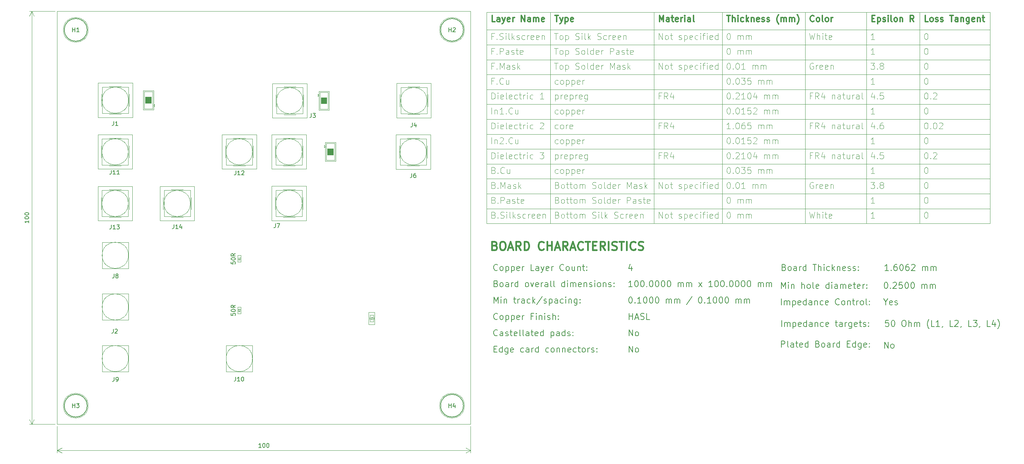
<source format=gbr>
%TF.GenerationSoftware,KiCad,Pcbnew,9.0.3*%
%TF.CreationDate,2026-02-01T20:01:01-08:00*%
%TF.ProjectId,White paper,57686974-6520-4706-9170-65722e6b6963,rev?*%
%TF.SameCoordinates,Original*%
%TF.FileFunction,AssemblyDrawing,Top*%
%FSLAX46Y46*%
G04 Gerber Fmt 4.6, Leading zero omitted, Abs format (unit mm)*
G04 Created by KiCad (PCBNEW 9.0.3) date 2026-02-01 20:01:01*
%MOMM*%
%LPD*%
G01*
G04 APERTURE LIST*
%ADD10C,0.100000*%
%ADD11C,0.200000*%
%ADD12C,0.300000*%
%ADD13C,0.400000*%
%ADD14C,0.150000*%
%ADD15C,0.060000*%
%ADD16C,0.050000*%
%ADD17C,0.120000*%
%TA.AperFunction,Profile*%
%ADD18C,0.050000*%
%TD*%
G04 APERTURE END LIST*
D10*
X153900000Y-94174000D02*
X275585716Y-94174000D01*
X153900000Y-79750000D02*
X275585716Y-79750000D01*
X230885715Y-50200000D02*
X230885715Y-101386000D01*
X50000000Y-50000000D02*
X150000000Y-50000000D01*
X150000000Y-150000000D01*
X50000000Y-150000000D01*
X50000000Y-50000000D01*
X153900000Y-54508000D02*
X275585716Y-54508000D01*
X153900000Y-65326000D02*
X275585716Y-65326000D01*
X275585716Y-50200000D02*
X275585716Y-101386000D01*
X169285714Y-50200000D02*
X169285714Y-101386000D01*
X153900000Y-86962000D02*
X275585716Y-86962000D01*
X153900000Y-58114000D02*
X275585716Y-58114000D01*
X153900000Y-61720000D02*
X275585716Y-61720000D01*
X153900000Y-97780000D02*
X275585716Y-97780000D01*
X153900000Y-50200000D02*
X275585716Y-50200000D01*
X258628572Y-50200000D02*
X258628572Y-101386000D01*
X153900000Y-101386000D02*
X275585716Y-101386000D01*
X210857143Y-50200000D02*
X210857143Y-101386000D01*
X194357142Y-50200000D02*
X194357142Y-101386000D01*
X153900000Y-83356000D02*
X275585716Y-83356000D01*
X245742857Y-50200000D02*
X245742857Y-101386000D01*
X153900000Y-76144000D02*
X275585716Y-76144000D01*
X153900000Y-68932000D02*
X275585716Y-68932000D01*
X153900000Y-90568000D02*
X275585716Y-90568000D01*
X153900000Y-72538000D02*
X275585716Y-72538000D01*
X153900000Y-50200000D02*
X153900000Y-101386000D01*
D11*
X188960144Y-111763028D02*
X188960144Y-112763028D01*
X188603001Y-111191600D02*
X188245858Y-112263028D01*
X188245858Y-112263028D02*
X189174429Y-112263028D01*
D10*
X171101503Y-81994800D02*
X170958645Y-82066228D01*
X170958645Y-82066228D02*
X170672931Y-82066228D01*
X170672931Y-82066228D02*
X170530074Y-81994800D01*
X170530074Y-81994800D02*
X170458645Y-81923371D01*
X170458645Y-81923371D02*
X170387217Y-81780514D01*
X170387217Y-81780514D02*
X170387217Y-81351942D01*
X170387217Y-81351942D02*
X170458645Y-81209085D01*
X170458645Y-81209085D02*
X170530074Y-81137657D01*
X170530074Y-81137657D02*
X170672931Y-81066228D01*
X170672931Y-81066228D02*
X170958645Y-81066228D01*
X170958645Y-81066228D02*
X171101503Y-81137657D01*
X171958645Y-82066228D02*
X171815788Y-81994800D01*
X171815788Y-81994800D02*
X171744359Y-81923371D01*
X171744359Y-81923371D02*
X171672931Y-81780514D01*
X171672931Y-81780514D02*
X171672931Y-81351942D01*
X171672931Y-81351942D02*
X171744359Y-81209085D01*
X171744359Y-81209085D02*
X171815788Y-81137657D01*
X171815788Y-81137657D02*
X171958645Y-81066228D01*
X171958645Y-81066228D02*
X172172931Y-81066228D01*
X172172931Y-81066228D02*
X172315788Y-81137657D01*
X172315788Y-81137657D02*
X172387217Y-81209085D01*
X172387217Y-81209085D02*
X172458645Y-81351942D01*
X172458645Y-81351942D02*
X172458645Y-81780514D01*
X172458645Y-81780514D02*
X172387217Y-81923371D01*
X172387217Y-81923371D02*
X172315788Y-81994800D01*
X172315788Y-81994800D02*
X172172931Y-82066228D01*
X172172931Y-82066228D02*
X171958645Y-82066228D01*
X173101502Y-81066228D02*
X173101502Y-82566228D01*
X173101502Y-81137657D02*
X173244360Y-81066228D01*
X173244360Y-81066228D02*
X173530074Y-81066228D01*
X173530074Y-81066228D02*
X173672931Y-81137657D01*
X173672931Y-81137657D02*
X173744360Y-81209085D01*
X173744360Y-81209085D02*
X173815788Y-81351942D01*
X173815788Y-81351942D02*
X173815788Y-81780514D01*
X173815788Y-81780514D02*
X173744360Y-81923371D01*
X173744360Y-81923371D02*
X173672931Y-81994800D01*
X173672931Y-81994800D02*
X173530074Y-82066228D01*
X173530074Y-82066228D02*
X173244360Y-82066228D01*
X173244360Y-82066228D02*
X173101502Y-81994800D01*
X174458645Y-81066228D02*
X174458645Y-82566228D01*
X174458645Y-81137657D02*
X174601503Y-81066228D01*
X174601503Y-81066228D02*
X174887217Y-81066228D01*
X174887217Y-81066228D02*
X175030074Y-81137657D01*
X175030074Y-81137657D02*
X175101503Y-81209085D01*
X175101503Y-81209085D02*
X175172931Y-81351942D01*
X175172931Y-81351942D02*
X175172931Y-81780514D01*
X175172931Y-81780514D02*
X175101503Y-81923371D01*
X175101503Y-81923371D02*
X175030074Y-81994800D01*
X175030074Y-81994800D02*
X174887217Y-82066228D01*
X174887217Y-82066228D02*
X174601503Y-82066228D01*
X174601503Y-82066228D02*
X174458645Y-81994800D01*
X176387217Y-81994800D02*
X176244360Y-82066228D01*
X176244360Y-82066228D02*
X175958646Y-82066228D01*
X175958646Y-82066228D02*
X175815788Y-81994800D01*
X175815788Y-81994800D02*
X175744360Y-81851942D01*
X175744360Y-81851942D02*
X175744360Y-81280514D01*
X175744360Y-81280514D02*
X175815788Y-81137657D01*
X175815788Y-81137657D02*
X175958646Y-81066228D01*
X175958646Y-81066228D02*
X176244360Y-81066228D01*
X176244360Y-81066228D02*
X176387217Y-81137657D01*
X176387217Y-81137657D02*
X176458646Y-81280514D01*
X176458646Y-81280514D02*
X176458646Y-81423371D01*
X176458646Y-81423371D02*
X175744360Y-81566228D01*
X177101502Y-82066228D02*
X177101502Y-81066228D01*
X177101502Y-81351942D02*
X177172931Y-81209085D01*
X177172931Y-81209085D02*
X177244360Y-81137657D01*
X177244360Y-81137657D02*
X177387217Y-81066228D01*
X177387217Y-81066228D02*
X177530074Y-81066228D01*
X170244360Y-58930228D02*
X171101503Y-58930228D01*
X170672931Y-60430228D02*
X170672931Y-58930228D01*
X171815788Y-60430228D02*
X171672931Y-60358800D01*
X171672931Y-60358800D02*
X171601502Y-60287371D01*
X171601502Y-60287371D02*
X171530074Y-60144514D01*
X171530074Y-60144514D02*
X171530074Y-59715942D01*
X171530074Y-59715942D02*
X171601502Y-59573085D01*
X171601502Y-59573085D02*
X171672931Y-59501657D01*
X171672931Y-59501657D02*
X171815788Y-59430228D01*
X171815788Y-59430228D02*
X172030074Y-59430228D01*
X172030074Y-59430228D02*
X172172931Y-59501657D01*
X172172931Y-59501657D02*
X172244360Y-59573085D01*
X172244360Y-59573085D02*
X172315788Y-59715942D01*
X172315788Y-59715942D02*
X172315788Y-60144514D01*
X172315788Y-60144514D02*
X172244360Y-60287371D01*
X172244360Y-60287371D02*
X172172931Y-60358800D01*
X172172931Y-60358800D02*
X172030074Y-60430228D01*
X172030074Y-60430228D02*
X171815788Y-60430228D01*
X172958645Y-59430228D02*
X172958645Y-60930228D01*
X172958645Y-59501657D02*
X173101503Y-59430228D01*
X173101503Y-59430228D02*
X173387217Y-59430228D01*
X173387217Y-59430228D02*
X173530074Y-59501657D01*
X173530074Y-59501657D02*
X173601503Y-59573085D01*
X173601503Y-59573085D02*
X173672931Y-59715942D01*
X173672931Y-59715942D02*
X173672931Y-60144514D01*
X173672931Y-60144514D02*
X173601503Y-60287371D01*
X173601503Y-60287371D02*
X173530074Y-60358800D01*
X173530074Y-60358800D02*
X173387217Y-60430228D01*
X173387217Y-60430228D02*
X173101503Y-60430228D01*
X173101503Y-60430228D02*
X172958645Y-60358800D01*
X175387217Y-60358800D02*
X175601503Y-60430228D01*
X175601503Y-60430228D02*
X175958645Y-60430228D01*
X175958645Y-60430228D02*
X176101503Y-60358800D01*
X176101503Y-60358800D02*
X176172931Y-60287371D01*
X176172931Y-60287371D02*
X176244360Y-60144514D01*
X176244360Y-60144514D02*
X176244360Y-60001657D01*
X176244360Y-60001657D02*
X176172931Y-59858800D01*
X176172931Y-59858800D02*
X176101503Y-59787371D01*
X176101503Y-59787371D02*
X175958645Y-59715942D01*
X175958645Y-59715942D02*
X175672931Y-59644514D01*
X175672931Y-59644514D02*
X175530074Y-59573085D01*
X175530074Y-59573085D02*
X175458645Y-59501657D01*
X175458645Y-59501657D02*
X175387217Y-59358800D01*
X175387217Y-59358800D02*
X175387217Y-59215942D01*
X175387217Y-59215942D02*
X175458645Y-59073085D01*
X175458645Y-59073085D02*
X175530074Y-59001657D01*
X175530074Y-59001657D02*
X175672931Y-58930228D01*
X175672931Y-58930228D02*
X176030074Y-58930228D01*
X176030074Y-58930228D02*
X176244360Y-59001657D01*
X177101502Y-60430228D02*
X176958645Y-60358800D01*
X176958645Y-60358800D02*
X176887216Y-60287371D01*
X176887216Y-60287371D02*
X176815788Y-60144514D01*
X176815788Y-60144514D02*
X176815788Y-59715942D01*
X176815788Y-59715942D02*
X176887216Y-59573085D01*
X176887216Y-59573085D02*
X176958645Y-59501657D01*
X176958645Y-59501657D02*
X177101502Y-59430228D01*
X177101502Y-59430228D02*
X177315788Y-59430228D01*
X177315788Y-59430228D02*
X177458645Y-59501657D01*
X177458645Y-59501657D02*
X177530074Y-59573085D01*
X177530074Y-59573085D02*
X177601502Y-59715942D01*
X177601502Y-59715942D02*
X177601502Y-60144514D01*
X177601502Y-60144514D02*
X177530074Y-60287371D01*
X177530074Y-60287371D02*
X177458645Y-60358800D01*
X177458645Y-60358800D02*
X177315788Y-60430228D01*
X177315788Y-60430228D02*
X177101502Y-60430228D01*
X178458645Y-60430228D02*
X178315788Y-60358800D01*
X178315788Y-60358800D02*
X178244359Y-60215942D01*
X178244359Y-60215942D02*
X178244359Y-58930228D01*
X179672931Y-60430228D02*
X179672931Y-58930228D01*
X179672931Y-60358800D02*
X179530073Y-60430228D01*
X179530073Y-60430228D02*
X179244359Y-60430228D01*
X179244359Y-60430228D02*
X179101502Y-60358800D01*
X179101502Y-60358800D02*
X179030073Y-60287371D01*
X179030073Y-60287371D02*
X178958645Y-60144514D01*
X178958645Y-60144514D02*
X178958645Y-59715942D01*
X178958645Y-59715942D02*
X179030073Y-59573085D01*
X179030073Y-59573085D02*
X179101502Y-59501657D01*
X179101502Y-59501657D02*
X179244359Y-59430228D01*
X179244359Y-59430228D02*
X179530073Y-59430228D01*
X179530073Y-59430228D02*
X179672931Y-59501657D01*
X180958645Y-60358800D02*
X180815788Y-60430228D01*
X180815788Y-60430228D02*
X180530074Y-60430228D01*
X180530074Y-60430228D02*
X180387216Y-60358800D01*
X180387216Y-60358800D02*
X180315788Y-60215942D01*
X180315788Y-60215942D02*
X180315788Y-59644514D01*
X180315788Y-59644514D02*
X180387216Y-59501657D01*
X180387216Y-59501657D02*
X180530074Y-59430228D01*
X180530074Y-59430228D02*
X180815788Y-59430228D01*
X180815788Y-59430228D02*
X180958645Y-59501657D01*
X180958645Y-59501657D02*
X181030074Y-59644514D01*
X181030074Y-59644514D02*
X181030074Y-59787371D01*
X181030074Y-59787371D02*
X180315788Y-59930228D01*
X181672930Y-60430228D02*
X181672930Y-59430228D01*
X181672930Y-59715942D02*
X181744359Y-59573085D01*
X181744359Y-59573085D02*
X181815788Y-59501657D01*
X181815788Y-59501657D02*
X181958645Y-59430228D01*
X181958645Y-59430228D02*
X182101502Y-59430228D01*
X183744358Y-60430228D02*
X183744358Y-58930228D01*
X183744358Y-58930228D02*
X184315787Y-58930228D01*
X184315787Y-58930228D02*
X184458644Y-59001657D01*
X184458644Y-59001657D02*
X184530073Y-59073085D01*
X184530073Y-59073085D02*
X184601501Y-59215942D01*
X184601501Y-59215942D02*
X184601501Y-59430228D01*
X184601501Y-59430228D02*
X184530073Y-59573085D01*
X184530073Y-59573085D02*
X184458644Y-59644514D01*
X184458644Y-59644514D02*
X184315787Y-59715942D01*
X184315787Y-59715942D02*
X183744358Y-59715942D01*
X185887216Y-60430228D02*
X185887216Y-59644514D01*
X185887216Y-59644514D02*
X185815787Y-59501657D01*
X185815787Y-59501657D02*
X185672930Y-59430228D01*
X185672930Y-59430228D02*
X185387216Y-59430228D01*
X185387216Y-59430228D02*
X185244358Y-59501657D01*
X185887216Y-60358800D02*
X185744358Y-60430228D01*
X185744358Y-60430228D02*
X185387216Y-60430228D01*
X185387216Y-60430228D02*
X185244358Y-60358800D01*
X185244358Y-60358800D02*
X185172930Y-60215942D01*
X185172930Y-60215942D02*
X185172930Y-60073085D01*
X185172930Y-60073085D02*
X185244358Y-59930228D01*
X185244358Y-59930228D02*
X185387216Y-59858800D01*
X185387216Y-59858800D02*
X185744358Y-59858800D01*
X185744358Y-59858800D02*
X185887216Y-59787371D01*
X186530073Y-60358800D02*
X186672930Y-60430228D01*
X186672930Y-60430228D02*
X186958644Y-60430228D01*
X186958644Y-60430228D02*
X187101501Y-60358800D01*
X187101501Y-60358800D02*
X187172930Y-60215942D01*
X187172930Y-60215942D02*
X187172930Y-60144514D01*
X187172930Y-60144514D02*
X187101501Y-60001657D01*
X187101501Y-60001657D02*
X186958644Y-59930228D01*
X186958644Y-59930228D02*
X186744359Y-59930228D01*
X186744359Y-59930228D02*
X186601501Y-59858800D01*
X186601501Y-59858800D02*
X186530073Y-59715942D01*
X186530073Y-59715942D02*
X186530073Y-59644514D01*
X186530073Y-59644514D02*
X186601501Y-59501657D01*
X186601501Y-59501657D02*
X186744359Y-59430228D01*
X186744359Y-59430228D02*
X186958644Y-59430228D01*
X186958644Y-59430228D02*
X187101501Y-59501657D01*
X187601502Y-59430228D02*
X188172930Y-59430228D01*
X187815787Y-58930228D02*
X187815787Y-60215942D01*
X187815787Y-60215942D02*
X187887216Y-60358800D01*
X187887216Y-60358800D02*
X188030073Y-60430228D01*
X188030073Y-60430228D02*
X188172930Y-60430228D01*
X189244359Y-60358800D02*
X189101502Y-60430228D01*
X189101502Y-60430228D02*
X188815788Y-60430228D01*
X188815788Y-60430228D02*
X188672930Y-60358800D01*
X188672930Y-60358800D02*
X188601502Y-60215942D01*
X188601502Y-60215942D02*
X188601502Y-59644514D01*
X188601502Y-59644514D02*
X188672930Y-59501657D01*
X188672930Y-59501657D02*
X188815788Y-59430228D01*
X188815788Y-59430228D02*
X189101502Y-59430228D01*
X189101502Y-59430228D02*
X189244359Y-59501657D01*
X189244359Y-59501657D02*
X189315788Y-59644514D01*
X189315788Y-59644514D02*
X189315788Y-59787371D01*
X189315788Y-59787371D02*
X188601502Y-59930228D01*
X155072931Y-74854228D02*
X155072931Y-73354228D01*
X155787217Y-73854228D02*
X155787217Y-74854228D01*
X155787217Y-73997085D02*
X155858646Y-73925657D01*
X155858646Y-73925657D02*
X156001503Y-73854228D01*
X156001503Y-73854228D02*
X156215789Y-73854228D01*
X156215789Y-73854228D02*
X156358646Y-73925657D01*
X156358646Y-73925657D02*
X156430075Y-74068514D01*
X156430075Y-74068514D02*
X156430075Y-74854228D01*
X157930075Y-74854228D02*
X157072932Y-74854228D01*
X157501503Y-74854228D02*
X157501503Y-73354228D01*
X157501503Y-73354228D02*
X157358646Y-73568514D01*
X157358646Y-73568514D02*
X157215789Y-73711371D01*
X157215789Y-73711371D02*
X157072932Y-73782800D01*
X158572931Y-74711371D02*
X158644360Y-74782800D01*
X158644360Y-74782800D02*
X158572931Y-74854228D01*
X158572931Y-74854228D02*
X158501503Y-74782800D01*
X158501503Y-74782800D02*
X158572931Y-74711371D01*
X158572931Y-74711371D02*
X158572931Y-74854228D01*
X160144360Y-74711371D02*
X160072932Y-74782800D01*
X160072932Y-74782800D02*
X159858646Y-74854228D01*
X159858646Y-74854228D02*
X159715789Y-74854228D01*
X159715789Y-74854228D02*
X159501503Y-74782800D01*
X159501503Y-74782800D02*
X159358646Y-74639942D01*
X159358646Y-74639942D02*
X159287217Y-74497085D01*
X159287217Y-74497085D02*
X159215789Y-74211371D01*
X159215789Y-74211371D02*
X159215789Y-73997085D01*
X159215789Y-73997085D02*
X159287217Y-73711371D01*
X159287217Y-73711371D02*
X159358646Y-73568514D01*
X159358646Y-73568514D02*
X159501503Y-73425657D01*
X159501503Y-73425657D02*
X159715789Y-73354228D01*
X159715789Y-73354228D02*
X159858646Y-73354228D01*
X159858646Y-73354228D02*
X160072932Y-73425657D01*
X160072932Y-73425657D02*
X160144360Y-73497085D01*
X161430075Y-73854228D02*
X161430075Y-74854228D01*
X160787217Y-73854228D02*
X160787217Y-74639942D01*
X160787217Y-74639942D02*
X160858646Y-74782800D01*
X160858646Y-74782800D02*
X161001503Y-74854228D01*
X161001503Y-74854228D02*
X161215789Y-74854228D01*
X161215789Y-74854228D02*
X161358646Y-74782800D01*
X161358646Y-74782800D02*
X161430075Y-74711371D01*
X170244360Y-55324228D02*
X171101503Y-55324228D01*
X170672931Y-56824228D02*
X170672931Y-55324228D01*
X171815788Y-56824228D02*
X171672931Y-56752800D01*
X171672931Y-56752800D02*
X171601502Y-56681371D01*
X171601502Y-56681371D02*
X171530074Y-56538514D01*
X171530074Y-56538514D02*
X171530074Y-56109942D01*
X171530074Y-56109942D02*
X171601502Y-55967085D01*
X171601502Y-55967085D02*
X171672931Y-55895657D01*
X171672931Y-55895657D02*
X171815788Y-55824228D01*
X171815788Y-55824228D02*
X172030074Y-55824228D01*
X172030074Y-55824228D02*
X172172931Y-55895657D01*
X172172931Y-55895657D02*
X172244360Y-55967085D01*
X172244360Y-55967085D02*
X172315788Y-56109942D01*
X172315788Y-56109942D02*
X172315788Y-56538514D01*
X172315788Y-56538514D02*
X172244360Y-56681371D01*
X172244360Y-56681371D02*
X172172931Y-56752800D01*
X172172931Y-56752800D02*
X172030074Y-56824228D01*
X172030074Y-56824228D02*
X171815788Y-56824228D01*
X172958645Y-55824228D02*
X172958645Y-57324228D01*
X172958645Y-55895657D02*
X173101503Y-55824228D01*
X173101503Y-55824228D02*
X173387217Y-55824228D01*
X173387217Y-55824228D02*
X173530074Y-55895657D01*
X173530074Y-55895657D02*
X173601503Y-55967085D01*
X173601503Y-55967085D02*
X173672931Y-56109942D01*
X173672931Y-56109942D02*
X173672931Y-56538514D01*
X173672931Y-56538514D02*
X173601503Y-56681371D01*
X173601503Y-56681371D02*
X173530074Y-56752800D01*
X173530074Y-56752800D02*
X173387217Y-56824228D01*
X173387217Y-56824228D02*
X173101503Y-56824228D01*
X173101503Y-56824228D02*
X172958645Y-56752800D01*
X175387217Y-56752800D02*
X175601503Y-56824228D01*
X175601503Y-56824228D02*
X175958645Y-56824228D01*
X175958645Y-56824228D02*
X176101503Y-56752800D01*
X176101503Y-56752800D02*
X176172931Y-56681371D01*
X176172931Y-56681371D02*
X176244360Y-56538514D01*
X176244360Y-56538514D02*
X176244360Y-56395657D01*
X176244360Y-56395657D02*
X176172931Y-56252800D01*
X176172931Y-56252800D02*
X176101503Y-56181371D01*
X176101503Y-56181371D02*
X175958645Y-56109942D01*
X175958645Y-56109942D02*
X175672931Y-56038514D01*
X175672931Y-56038514D02*
X175530074Y-55967085D01*
X175530074Y-55967085D02*
X175458645Y-55895657D01*
X175458645Y-55895657D02*
X175387217Y-55752800D01*
X175387217Y-55752800D02*
X175387217Y-55609942D01*
X175387217Y-55609942D02*
X175458645Y-55467085D01*
X175458645Y-55467085D02*
X175530074Y-55395657D01*
X175530074Y-55395657D02*
X175672931Y-55324228D01*
X175672931Y-55324228D02*
X176030074Y-55324228D01*
X176030074Y-55324228D02*
X176244360Y-55395657D01*
X176887216Y-56824228D02*
X176887216Y-55824228D01*
X176887216Y-55324228D02*
X176815788Y-55395657D01*
X176815788Y-55395657D02*
X176887216Y-55467085D01*
X176887216Y-55467085D02*
X176958645Y-55395657D01*
X176958645Y-55395657D02*
X176887216Y-55324228D01*
X176887216Y-55324228D02*
X176887216Y-55467085D01*
X177815788Y-56824228D02*
X177672931Y-56752800D01*
X177672931Y-56752800D02*
X177601502Y-56609942D01*
X177601502Y-56609942D02*
X177601502Y-55324228D01*
X178387216Y-56824228D02*
X178387216Y-55324228D01*
X178530074Y-56252800D02*
X178958645Y-56824228D01*
X178958645Y-55824228D02*
X178387216Y-56395657D01*
X180672931Y-56752800D02*
X180887217Y-56824228D01*
X180887217Y-56824228D02*
X181244359Y-56824228D01*
X181244359Y-56824228D02*
X181387217Y-56752800D01*
X181387217Y-56752800D02*
X181458645Y-56681371D01*
X181458645Y-56681371D02*
X181530074Y-56538514D01*
X181530074Y-56538514D02*
X181530074Y-56395657D01*
X181530074Y-56395657D02*
X181458645Y-56252800D01*
X181458645Y-56252800D02*
X181387217Y-56181371D01*
X181387217Y-56181371D02*
X181244359Y-56109942D01*
X181244359Y-56109942D02*
X180958645Y-56038514D01*
X180958645Y-56038514D02*
X180815788Y-55967085D01*
X180815788Y-55967085D02*
X180744359Y-55895657D01*
X180744359Y-55895657D02*
X180672931Y-55752800D01*
X180672931Y-55752800D02*
X180672931Y-55609942D01*
X180672931Y-55609942D02*
X180744359Y-55467085D01*
X180744359Y-55467085D02*
X180815788Y-55395657D01*
X180815788Y-55395657D02*
X180958645Y-55324228D01*
X180958645Y-55324228D02*
X181315788Y-55324228D01*
X181315788Y-55324228D02*
X181530074Y-55395657D01*
X182815788Y-56752800D02*
X182672930Y-56824228D01*
X182672930Y-56824228D02*
X182387216Y-56824228D01*
X182387216Y-56824228D02*
X182244359Y-56752800D01*
X182244359Y-56752800D02*
X182172930Y-56681371D01*
X182172930Y-56681371D02*
X182101502Y-56538514D01*
X182101502Y-56538514D02*
X182101502Y-56109942D01*
X182101502Y-56109942D02*
X182172930Y-55967085D01*
X182172930Y-55967085D02*
X182244359Y-55895657D01*
X182244359Y-55895657D02*
X182387216Y-55824228D01*
X182387216Y-55824228D02*
X182672930Y-55824228D01*
X182672930Y-55824228D02*
X182815788Y-55895657D01*
X183458644Y-56824228D02*
X183458644Y-55824228D01*
X183458644Y-56109942D02*
X183530073Y-55967085D01*
X183530073Y-55967085D02*
X183601502Y-55895657D01*
X183601502Y-55895657D02*
X183744359Y-55824228D01*
X183744359Y-55824228D02*
X183887216Y-55824228D01*
X184958644Y-56752800D02*
X184815787Y-56824228D01*
X184815787Y-56824228D02*
X184530073Y-56824228D01*
X184530073Y-56824228D02*
X184387215Y-56752800D01*
X184387215Y-56752800D02*
X184315787Y-56609942D01*
X184315787Y-56609942D02*
X184315787Y-56038514D01*
X184315787Y-56038514D02*
X184387215Y-55895657D01*
X184387215Y-55895657D02*
X184530073Y-55824228D01*
X184530073Y-55824228D02*
X184815787Y-55824228D01*
X184815787Y-55824228D02*
X184958644Y-55895657D01*
X184958644Y-55895657D02*
X185030073Y-56038514D01*
X185030073Y-56038514D02*
X185030073Y-56181371D01*
X185030073Y-56181371D02*
X184315787Y-56324228D01*
X186244358Y-56752800D02*
X186101501Y-56824228D01*
X186101501Y-56824228D02*
X185815787Y-56824228D01*
X185815787Y-56824228D02*
X185672929Y-56752800D01*
X185672929Y-56752800D02*
X185601501Y-56609942D01*
X185601501Y-56609942D02*
X185601501Y-56038514D01*
X185601501Y-56038514D02*
X185672929Y-55895657D01*
X185672929Y-55895657D02*
X185815787Y-55824228D01*
X185815787Y-55824228D02*
X186101501Y-55824228D01*
X186101501Y-55824228D02*
X186244358Y-55895657D01*
X186244358Y-55895657D02*
X186315787Y-56038514D01*
X186315787Y-56038514D02*
X186315787Y-56181371D01*
X186315787Y-56181371D02*
X185601501Y-56324228D01*
X186958643Y-55824228D02*
X186958643Y-56824228D01*
X186958643Y-55967085D02*
X187030072Y-55895657D01*
X187030072Y-55895657D02*
X187172929Y-55824228D01*
X187172929Y-55824228D02*
X187387215Y-55824228D01*
X187387215Y-55824228D02*
X187530072Y-55895657D01*
X187530072Y-55895657D02*
X187601501Y-56038514D01*
X187601501Y-56038514D02*
X187601501Y-56824228D01*
X231915789Y-98596228D02*
X232272932Y-100096228D01*
X232272932Y-100096228D02*
X232558646Y-99024800D01*
X232558646Y-99024800D02*
X232844361Y-100096228D01*
X232844361Y-100096228D02*
X233201504Y-98596228D01*
X233772932Y-100096228D02*
X233772932Y-98596228D01*
X234415790Y-100096228D02*
X234415790Y-99310514D01*
X234415790Y-99310514D02*
X234344361Y-99167657D01*
X234344361Y-99167657D02*
X234201504Y-99096228D01*
X234201504Y-99096228D02*
X233987218Y-99096228D01*
X233987218Y-99096228D02*
X233844361Y-99167657D01*
X233844361Y-99167657D02*
X233772932Y-99239085D01*
X235130075Y-100096228D02*
X235130075Y-99096228D01*
X235130075Y-98596228D02*
X235058647Y-98667657D01*
X235058647Y-98667657D02*
X235130075Y-98739085D01*
X235130075Y-98739085D02*
X235201504Y-98667657D01*
X235201504Y-98667657D02*
X235130075Y-98596228D01*
X235130075Y-98596228D02*
X235130075Y-98739085D01*
X235630076Y-99096228D02*
X236201504Y-99096228D01*
X235844361Y-98596228D02*
X235844361Y-99881942D01*
X235844361Y-99881942D02*
X235915790Y-100024800D01*
X235915790Y-100024800D02*
X236058647Y-100096228D01*
X236058647Y-100096228D02*
X236201504Y-100096228D01*
X237272933Y-100024800D02*
X237130076Y-100096228D01*
X237130076Y-100096228D02*
X236844362Y-100096228D01*
X236844362Y-100096228D02*
X236701504Y-100024800D01*
X236701504Y-100024800D02*
X236630076Y-99881942D01*
X236630076Y-99881942D02*
X236630076Y-99310514D01*
X236630076Y-99310514D02*
X236701504Y-99167657D01*
X236701504Y-99167657D02*
X236844362Y-99096228D01*
X236844362Y-99096228D02*
X237130076Y-99096228D01*
X237130076Y-99096228D02*
X237272933Y-99167657D01*
X237272933Y-99167657D02*
X237344362Y-99310514D01*
X237344362Y-99310514D02*
X237344362Y-99453371D01*
X237344362Y-99453371D02*
X236630076Y-99596228D01*
X232844361Y-91455657D02*
X232701504Y-91384228D01*
X232701504Y-91384228D02*
X232487218Y-91384228D01*
X232487218Y-91384228D02*
X232272932Y-91455657D01*
X232272932Y-91455657D02*
X232130075Y-91598514D01*
X232130075Y-91598514D02*
X232058646Y-91741371D01*
X232058646Y-91741371D02*
X231987218Y-92027085D01*
X231987218Y-92027085D02*
X231987218Y-92241371D01*
X231987218Y-92241371D02*
X232058646Y-92527085D01*
X232058646Y-92527085D02*
X232130075Y-92669942D01*
X232130075Y-92669942D02*
X232272932Y-92812800D01*
X232272932Y-92812800D02*
X232487218Y-92884228D01*
X232487218Y-92884228D02*
X232630075Y-92884228D01*
X232630075Y-92884228D02*
X232844361Y-92812800D01*
X232844361Y-92812800D02*
X232915789Y-92741371D01*
X232915789Y-92741371D02*
X232915789Y-92241371D01*
X232915789Y-92241371D02*
X232630075Y-92241371D01*
X233558646Y-92884228D02*
X233558646Y-91884228D01*
X233558646Y-92169942D02*
X233630075Y-92027085D01*
X233630075Y-92027085D02*
X233701504Y-91955657D01*
X233701504Y-91955657D02*
X233844361Y-91884228D01*
X233844361Y-91884228D02*
X233987218Y-91884228D01*
X235058646Y-92812800D02*
X234915789Y-92884228D01*
X234915789Y-92884228D02*
X234630075Y-92884228D01*
X234630075Y-92884228D02*
X234487217Y-92812800D01*
X234487217Y-92812800D02*
X234415789Y-92669942D01*
X234415789Y-92669942D02*
X234415789Y-92098514D01*
X234415789Y-92098514D02*
X234487217Y-91955657D01*
X234487217Y-91955657D02*
X234630075Y-91884228D01*
X234630075Y-91884228D02*
X234915789Y-91884228D01*
X234915789Y-91884228D02*
X235058646Y-91955657D01*
X235058646Y-91955657D02*
X235130075Y-92098514D01*
X235130075Y-92098514D02*
X235130075Y-92241371D01*
X235130075Y-92241371D02*
X234415789Y-92384228D01*
X236344360Y-92812800D02*
X236201503Y-92884228D01*
X236201503Y-92884228D02*
X235915789Y-92884228D01*
X235915789Y-92884228D02*
X235772931Y-92812800D01*
X235772931Y-92812800D02*
X235701503Y-92669942D01*
X235701503Y-92669942D02*
X235701503Y-92098514D01*
X235701503Y-92098514D02*
X235772931Y-91955657D01*
X235772931Y-91955657D02*
X235915789Y-91884228D01*
X235915789Y-91884228D02*
X236201503Y-91884228D01*
X236201503Y-91884228D02*
X236344360Y-91955657D01*
X236344360Y-91955657D02*
X236415789Y-92098514D01*
X236415789Y-92098514D02*
X236415789Y-92241371D01*
X236415789Y-92241371D02*
X235701503Y-92384228D01*
X237058645Y-91884228D02*
X237058645Y-92884228D01*
X237058645Y-92027085D02*
X237130074Y-91955657D01*
X237130074Y-91955657D02*
X237272931Y-91884228D01*
X237272931Y-91884228D02*
X237487217Y-91884228D01*
X237487217Y-91884228D02*
X237630074Y-91955657D01*
X237630074Y-91955657D02*
X237701503Y-92098514D01*
X237701503Y-92098514D02*
X237701503Y-92884228D01*
X247701503Y-67642228D02*
X246844360Y-67642228D01*
X247272931Y-67642228D02*
X247272931Y-66142228D01*
X247272931Y-66142228D02*
X247130074Y-66356514D01*
X247130074Y-66356514D02*
X246987217Y-66499371D01*
X246987217Y-66499371D02*
X246844360Y-66570800D01*
D12*
X155918796Y-52505828D02*
X155204510Y-52505828D01*
X155204510Y-52505828D02*
X155204510Y-51005828D01*
X157061654Y-52505828D02*
X157061654Y-51720114D01*
X157061654Y-51720114D02*
X156990225Y-51577257D01*
X156990225Y-51577257D02*
X156847368Y-51505828D01*
X156847368Y-51505828D02*
X156561654Y-51505828D01*
X156561654Y-51505828D02*
X156418796Y-51577257D01*
X157061654Y-52434400D02*
X156918796Y-52505828D01*
X156918796Y-52505828D02*
X156561654Y-52505828D01*
X156561654Y-52505828D02*
X156418796Y-52434400D01*
X156418796Y-52434400D02*
X156347368Y-52291542D01*
X156347368Y-52291542D02*
X156347368Y-52148685D01*
X156347368Y-52148685D02*
X156418796Y-52005828D01*
X156418796Y-52005828D02*
X156561654Y-51934400D01*
X156561654Y-51934400D02*
X156918796Y-51934400D01*
X156918796Y-51934400D02*
X157061654Y-51862971D01*
X157633082Y-51505828D02*
X157990225Y-52505828D01*
X158347368Y-51505828D02*
X157990225Y-52505828D01*
X157990225Y-52505828D02*
X157847368Y-52862971D01*
X157847368Y-52862971D02*
X157775939Y-52934400D01*
X157775939Y-52934400D02*
X157633082Y-53005828D01*
X159490225Y-52434400D02*
X159347368Y-52505828D01*
X159347368Y-52505828D02*
X159061654Y-52505828D01*
X159061654Y-52505828D02*
X158918796Y-52434400D01*
X158918796Y-52434400D02*
X158847368Y-52291542D01*
X158847368Y-52291542D02*
X158847368Y-51720114D01*
X158847368Y-51720114D02*
X158918796Y-51577257D01*
X158918796Y-51577257D02*
X159061654Y-51505828D01*
X159061654Y-51505828D02*
X159347368Y-51505828D01*
X159347368Y-51505828D02*
X159490225Y-51577257D01*
X159490225Y-51577257D02*
X159561654Y-51720114D01*
X159561654Y-51720114D02*
X159561654Y-51862971D01*
X159561654Y-51862971D02*
X158847368Y-52005828D01*
X160204510Y-52505828D02*
X160204510Y-51505828D01*
X160204510Y-51791542D02*
X160275939Y-51648685D01*
X160275939Y-51648685D02*
X160347368Y-51577257D01*
X160347368Y-51577257D02*
X160490225Y-51505828D01*
X160490225Y-51505828D02*
X160633082Y-51505828D01*
X162275938Y-52505828D02*
X162275938Y-51005828D01*
X162275938Y-51005828D02*
X163133081Y-52505828D01*
X163133081Y-52505828D02*
X163133081Y-51005828D01*
X164490225Y-52505828D02*
X164490225Y-51720114D01*
X164490225Y-51720114D02*
X164418796Y-51577257D01*
X164418796Y-51577257D02*
X164275939Y-51505828D01*
X164275939Y-51505828D02*
X163990225Y-51505828D01*
X163990225Y-51505828D02*
X163847367Y-51577257D01*
X164490225Y-52434400D02*
X164347367Y-52505828D01*
X164347367Y-52505828D02*
X163990225Y-52505828D01*
X163990225Y-52505828D02*
X163847367Y-52434400D01*
X163847367Y-52434400D02*
X163775939Y-52291542D01*
X163775939Y-52291542D02*
X163775939Y-52148685D01*
X163775939Y-52148685D02*
X163847367Y-52005828D01*
X163847367Y-52005828D02*
X163990225Y-51934400D01*
X163990225Y-51934400D02*
X164347367Y-51934400D01*
X164347367Y-51934400D02*
X164490225Y-51862971D01*
X165204510Y-52505828D02*
X165204510Y-51505828D01*
X165204510Y-51648685D02*
X165275939Y-51577257D01*
X165275939Y-51577257D02*
X165418796Y-51505828D01*
X165418796Y-51505828D02*
X165633082Y-51505828D01*
X165633082Y-51505828D02*
X165775939Y-51577257D01*
X165775939Y-51577257D02*
X165847368Y-51720114D01*
X165847368Y-51720114D02*
X165847368Y-52505828D01*
X165847368Y-51720114D02*
X165918796Y-51577257D01*
X165918796Y-51577257D02*
X166061653Y-51505828D01*
X166061653Y-51505828D02*
X166275939Y-51505828D01*
X166275939Y-51505828D02*
X166418796Y-51577257D01*
X166418796Y-51577257D02*
X166490225Y-51720114D01*
X166490225Y-51720114D02*
X166490225Y-52505828D01*
X167775939Y-52434400D02*
X167633082Y-52505828D01*
X167633082Y-52505828D02*
X167347368Y-52505828D01*
X167347368Y-52505828D02*
X167204510Y-52434400D01*
X167204510Y-52434400D02*
X167133082Y-52291542D01*
X167133082Y-52291542D02*
X167133082Y-51720114D01*
X167133082Y-51720114D02*
X167204510Y-51577257D01*
X167204510Y-51577257D02*
X167347368Y-51505828D01*
X167347368Y-51505828D02*
X167633082Y-51505828D01*
X167633082Y-51505828D02*
X167775939Y-51577257D01*
X167775939Y-51577257D02*
X167847368Y-51720114D01*
X167847368Y-51720114D02*
X167847368Y-51862971D01*
X167847368Y-51862971D02*
X167133082Y-52005828D01*
D10*
X195530073Y-64036228D02*
X195530073Y-62536228D01*
X195530073Y-62536228D02*
X196387216Y-64036228D01*
X196387216Y-64036228D02*
X196387216Y-62536228D01*
X197315788Y-64036228D02*
X197172931Y-63964800D01*
X197172931Y-63964800D02*
X197101502Y-63893371D01*
X197101502Y-63893371D02*
X197030074Y-63750514D01*
X197030074Y-63750514D02*
X197030074Y-63321942D01*
X197030074Y-63321942D02*
X197101502Y-63179085D01*
X197101502Y-63179085D02*
X197172931Y-63107657D01*
X197172931Y-63107657D02*
X197315788Y-63036228D01*
X197315788Y-63036228D02*
X197530074Y-63036228D01*
X197530074Y-63036228D02*
X197672931Y-63107657D01*
X197672931Y-63107657D02*
X197744360Y-63179085D01*
X197744360Y-63179085D02*
X197815788Y-63321942D01*
X197815788Y-63321942D02*
X197815788Y-63750514D01*
X197815788Y-63750514D02*
X197744360Y-63893371D01*
X197744360Y-63893371D02*
X197672931Y-63964800D01*
X197672931Y-63964800D02*
X197530074Y-64036228D01*
X197530074Y-64036228D02*
X197315788Y-64036228D01*
X198244360Y-63036228D02*
X198815788Y-63036228D01*
X198458645Y-62536228D02*
X198458645Y-63821942D01*
X198458645Y-63821942D02*
X198530074Y-63964800D01*
X198530074Y-63964800D02*
X198672931Y-64036228D01*
X198672931Y-64036228D02*
X198815788Y-64036228D01*
X200387217Y-63964800D02*
X200530074Y-64036228D01*
X200530074Y-64036228D02*
X200815788Y-64036228D01*
X200815788Y-64036228D02*
X200958645Y-63964800D01*
X200958645Y-63964800D02*
X201030074Y-63821942D01*
X201030074Y-63821942D02*
X201030074Y-63750514D01*
X201030074Y-63750514D02*
X200958645Y-63607657D01*
X200958645Y-63607657D02*
X200815788Y-63536228D01*
X200815788Y-63536228D02*
X200601503Y-63536228D01*
X200601503Y-63536228D02*
X200458645Y-63464800D01*
X200458645Y-63464800D02*
X200387217Y-63321942D01*
X200387217Y-63321942D02*
X200387217Y-63250514D01*
X200387217Y-63250514D02*
X200458645Y-63107657D01*
X200458645Y-63107657D02*
X200601503Y-63036228D01*
X200601503Y-63036228D02*
X200815788Y-63036228D01*
X200815788Y-63036228D02*
X200958645Y-63107657D01*
X201672931Y-63036228D02*
X201672931Y-64536228D01*
X201672931Y-63107657D02*
X201815789Y-63036228D01*
X201815789Y-63036228D02*
X202101503Y-63036228D01*
X202101503Y-63036228D02*
X202244360Y-63107657D01*
X202244360Y-63107657D02*
X202315789Y-63179085D01*
X202315789Y-63179085D02*
X202387217Y-63321942D01*
X202387217Y-63321942D02*
X202387217Y-63750514D01*
X202387217Y-63750514D02*
X202315789Y-63893371D01*
X202315789Y-63893371D02*
X202244360Y-63964800D01*
X202244360Y-63964800D02*
X202101503Y-64036228D01*
X202101503Y-64036228D02*
X201815789Y-64036228D01*
X201815789Y-64036228D02*
X201672931Y-63964800D01*
X203601503Y-63964800D02*
X203458646Y-64036228D01*
X203458646Y-64036228D02*
X203172932Y-64036228D01*
X203172932Y-64036228D02*
X203030074Y-63964800D01*
X203030074Y-63964800D02*
X202958646Y-63821942D01*
X202958646Y-63821942D02*
X202958646Y-63250514D01*
X202958646Y-63250514D02*
X203030074Y-63107657D01*
X203030074Y-63107657D02*
X203172932Y-63036228D01*
X203172932Y-63036228D02*
X203458646Y-63036228D01*
X203458646Y-63036228D02*
X203601503Y-63107657D01*
X203601503Y-63107657D02*
X203672932Y-63250514D01*
X203672932Y-63250514D02*
X203672932Y-63393371D01*
X203672932Y-63393371D02*
X202958646Y-63536228D01*
X204958646Y-63964800D02*
X204815788Y-64036228D01*
X204815788Y-64036228D02*
X204530074Y-64036228D01*
X204530074Y-64036228D02*
X204387217Y-63964800D01*
X204387217Y-63964800D02*
X204315788Y-63893371D01*
X204315788Y-63893371D02*
X204244360Y-63750514D01*
X204244360Y-63750514D02*
X204244360Y-63321942D01*
X204244360Y-63321942D02*
X204315788Y-63179085D01*
X204315788Y-63179085D02*
X204387217Y-63107657D01*
X204387217Y-63107657D02*
X204530074Y-63036228D01*
X204530074Y-63036228D02*
X204815788Y-63036228D01*
X204815788Y-63036228D02*
X204958646Y-63107657D01*
X205601502Y-64036228D02*
X205601502Y-63036228D01*
X205601502Y-62536228D02*
X205530074Y-62607657D01*
X205530074Y-62607657D02*
X205601502Y-62679085D01*
X205601502Y-62679085D02*
X205672931Y-62607657D01*
X205672931Y-62607657D02*
X205601502Y-62536228D01*
X205601502Y-62536228D02*
X205601502Y-62679085D01*
X206101503Y-63036228D02*
X206672931Y-63036228D01*
X206315788Y-64036228D02*
X206315788Y-62750514D01*
X206315788Y-62750514D02*
X206387217Y-62607657D01*
X206387217Y-62607657D02*
X206530074Y-62536228D01*
X206530074Y-62536228D02*
X206672931Y-62536228D01*
X207172931Y-64036228D02*
X207172931Y-63036228D01*
X207172931Y-62536228D02*
X207101503Y-62607657D01*
X207101503Y-62607657D02*
X207172931Y-62679085D01*
X207172931Y-62679085D02*
X207244360Y-62607657D01*
X207244360Y-62607657D02*
X207172931Y-62536228D01*
X207172931Y-62536228D02*
X207172931Y-62679085D01*
X208458646Y-63964800D02*
X208315789Y-64036228D01*
X208315789Y-64036228D02*
X208030075Y-64036228D01*
X208030075Y-64036228D02*
X207887217Y-63964800D01*
X207887217Y-63964800D02*
X207815789Y-63821942D01*
X207815789Y-63821942D02*
X207815789Y-63250514D01*
X207815789Y-63250514D02*
X207887217Y-63107657D01*
X207887217Y-63107657D02*
X208030075Y-63036228D01*
X208030075Y-63036228D02*
X208315789Y-63036228D01*
X208315789Y-63036228D02*
X208458646Y-63107657D01*
X208458646Y-63107657D02*
X208530075Y-63250514D01*
X208530075Y-63250514D02*
X208530075Y-63393371D01*
X208530075Y-63393371D02*
X207815789Y-63536228D01*
X209815789Y-64036228D02*
X209815789Y-62536228D01*
X209815789Y-63964800D02*
X209672931Y-64036228D01*
X209672931Y-64036228D02*
X209387217Y-64036228D01*
X209387217Y-64036228D02*
X209244360Y-63964800D01*
X209244360Y-63964800D02*
X209172931Y-63893371D01*
X209172931Y-63893371D02*
X209101503Y-63750514D01*
X209101503Y-63750514D02*
X209101503Y-63321942D01*
X209101503Y-63321942D02*
X209172931Y-63179085D01*
X209172931Y-63179085D02*
X209244360Y-63107657D01*
X209244360Y-63107657D02*
X209387217Y-63036228D01*
X209387217Y-63036228D02*
X209672931Y-63036228D01*
X209672931Y-63036228D02*
X209815789Y-63107657D01*
X155572931Y-95704514D02*
X155787217Y-95775942D01*
X155787217Y-95775942D02*
X155858646Y-95847371D01*
X155858646Y-95847371D02*
X155930074Y-95990228D01*
X155930074Y-95990228D02*
X155930074Y-96204514D01*
X155930074Y-96204514D02*
X155858646Y-96347371D01*
X155858646Y-96347371D02*
X155787217Y-96418800D01*
X155787217Y-96418800D02*
X155644360Y-96490228D01*
X155644360Y-96490228D02*
X155072931Y-96490228D01*
X155072931Y-96490228D02*
X155072931Y-94990228D01*
X155072931Y-94990228D02*
X155572931Y-94990228D01*
X155572931Y-94990228D02*
X155715789Y-95061657D01*
X155715789Y-95061657D02*
X155787217Y-95133085D01*
X155787217Y-95133085D02*
X155858646Y-95275942D01*
X155858646Y-95275942D02*
X155858646Y-95418800D01*
X155858646Y-95418800D02*
X155787217Y-95561657D01*
X155787217Y-95561657D02*
X155715789Y-95633085D01*
X155715789Y-95633085D02*
X155572931Y-95704514D01*
X155572931Y-95704514D02*
X155072931Y-95704514D01*
X156572931Y-96347371D02*
X156644360Y-96418800D01*
X156644360Y-96418800D02*
X156572931Y-96490228D01*
X156572931Y-96490228D02*
X156501503Y-96418800D01*
X156501503Y-96418800D02*
X156572931Y-96347371D01*
X156572931Y-96347371D02*
X156572931Y-96490228D01*
X157287217Y-96490228D02*
X157287217Y-94990228D01*
X157287217Y-94990228D02*
X157858646Y-94990228D01*
X157858646Y-94990228D02*
X158001503Y-95061657D01*
X158001503Y-95061657D02*
X158072932Y-95133085D01*
X158072932Y-95133085D02*
X158144360Y-95275942D01*
X158144360Y-95275942D02*
X158144360Y-95490228D01*
X158144360Y-95490228D02*
X158072932Y-95633085D01*
X158072932Y-95633085D02*
X158001503Y-95704514D01*
X158001503Y-95704514D02*
X157858646Y-95775942D01*
X157858646Y-95775942D02*
X157287217Y-95775942D01*
X159430075Y-96490228D02*
X159430075Y-95704514D01*
X159430075Y-95704514D02*
X159358646Y-95561657D01*
X159358646Y-95561657D02*
X159215789Y-95490228D01*
X159215789Y-95490228D02*
X158930075Y-95490228D01*
X158930075Y-95490228D02*
X158787217Y-95561657D01*
X159430075Y-96418800D02*
X159287217Y-96490228D01*
X159287217Y-96490228D02*
X158930075Y-96490228D01*
X158930075Y-96490228D02*
X158787217Y-96418800D01*
X158787217Y-96418800D02*
X158715789Y-96275942D01*
X158715789Y-96275942D02*
X158715789Y-96133085D01*
X158715789Y-96133085D02*
X158787217Y-95990228D01*
X158787217Y-95990228D02*
X158930075Y-95918800D01*
X158930075Y-95918800D02*
X159287217Y-95918800D01*
X159287217Y-95918800D02*
X159430075Y-95847371D01*
X160072932Y-96418800D02*
X160215789Y-96490228D01*
X160215789Y-96490228D02*
X160501503Y-96490228D01*
X160501503Y-96490228D02*
X160644360Y-96418800D01*
X160644360Y-96418800D02*
X160715789Y-96275942D01*
X160715789Y-96275942D02*
X160715789Y-96204514D01*
X160715789Y-96204514D02*
X160644360Y-96061657D01*
X160644360Y-96061657D02*
X160501503Y-95990228D01*
X160501503Y-95990228D02*
X160287218Y-95990228D01*
X160287218Y-95990228D02*
X160144360Y-95918800D01*
X160144360Y-95918800D02*
X160072932Y-95775942D01*
X160072932Y-95775942D02*
X160072932Y-95704514D01*
X160072932Y-95704514D02*
X160144360Y-95561657D01*
X160144360Y-95561657D02*
X160287218Y-95490228D01*
X160287218Y-95490228D02*
X160501503Y-95490228D01*
X160501503Y-95490228D02*
X160644360Y-95561657D01*
X161144361Y-95490228D02*
X161715789Y-95490228D01*
X161358646Y-94990228D02*
X161358646Y-96275942D01*
X161358646Y-96275942D02*
X161430075Y-96418800D01*
X161430075Y-96418800D02*
X161572932Y-96490228D01*
X161572932Y-96490228D02*
X161715789Y-96490228D01*
X162787218Y-96418800D02*
X162644361Y-96490228D01*
X162644361Y-96490228D02*
X162358647Y-96490228D01*
X162358647Y-96490228D02*
X162215789Y-96418800D01*
X162215789Y-96418800D02*
X162144361Y-96275942D01*
X162144361Y-96275942D02*
X162144361Y-95704514D01*
X162144361Y-95704514D02*
X162215789Y-95561657D01*
X162215789Y-95561657D02*
X162358647Y-95490228D01*
X162358647Y-95490228D02*
X162644361Y-95490228D01*
X162644361Y-95490228D02*
X162787218Y-95561657D01*
X162787218Y-95561657D02*
X162858647Y-95704514D01*
X162858647Y-95704514D02*
X162858647Y-95847371D01*
X162858647Y-95847371D02*
X162144361Y-95990228D01*
D11*
X156160143Y-115934314D02*
X156374429Y-116005742D01*
X156374429Y-116005742D02*
X156445858Y-116077171D01*
X156445858Y-116077171D02*
X156517286Y-116220028D01*
X156517286Y-116220028D02*
X156517286Y-116434314D01*
X156517286Y-116434314D02*
X156445858Y-116577171D01*
X156445858Y-116577171D02*
X156374429Y-116648600D01*
X156374429Y-116648600D02*
X156231572Y-116720028D01*
X156231572Y-116720028D02*
X155660143Y-116720028D01*
X155660143Y-116720028D02*
X155660143Y-115220028D01*
X155660143Y-115220028D02*
X156160143Y-115220028D01*
X156160143Y-115220028D02*
X156303001Y-115291457D01*
X156303001Y-115291457D02*
X156374429Y-115362885D01*
X156374429Y-115362885D02*
X156445858Y-115505742D01*
X156445858Y-115505742D02*
X156445858Y-115648600D01*
X156445858Y-115648600D02*
X156374429Y-115791457D01*
X156374429Y-115791457D02*
X156303001Y-115862885D01*
X156303001Y-115862885D02*
X156160143Y-115934314D01*
X156160143Y-115934314D02*
X155660143Y-115934314D01*
X157374429Y-116720028D02*
X157231572Y-116648600D01*
X157231572Y-116648600D02*
X157160143Y-116577171D01*
X157160143Y-116577171D02*
X157088715Y-116434314D01*
X157088715Y-116434314D02*
X157088715Y-116005742D01*
X157088715Y-116005742D02*
X157160143Y-115862885D01*
X157160143Y-115862885D02*
X157231572Y-115791457D01*
X157231572Y-115791457D02*
X157374429Y-115720028D01*
X157374429Y-115720028D02*
X157588715Y-115720028D01*
X157588715Y-115720028D02*
X157731572Y-115791457D01*
X157731572Y-115791457D02*
X157803001Y-115862885D01*
X157803001Y-115862885D02*
X157874429Y-116005742D01*
X157874429Y-116005742D02*
X157874429Y-116434314D01*
X157874429Y-116434314D02*
X157803001Y-116577171D01*
X157803001Y-116577171D02*
X157731572Y-116648600D01*
X157731572Y-116648600D02*
X157588715Y-116720028D01*
X157588715Y-116720028D02*
X157374429Y-116720028D01*
X159160144Y-116720028D02*
X159160144Y-115934314D01*
X159160144Y-115934314D02*
X159088715Y-115791457D01*
X159088715Y-115791457D02*
X158945858Y-115720028D01*
X158945858Y-115720028D02*
X158660144Y-115720028D01*
X158660144Y-115720028D02*
X158517286Y-115791457D01*
X159160144Y-116648600D02*
X159017286Y-116720028D01*
X159017286Y-116720028D02*
X158660144Y-116720028D01*
X158660144Y-116720028D02*
X158517286Y-116648600D01*
X158517286Y-116648600D02*
X158445858Y-116505742D01*
X158445858Y-116505742D02*
X158445858Y-116362885D01*
X158445858Y-116362885D02*
X158517286Y-116220028D01*
X158517286Y-116220028D02*
X158660144Y-116148600D01*
X158660144Y-116148600D02*
X159017286Y-116148600D01*
X159017286Y-116148600D02*
X159160144Y-116077171D01*
X159874429Y-116720028D02*
X159874429Y-115720028D01*
X159874429Y-116005742D02*
X159945858Y-115862885D01*
X159945858Y-115862885D02*
X160017287Y-115791457D01*
X160017287Y-115791457D02*
X160160144Y-115720028D01*
X160160144Y-115720028D02*
X160303001Y-115720028D01*
X161445858Y-116720028D02*
X161445858Y-115220028D01*
X161445858Y-116648600D02*
X161303000Y-116720028D01*
X161303000Y-116720028D02*
X161017286Y-116720028D01*
X161017286Y-116720028D02*
X160874429Y-116648600D01*
X160874429Y-116648600D02*
X160803000Y-116577171D01*
X160803000Y-116577171D02*
X160731572Y-116434314D01*
X160731572Y-116434314D02*
X160731572Y-116005742D01*
X160731572Y-116005742D02*
X160803000Y-115862885D01*
X160803000Y-115862885D02*
X160874429Y-115791457D01*
X160874429Y-115791457D02*
X161017286Y-115720028D01*
X161017286Y-115720028D02*
X161303000Y-115720028D01*
X161303000Y-115720028D02*
X161445858Y-115791457D01*
X163517286Y-116720028D02*
X163374429Y-116648600D01*
X163374429Y-116648600D02*
X163303000Y-116577171D01*
X163303000Y-116577171D02*
X163231572Y-116434314D01*
X163231572Y-116434314D02*
X163231572Y-116005742D01*
X163231572Y-116005742D02*
X163303000Y-115862885D01*
X163303000Y-115862885D02*
X163374429Y-115791457D01*
X163374429Y-115791457D02*
X163517286Y-115720028D01*
X163517286Y-115720028D02*
X163731572Y-115720028D01*
X163731572Y-115720028D02*
X163874429Y-115791457D01*
X163874429Y-115791457D02*
X163945858Y-115862885D01*
X163945858Y-115862885D02*
X164017286Y-116005742D01*
X164017286Y-116005742D02*
X164017286Y-116434314D01*
X164017286Y-116434314D02*
X163945858Y-116577171D01*
X163945858Y-116577171D02*
X163874429Y-116648600D01*
X163874429Y-116648600D02*
X163731572Y-116720028D01*
X163731572Y-116720028D02*
X163517286Y-116720028D01*
X164517286Y-115720028D02*
X164874429Y-116720028D01*
X164874429Y-116720028D02*
X165231572Y-115720028D01*
X166374429Y-116648600D02*
X166231572Y-116720028D01*
X166231572Y-116720028D02*
X165945858Y-116720028D01*
X165945858Y-116720028D02*
X165803000Y-116648600D01*
X165803000Y-116648600D02*
X165731572Y-116505742D01*
X165731572Y-116505742D02*
X165731572Y-115934314D01*
X165731572Y-115934314D02*
X165803000Y-115791457D01*
X165803000Y-115791457D02*
X165945858Y-115720028D01*
X165945858Y-115720028D02*
X166231572Y-115720028D01*
X166231572Y-115720028D02*
X166374429Y-115791457D01*
X166374429Y-115791457D02*
X166445858Y-115934314D01*
X166445858Y-115934314D02*
X166445858Y-116077171D01*
X166445858Y-116077171D02*
X165731572Y-116220028D01*
X167088714Y-116720028D02*
X167088714Y-115720028D01*
X167088714Y-116005742D02*
X167160143Y-115862885D01*
X167160143Y-115862885D02*
X167231572Y-115791457D01*
X167231572Y-115791457D02*
X167374429Y-115720028D01*
X167374429Y-115720028D02*
X167517286Y-115720028D01*
X168660143Y-116720028D02*
X168660143Y-115934314D01*
X168660143Y-115934314D02*
X168588714Y-115791457D01*
X168588714Y-115791457D02*
X168445857Y-115720028D01*
X168445857Y-115720028D02*
X168160143Y-115720028D01*
X168160143Y-115720028D02*
X168017285Y-115791457D01*
X168660143Y-116648600D02*
X168517285Y-116720028D01*
X168517285Y-116720028D02*
X168160143Y-116720028D01*
X168160143Y-116720028D02*
X168017285Y-116648600D01*
X168017285Y-116648600D02*
X167945857Y-116505742D01*
X167945857Y-116505742D02*
X167945857Y-116362885D01*
X167945857Y-116362885D02*
X168017285Y-116220028D01*
X168017285Y-116220028D02*
X168160143Y-116148600D01*
X168160143Y-116148600D02*
X168517285Y-116148600D01*
X168517285Y-116148600D02*
X168660143Y-116077171D01*
X169588714Y-116720028D02*
X169445857Y-116648600D01*
X169445857Y-116648600D02*
X169374428Y-116505742D01*
X169374428Y-116505742D02*
X169374428Y-115220028D01*
X170374428Y-116720028D02*
X170231571Y-116648600D01*
X170231571Y-116648600D02*
X170160142Y-116505742D01*
X170160142Y-116505742D02*
X170160142Y-115220028D01*
X172731571Y-116720028D02*
X172731571Y-115220028D01*
X172731571Y-116648600D02*
X172588713Y-116720028D01*
X172588713Y-116720028D02*
X172302999Y-116720028D01*
X172302999Y-116720028D02*
X172160142Y-116648600D01*
X172160142Y-116648600D02*
X172088713Y-116577171D01*
X172088713Y-116577171D02*
X172017285Y-116434314D01*
X172017285Y-116434314D02*
X172017285Y-116005742D01*
X172017285Y-116005742D02*
X172088713Y-115862885D01*
X172088713Y-115862885D02*
X172160142Y-115791457D01*
X172160142Y-115791457D02*
X172302999Y-115720028D01*
X172302999Y-115720028D02*
X172588713Y-115720028D01*
X172588713Y-115720028D02*
X172731571Y-115791457D01*
X173445856Y-116720028D02*
X173445856Y-115720028D01*
X173445856Y-115220028D02*
X173374428Y-115291457D01*
X173374428Y-115291457D02*
X173445856Y-115362885D01*
X173445856Y-115362885D02*
X173517285Y-115291457D01*
X173517285Y-115291457D02*
X173445856Y-115220028D01*
X173445856Y-115220028D02*
X173445856Y-115362885D01*
X174160142Y-116720028D02*
X174160142Y-115720028D01*
X174160142Y-115862885D02*
X174231571Y-115791457D01*
X174231571Y-115791457D02*
X174374428Y-115720028D01*
X174374428Y-115720028D02*
X174588714Y-115720028D01*
X174588714Y-115720028D02*
X174731571Y-115791457D01*
X174731571Y-115791457D02*
X174803000Y-115934314D01*
X174803000Y-115934314D02*
X174803000Y-116720028D01*
X174803000Y-115934314D02*
X174874428Y-115791457D01*
X174874428Y-115791457D02*
X175017285Y-115720028D01*
X175017285Y-115720028D02*
X175231571Y-115720028D01*
X175231571Y-115720028D02*
X175374428Y-115791457D01*
X175374428Y-115791457D02*
X175445857Y-115934314D01*
X175445857Y-115934314D02*
X175445857Y-116720028D01*
X176731571Y-116648600D02*
X176588714Y-116720028D01*
X176588714Y-116720028D02*
X176303000Y-116720028D01*
X176303000Y-116720028D02*
X176160142Y-116648600D01*
X176160142Y-116648600D02*
X176088714Y-116505742D01*
X176088714Y-116505742D02*
X176088714Y-115934314D01*
X176088714Y-115934314D02*
X176160142Y-115791457D01*
X176160142Y-115791457D02*
X176303000Y-115720028D01*
X176303000Y-115720028D02*
X176588714Y-115720028D01*
X176588714Y-115720028D02*
X176731571Y-115791457D01*
X176731571Y-115791457D02*
X176803000Y-115934314D01*
X176803000Y-115934314D02*
X176803000Y-116077171D01*
X176803000Y-116077171D02*
X176088714Y-116220028D01*
X177445856Y-115720028D02*
X177445856Y-116720028D01*
X177445856Y-115862885D02*
X177517285Y-115791457D01*
X177517285Y-115791457D02*
X177660142Y-115720028D01*
X177660142Y-115720028D02*
X177874428Y-115720028D01*
X177874428Y-115720028D02*
X178017285Y-115791457D01*
X178017285Y-115791457D02*
X178088714Y-115934314D01*
X178088714Y-115934314D02*
X178088714Y-116720028D01*
X178731571Y-116648600D02*
X178874428Y-116720028D01*
X178874428Y-116720028D02*
X179160142Y-116720028D01*
X179160142Y-116720028D02*
X179302999Y-116648600D01*
X179302999Y-116648600D02*
X179374428Y-116505742D01*
X179374428Y-116505742D02*
X179374428Y-116434314D01*
X179374428Y-116434314D02*
X179302999Y-116291457D01*
X179302999Y-116291457D02*
X179160142Y-116220028D01*
X179160142Y-116220028D02*
X178945857Y-116220028D01*
X178945857Y-116220028D02*
X178802999Y-116148600D01*
X178802999Y-116148600D02*
X178731571Y-116005742D01*
X178731571Y-116005742D02*
X178731571Y-115934314D01*
X178731571Y-115934314D02*
X178802999Y-115791457D01*
X178802999Y-115791457D02*
X178945857Y-115720028D01*
X178945857Y-115720028D02*
X179160142Y-115720028D01*
X179160142Y-115720028D02*
X179302999Y-115791457D01*
X180017285Y-116720028D02*
X180017285Y-115720028D01*
X180017285Y-115220028D02*
X179945857Y-115291457D01*
X179945857Y-115291457D02*
X180017285Y-115362885D01*
X180017285Y-115362885D02*
X180088714Y-115291457D01*
X180088714Y-115291457D02*
X180017285Y-115220028D01*
X180017285Y-115220028D02*
X180017285Y-115362885D01*
X180945857Y-116720028D02*
X180803000Y-116648600D01*
X180803000Y-116648600D02*
X180731571Y-116577171D01*
X180731571Y-116577171D02*
X180660143Y-116434314D01*
X180660143Y-116434314D02*
X180660143Y-116005742D01*
X180660143Y-116005742D02*
X180731571Y-115862885D01*
X180731571Y-115862885D02*
X180803000Y-115791457D01*
X180803000Y-115791457D02*
X180945857Y-115720028D01*
X180945857Y-115720028D02*
X181160143Y-115720028D01*
X181160143Y-115720028D02*
X181303000Y-115791457D01*
X181303000Y-115791457D02*
X181374429Y-115862885D01*
X181374429Y-115862885D02*
X181445857Y-116005742D01*
X181445857Y-116005742D02*
X181445857Y-116434314D01*
X181445857Y-116434314D02*
X181374429Y-116577171D01*
X181374429Y-116577171D02*
X181303000Y-116648600D01*
X181303000Y-116648600D02*
X181160143Y-116720028D01*
X181160143Y-116720028D02*
X180945857Y-116720028D01*
X182088714Y-115720028D02*
X182088714Y-116720028D01*
X182088714Y-115862885D02*
X182160143Y-115791457D01*
X182160143Y-115791457D02*
X182303000Y-115720028D01*
X182303000Y-115720028D02*
X182517286Y-115720028D01*
X182517286Y-115720028D02*
X182660143Y-115791457D01*
X182660143Y-115791457D02*
X182731572Y-115934314D01*
X182731572Y-115934314D02*
X182731572Y-116720028D01*
X183374429Y-116648600D02*
X183517286Y-116720028D01*
X183517286Y-116720028D02*
X183803000Y-116720028D01*
X183803000Y-116720028D02*
X183945857Y-116648600D01*
X183945857Y-116648600D02*
X184017286Y-116505742D01*
X184017286Y-116505742D02*
X184017286Y-116434314D01*
X184017286Y-116434314D02*
X183945857Y-116291457D01*
X183945857Y-116291457D02*
X183803000Y-116220028D01*
X183803000Y-116220028D02*
X183588715Y-116220028D01*
X183588715Y-116220028D02*
X183445857Y-116148600D01*
X183445857Y-116148600D02*
X183374429Y-116005742D01*
X183374429Y-116005742D02*
X183374429Y-115934314D01*
X183374429Y-115934314D02*
X183445857Y-115791457D01*
X183445857Y-115791457D02*
X183588715Y-115720028D01*
X183588715Y-115720028D02*
X183803000Y-115720028D01*
X183803000Y-115720028D02*
X183945857Y-115791457D01*
X184660143Y-116577171D02*
X184731572Y-116648600D01*
X184731572Y-116648600D02*
X184660143Y-116720028D01*
X184660143Y-116720028D02*
X184588715Y-116648600D01*
X184588715Y-116648600D02*
X184660143Y-116577171D01*
X184660143Y-116577171D02*
X184660143Y-116720028D01*
X184660143Y-115791457D02*
X184731572Y-115862885D01*
X184731572Y-115862885D02*
X184660143Y-115934314D01*
X184660143Y-115934314D02*
X184588715Y-115862885D01*
X184588715Y-115862885D02*
X184660143Y-115791457D01*
X184660143Y-115791457D02*
X184660143Y-115934314D01*
D10*
X196030073Y-70462514D02*
X195530073Y-70462514D01*
X195530073Y-71248228D02*
X195530073Y-69748228D01*
X195530073Y-69748228D02*
X196244359Y-69748228D01*
X197672930Y-71248228D02*
X197172930Y-70533942D01*
X196815787Y-71248228D02*
X196815787Y-69748228D01*
X196815787Y-69748228D02*
X197387216Y-69748228D01*
X197387216Y-69748228D02*
X197530073Y-69819657D01*
X197530073Y-69819657D02*
X197601502Y-69891085D01*
X197601502Y-69891085D02*
X197672930Y-70033942D01*
X197672930Y-70033942D02*
X197672930Y-70248228D01*
X197672930Y-70248228D02*
X197601502Y-70391085D01*
X197601502Y-70391085D02*
X197530073Y-70462514D01*
X197530073Y-70462514D02*
X197387216Y-70533942D01*
X197387216Y-70533942D02*
X196815787Y-70533942D01*
X198958645Y-70248228D02*
X198958645Y-71248228D01*
X198601502Y-69676800D02*
X198244359Y-70748228D01*
X198244359Y-70748228D02*
X199172930Y-70748228D01*
X247701503Y-82066228D02*
X246844360Y-82066228D01*
X247272931Y-82066228D02*
X247272931Y-80566228D01*
X247272931Y-80566228D02*
X247130074Y-80780514D01*
X247130074Y-80780514D02*
X246987217Y-80923371D01*
X246987217Y-80923371D02*
X246844360Y-80994800D01*
X260087218Y-55324228D02*
X260230075Y-55324228D01*
X260230075Y-55324228D02*
X260372932Y-55395657D01*
X260372932Y-55395657D02*
X260444361Y-55467085D01*
X260444361Y-55467085D02*
X260515789Y-55609942D01*
X260515789Y-55609942D02*
X260587218Y-55895657D01*
X260587218Y-55895657D02*
X260587218Y-56252800D01*
X260587218Y-56252800D02*
X260515789Y-56538514D01*
X260515789Y-56538514D02*
X260444361Y-56681371D01*
X260444361Y-56681371D02*
X260372932Y-56752800D01*
X260372932Y-56752800D02*
X260230075Y-56824228D01*
X260230075Y-56824228D02*
X260087218Y-56824228D01*
X260087218Y-56824228D02*
X259944361Y-56752800D01*
X259944361Y-56752800D02*
X259872932Y-56681371D01*
X259872932Y-56681371D02*
X259801503Y-56538514D01*
X259801503Y-56538514D02*
X259730075Y-56252800D01*
X259730075Y-56252800D02*
X259730075Y-55895657D01*
X259730075Y-55895657D02*
X259801503Y-55609942D01*
X259801503Y-55609942D02*
X259872932Y-55467085D01*
X259872932Y-55467085D02*
X259944361Y-55395657D01*
X259944361Y-55395657D02*
X260087218Y-55324228D01*
X155072931Y-71248228D02*
X155072931Y-69748228D01*
X155072931Y-69748228D02*
X155430074Y-69748228D01*
X155430074Y-69748228D02*
X155644360Y-69819657D01*
X155644360Y-69819657D02*
X155787217Y-69962514D01*
X155787217Y-69962514D02*
X155858646Y-70105371D01*
X155858646Y-70105371D02*
X155930074Y-70391085D01*
X155930074Y-70391085D02*
X155930074Y-70605371D01*
X155930074Y-70605371D02*
X155858646Y-70891085D01*
X155858646Y-70891085D02*
X155787217Y-71033942D01*
X155787217Y-71033942D02*
X155644360Y-71176800D01*
X155644360Y-71176800D02*
X155430074Y-71248228D01*
X155430074Y-71248228D02*
X155072931Y-71248228D01*
X156572931Y-71248228D02*
X156572931Y-70248228D01*
X156572931Y-69748228D02*
X156501503Y-69819657D01*
X156501503Y-69819657D02*
X156572931Y-69891085D01*
X156572931Y-69891085D02*
X156644360Y-69819657D01*
X156644360Y-69819657D02*
X156572931Y-69748228D01*
X156572931Y-69748228D02*
X156572931Y-69891085D01*
X157858646Y-71176800D02*
X157715789Y-71248228D01*
X157715789Y-71248228D02*
X157430075Y-71248228D01*
X157430075Y-71248228D02*
X157287217Y-71176800D01*
X157287217Y-71176800D02*
X157215789Y-71033942D01*
X157215789Y-71033942D02*
X157215789Y-70462514D01*
X157215789Y-70462514D02*
X157287217Y-70319657D01*
X157287217Y-70319657D02*
X157430075Y-70248228D01*
X157430075Y-70248228D02*
X157715789Y-70248228D01*
X157715789Y-70248228D02*
X157858646Y-70319657D01*
X157858646Y-70319657D02*
X157930075Y-70462514D01*
X157930075Y-70462514D02*
X157930075Y-70605371D01*
X157930075Y-70605371D02*
X157215789Y-70748228D01*
X158787217Y-71248228D02*
X158644360Y-71176800D01*
X158644360Y-71176800D02*
X158572931Y-71033942D01*
X158572931Y-71033942D02*
X158572931Y-69748228D01*
X159930074Y-71176800D02*
X159787217Y-71248228D01*
X159787217Y-71248228D02*
X159501503Y-71248228D01*
X159501503Y-71248228D02*
X159358645Y-71176800D01*
X159358645Y-71176800D02*
X159287217Y-71033942D01*
X159287217Y-71033942D02*
X159287217Y-70462514D01*
X159287217Y-70462514D02*
X159358645Y-70319657D01*
X159358645Y-70319657D02*
X159501503Y-70248228D01*
X159501503Y-70248228D02*
X159787217Y-70248228D01*
X159787217Y-70248228D02*
X159930074Y-70319657D01*
X159930074Y-70319657D02*
X160001503Y-70462514D01*
X160001503Y-70462514D02*
X160001503Y-70605371D01*
X160001503Y-70605371D02*
X159287217Y-70748228D01*
X161287217Y-71176800D02*
X161144359Y-71248228D01*
X161144359Y-71248228D02*
X160858645Y-71248228D01*
X160858645Y-71248228D02*
X160715788Y-71176800D01*
X160715788Y-71176800D02*
X160644359Y-71105371D01*
X160644359Y-71105371D02*
X160572931Y-70962514D01*
X160572931Y-70962514D02*
X160572931Y-70533942D01*
X160572931Y-70533942D02*
X160644359Y-70391085D01*
X160644359Y-70391085D02*
X160715788Y-70319657D01*
X160715788Y-70319657D02*
X160858645Y-70248228D01*
X160858645Y-70248228D02*
X161144359Y-70248228D01*
X161144359Y-70248228D02*
X161287217Y-70319657D01*
X161715788Y-70248228D02*
X162287216Y-70248228D01*
X161930073Y-69748228D02*
X161930073Y-71033942D01*
X161930073Y-71033942D02*
X162001502Y-71176800D01*
X162001502Y-71176800D02*
X162144359Y-71248228D01*
X162144359Y-71248228D02*
X162287216Y-71248228D01*
X162787216Y-71248228D02*
X162787216Y-70248228D01*
X162787216Y-70533942D02*
X162858645Y-70391085D01*
X162858645Y-70391085D02*
X162930074Y-70319657D01*
X162930074Y-70319657D02*
X163072931Y-70248228D01*
X163072931Y-70248228D02*
X163215788Y-70248228D01*
X163715787Y-71248228D02*
X163715787Y-70248228D01*
X163715787Y-69748228D02*
X163644359Y-69819657D01*
X163644359Y-69819657D02*
X163715787Y-69891085D01*
X163715787Y-69891085D02*
X163787216Y-69819657D01*
X163787216Y-69819657D02*
X163715787Y-69748228D01*
X163715787Y-69748228D02*
X163715787Y-69891085D01*
X165072931Y-71176800D02*
X164930073Y-71248228D01*
X164930073Y-71248228D02*
X164644359Y-71248228D01*
X164644359Y-71248228D02*
X164501502Y-71176800D01*
X164501502Y-71176800D02*
X164430073Y-71105371D01*
X164430073Y-71105371D02*
X164358645Y-70962514D01*
X164358645Y-70962514D02*
X164358645Y-70533942D01*
X164358645Y-70533942D02*
X164430073Y-70391085D01*
X164430073Y-70391085D02*
X164501502Y-70319657D01*
X164501502Y-70319657D02*
X164644359Y-70248228D01*
X164644359Y-70248228D02*
X164930073Y-70248228D01*
X164930073Y-70248228D02*
X165072931Y-70319657D01*
X167644359Y-71248228D02*
X166787216Y-71248228D01*
X167215787Y-71248228D02*
X167215787Y-69748228D01*
X167215787Y-69748228D02*
X167072930Y-69962514D01*
X167072930Y-69962514D02*
X166930073Y-70105371D01*
X166930073Y-70105371D02*
X166787216Y-70176800D01*
D11*
X188317286Y-128591028D02*
X188317286Y-127091028D01*
X188317286Y-127091028D02*
X189174429Y-128591028D01*
X189174429Y-128591028D02*
X189174429Y-127091028D01*
X190103001Y-128591028D02*
X189960144Y-128519600D01*
X189960144Y-128519600D02*
X189888715Y-128448171D01*
X189888715Y-128448171D02*
X189817287Y-128305314D01*
X189817287Y-128305314D02*
X189817287Y-127876742D01*
X189817287Y-127876742D02*
X189888715Y-127733885D01*
X189888715Y-127733885D02*
X189960144Y-127662457D01*
X189960144Y-127662457D02*
X190103001Y-127591028D01*
X190103001Y-127591028D02*
X190317287Y-127591028D01*
X190317287Y-127591028D02*
X190460144Y-127662457D01*
X190460144Y-127662457D02*
X190531573Y-127733885D01*
X190531573Y-127733885D02*
X190603001Y-127876742D01*
X190603001Y-127876742D02*
X190603001Y-128305314D01*
X190603001Y-128305314D02*
X190531573Y-128448171D01*
X190531573Y-128448171D02*
X190460144Y-128519600D01*
X190460144Y-128519600D02*
X190317287Y-128591028D01*
X190317287Y-128591028D02*
X190103001Y-128591028D01*
D10*
X212315789Y-69748228D02*
X212458646Y-69748228D01*
X212458646Y-69748228D02*
X212601503Y-69819657D01*
X212601503Y-69819657D02*
X212672932Y-69891085D01*
X212672932Y-69891085D02*
X212744360Y-70033942D01*
X212744360Y-70033942D02*
X212815789Y-70319657D01*
X212815789Y-70319657D02*
X212815789Y-70676800D01*
X212815789Y-70676800D02*
X212744360Y-70962514D01*
X212744360Y-70962514D02*
X212672932Y-71105371D01*
X212672932Y-71105371D02*
X212601503Y-71176800D01*
X212601503Y-71176800D02*
X212458646Y-71248228D01*
X212458646Y-71248228D02*
X212315789Y-71248228D01*
X212315789Y-71248228D02*
X212172932Y-71176800D01*
X212172932Y-71176800D02*
X212101503Y-71105371D01*
X212101503Y-71105371D02*
X212030074Y-70962514D01*
X212030074Y-70962514D02*
X211958646Y-70676800D01*
X211958646Y-70676800D02*
X211958646Y-70319657D01*
X211958646Y-70319657D02*
X212030074Y-70033942D01*
X212030074Y-70033942D02*
X212101503Y-69891085D01*
X212101503Y-69891085D02*
X212172932Y-69819657D01*
X212172932Y-69819657D02*
X212315789Y-69748228D01*
X213458645Y-71105371D02*
X213530074Y-71176800D01*
X213530074Y-71176800D02*
X213458645Y-71248228D01*
X213458645Y-71248228D02*
X213387217Y-71176800D01*
X213387217Y-71176800D02*
X213458645Y-71105371D01*
X213458645Y-71105371D02*
X213458645Y-71248228D01*
X214101503Y-69891085D02*
X214172931Y-69819657D01*
X214172931Y-69819657D02*
X214315789Y-69748228D01*
X214315789Y-69748228D02*
X214672931Y-69748228D01*
X214672931Y-69748228D02*
X214815789Y-69819657D01*
X214815789Y-69819657D02*
X214887217Y-69891085D01*
X214887217Y-69891085D02*
X214958646Y-70033942D01*
X214958646Y-70033942D02*
X214958646Y-70176800D01*
X214958646Y-70176800D02*
X214887217Y-70391085D01*
X214887217Y-70391085D02*
X214030074Y-71248228D01*
X214030074Y-71248228D02*
X214958646Y-71248228D01*
X216387217Y-71248228D02*
X215530074Y-71248228D01*
X215958645Y-71248228D02*
X215958645Y-69748228D01*
X215958645Y-69748228D02*
X215815788Y-69962514D01*
X215815788Y-69962514D02*
X215672931Y-70105371D01*
X215672931Y-70105371D02*
X215530074Y-70176800D01*
X217315788Y-69748228D02*
X217458645Y-69748228D01*
X217458645Y-69748228D02*
X217601502Y-69819657D01*
X217601502Y-69819657D02*
X217672931Y-69891085D01*
X217672931Y-69891085D02*
X217744359Y-70033942D01*
X217744359Y-70033942D02*
X217815788Y-70319657D01*
X217815788Y-70319657D02*
X217815788Y-70676800D01*
X217815788Y-70676800D02*
X217744359Y-70962514D01*
X217744359Y-70962514D02*
X217672931Y-71105371D01*
X217672931Y-71105371D02*
X217601502Y-71176800D01*
X217601502Y-71176800D02*
X217458645Y-71248228D01*
X217458645Y-71248228D02*
X217315788Y-71248228D01*
X217315788Y-71248228D02*
X217172931Y-71176800D01*
X217172931Y-71176800D02*
X217101502Y-71105371D01*
X217101502Y-71105371D02*
X217030073Y-70962514D01*
X217030073Y-70962514D02*
X216958645Y-70676800D01*
X216958645Y-70676800D02*
X216958645Y-70319657D01*
X216958645Y-70319657D02*
X217030073Y-70033942D01*
X217030073Y-70033942D02*
X217101502Y-69891085D01*
X217101502Y-69891085D02*
X217172931Y-69819657D01*
X217172931Y-69819657D02*
X217315788Y-69748228D01*
X219101502Y-70248228D02*
X219101502Y-71248228D01*
X218744359Y-69676800D02*
X218387216Y-70748228D01*
X218387216Y-70748228D02*
X219315787Y-70748228D01*
X221030072Y-71248228D02*
X221030072Y-70248228D01*
X221030072Y-70391085D02*
X221101501Y-70319657D01*
X221101501Y-70319657D02*
X221244358Y-70248228D01*
X221244358Y-70248228D02*
X221458644Y-70248228D01*
X221458644Y-70248228D02*
X221601501Y-70319657D01*
X221601501Y-70319657D02*
X221672930Y-70462514D01*
X221672930Y-70462514D02*
X221672930Y-71248228D01*
X221672930Y-70462514D02*
X221744358Y-70319657D01*
X221744358Y-70319657D02*
X221887215Y-70248228D01*
X221887215Y-70248228D02*
X222101501Y-70248228D01*
X222101501Y-70248228D02*
X222244358Y-70319657D01*
X222244358Y-70319657D02*
X222315787Y-70462514D01*
X222315787Y-70462514D02*
X222315787Y-71248228D01*
X223030072Y-71248228D02*
X223030072Y-70248228D01*
X223030072Y-70391085D02*
X223101501Y-70319657D01*
X223101501Y-70319657D02*
X223244358Y-70248228D01*
X223244358Y-70248228D02*
X223458644Y-70248228D01*
X223458644Y-70248228D02*
X223601501Y-70319657D01*
X223601501Y-70319657D02*
X223672930Y-70462514D01*
X223672930Y-70462514D02*
X223672930Y-71248228D01*
X223672930Y-70462514D02*
X223744358Y-70319657D01*
X223744358Y-70319657D02*
X223887215Y-70248228D01*
X223887215Y-70248228D02*
X224101501Y-70248228D01*
X224101501Y-70248228D02*
X224244358Y-70319657D01*
X224244358Y-70319657D02*
X224315787Y-70462514D01*
X224315787Y-70462514D02*
X224315787Y-71248228D01*
D11*
X156517286Y-124491171D02*
X156445858Y-124562600D01*
X156445858Y-124562600D02*
X156231572Y-124634028D01*
X156231572Y-124634028D02*
X156088715Y-124634028D01*
X156088715Y-124634028D02*
X155874429Y-124562600D01*
X155874429Y-124562600D02*
X155731572Y-124419742D01*
X155731572Y-124419742D02*
X155660143Y-124276885D01*
X155660143Y-124276885D02*
X155588715Y-123991171D01*
X155588715Y-123991171D02*
X155588715Y-123776885D01*
X155588715Y-123776885D02*
X155660143Y-123491171D01*
X155660143Y-123491171D02*
X155731572Y-123348314D01*
X155731572Y-123348314D02*
X155874429Y-123205457D01*
X155874429Y-123205457D02*
X156088715Y-123134028D01*
X156088715Y-123134028D02*
X156231572Y-123134028D01*
X156231572Y-123134028D02*
X156445858Y-123205457D01*
X156445858Y-123205457D02*
X156517286Y-123276885D01*
X157374429Y-124634028D02*
X157231572Y-124562600D01*
X157231572Y-124562600D02*
X157160143Y-124491171D01*
X157160143Y-124491171D02*
X157088715Y-124348314D01*
X157088715Y-124348314D02*
X157088715Y-123919742D01*
X157088715Y-123919742D02*
X157160143Y-123776885D01*
X157160143Y-123776885D02*
X157231572Y-123705457D01*
X157231572Y-123705457D02*
X157374429Y-123634028D01*
X157374429Y-123634028D02*
X157588715Y-123634028D01*
X157588715Y-123634028D02*
X157731572Y-123705457D01*
X157731572Y-123705457D02*
X157803001Y-123776885D01*
X157803001Y-123776885D02*
X157874429Y-123919742D01*
X157874429Y-123919742D02*
X157874429Y-124348314D01*
X157874429Y-124348314D02*
X157803001Y-124491171D01*
X157803001Y-124491171D02*
X157731572Y-124562600D01*
X157731572Y-124562600D02*
X157588715Y-124634028D01*
X157588715Y-124634028D02*
X157374429Y-124634028D01*
X158517286Y-123634028D02*
X158517286Y-125134028D01*
X158517286Y-123705457D02*
X158660144Y-123634028D01*
X158660144Y-123634028D02*
X158945858Y-123634028D01*
X158945858Y-123634028D02*
X159088715Y-123705457D01*
X159088715Y-123705457D02*
X159160144Y-123776885D01*
X159160144Y-123776885D02*
X159231572Y-123919742D01*
X159231572Y-123919742D02*
X159231572Y-124348314D01*
X159231572Y-124348314D02*
X159160144Y-124491171D01*
X159160144Y-124491171D02*
X159088715Y-124562600D01*
X159088715Y-124562600D02*
X158945858Y-124634028D01*
X158945858Y-124634028D02*
X158660144Y-124634028D01*
X158660144Y-124634028D02*
X158517286Y-124562600D01*
X159874429Y-123634028D02*
X159874429Y-125134028D01*
X159874429Y-123705457D02*
X160017287Y-123634028D01*
X160017287Y-123634028D02*
X160303001Y-123634028D01*
X160303001Y-123634028D02*
X160445858Y-123705457D01*
X160445858Y-123705457D02*
X160517287Y-123776885D01*
X160517287Y-123776885D02*
X160588715Y-123919742D01*
X160588715Y-123919742D02*
X160588715Y-124348314D01*
X160588715Y-124348314D02*
X160517287Y-124491171D01*
X160517287Y-124491171D02*
X160445858Y-124562600D01*
X160445858Y-124562600D02*
X160303001Y-124634028D01*
X160303001Y-124634028D02*
X160017287Y-124634028D01*
X160017287Y-124634028D02*
X159874429Y-124562600D01*
X161803001Y-124562600D02*
X161660144Y-124634028D01*
X161660144Y-124634028D02*
X161374430Y-124634028D01*
X161374430Y-124634028D02*
X161231572Y-124562600D01*
X161231572Y-124562600D02*
X161160144Y-124419742D01*
X161160144Y-124419742D02*
X161160144Y-123848314D01*
X161160144Y-123848314D02*
X161231572Y-123705457D01*
X161231572Y-123705457D02*
X161374430Y-123634028D01*
X161374430Y-123634028D02*
X161660144Y-123634028D01*
X161660144Y-123634028D02*
X161803001Y-123705457D01*
X161803001Y-123705457D02*
X161874430Y-123848314D01*
X161874430Y-123848314D02*
X161874430Y-123991171D01*
X161874430Y-123991171D02*
X161160144Y-124134028D01*
X162517286Y-124634028D02*
X162517286Y-123634028D01*
X162517286Y-123919742D02*
X162588715Y-123776885D01*
X162588715Y-123776885D02*
X162660144Y-123705457D01*
X162660144Y-123705457D02*
X162803001Y-123634028D01*
X162803001Y-123634028D02*
X162945858Y-123634028D01*
X165088714Y-123848314D02*
X164588714Y-123848314D01*
X164588714Y-124634028D02*
X164588714Y-123134028D01*
X164588714Y-123134028D02*
X165303000Y-123134028D01*
X165874428Y-124634028D02*
X165874428Y-123634028D01*
X165874428Y-123134028D02*
X165803000Y-123205457D01*
X165803000Y-123205457D02*
X165874428Y-123276885D01*
X165874428Y-123276885D02*
X165945857Y-123205457D01*
X165945857Y-123205457D02*
X165874428Y-123134028D01*
X165874428Y-123134028D02*
X165874428Y-123276885D01*
X166588714Y-123634028D02*
X166588714Y-124634028D01*
X166588714Y-123776885D02*
X166660143Y-123705457D01*
X166660143Y-123705457D02*
X166803000Y-123634028D01*
X166803000Y-123634028D02*
X167017286Y-123634028D01*
X167017286Y-123634028D02*
X167160143Y-123705457D01*
X167160143Y-123705457D02*
X167231572Y-123848314D01*
X167231572Y-123848314D02*
X167231572Y-124634028D01*
X167945857Y-124634028D02*
X167945857Y-123634028D01*
X167945857Y-123134028D02*
X167874429Y-123205457D01*
X167874429Y-123205457D02*
X167945857Y-123276885D01*
X167945857Y-123276885D02*
X168017286Y-123205457D01*
X168017286Y-123205457D02*
X167945857Y-123134028D01*
X167945857Y-123134028D02*
X167945857Y-123276885D01*
X168588715Y-124562600D02*
X168731572Y-124634028D01*
X168731572Y-124634028D02*
X169017286Y-124634028D01*
X169017286Y-124634028D02*
X169160143Y-124562600D01*
X169160143Y-124562600D02*
X169231572Y-124419742D01*
X169231572Y-124419742D02*
X169231572Y-124348314D01*
X169231572Y-124348314D02*
X169160143Y-124205457D01*
X169160143Y-124205457D02*
X169017286Y-124134028D01*
X169017286Y-124134028D02*
X168803001Y-124134028D01*
X168803001Y-124134028D02*
X168660143Y-124062600D01*
X168660143Y-124062600D02*
X168588715Y-123919742D01*
X168588715Y-123919742D02*
X168588715Y-123848314D01*
X168588715Y-123848314D02*
X168660143Y-123705457D01*
X168660143Y-123705457D02*
X168803001Y-123634028D01*
X168803001Y-123634028D02*
X169017286Y-123634028D01*
X169017286Y-123634028D02*
X169160143Y-123705457D01*
X169874429Y-124634028D02*
X169874429Y-123134028D01*
X170517287Y-124634028D02*
X170517287Y-123848314D01*
X170517287Y-123848314D02*
X170445858Y-123705457D01*
X170445858Y-123705457D02*
X170303001Y-123634028D01*
X170303001Y-123634028D02*
X170088715Y-123634028D01*
X170088715Y-123634028D02*
X169945858Y-123705457D01*
X169945858Y-123705457D02*
X169874429Y-123776885D01*
X171231572Y-124491171D02*
X171303001Y-124562600D01*
X171303001Y-124562600D02*
X171231572Y-124634028D01*
X171231572Y-124634028D02*
X171160144Y-124562600D01*
X171160144Y-124562600D02*
X171231572Y-124491171D01*
X171231572Y-124491171D02*
X171231572Y-124634028D01*
X171231572Y-123705457D02*
X171303001Y-123776885D01*
X171303001Y-123776885D02*
X171231572Y-123848314D01*
X171231572Y-123848314D02*
X171160144Y-123776885D01*
X171160144Y-123776885D02*
X171231572Y-123705457D01*
X171231572Y-123705457D02*
X171231572Y-123848314D01*
X250388715Y-115619028D02*
X250531572Y-115619028D01*
X250531572Y-115619028D02*
X250674429Y-115690457D01*
X250674429Y-115690457D02*
X250745858Y-115761885D01*
X250745858Y-115761885D02*
X250817286Y-115904742D01*
X250817286Y-115904742D02*
X250888715Y-116190457D01*
X250888715Y-116190457D02*
X250888715Y-116547600D01*
X250888715Y-116547600D02*
X250817286Y-116833314D01*
X250817286Y-116833314D02*
X250745858Y-116976171D01*
X250745858Y-116976171D02*
X250674429Y-117047600D01*
X250674429Y-117047600D02*
X250531572Y-117119028D01*
X250531572Y-117119028D02*
X250388715Y-117119028D01*
X250388715Y-117119028D02*
X250245858Y-117047600D01*
X250245858Y-117047600D02*
X250174429Y-116976171D01*
X250174429Y-116976171D02*
X250103000Y-116833314D01*
X250103000Y-116833314D02*
X250031572Y-116547600D01*
X250031572Y-116547600D02*
X250031572Y-116190457D01*
X250031572Y-116190457D02*
X250103000Y-115904742D01*
X250103000Y-115904742D02*
X250174429Y-115761885D01*
X250174429Y-115761885D02*
X250245858Y-115690457D01*
X250245858Y-115690457D02*
X250388715Y-115619028D01*
X251531571Y-116976171D02*
X251603000Y-117047600D01*
X251603000Y-117047600D02*
X251531571Y-117119028D01*
X251531571Y-117119028D02*
X251460143Y-117047600D01*
X251460143Y-117047600D02*
X251531571Y-116976171D01*
X251531571Y-116976171D02*
X251531571Y-117119028D01*
X252174429Y-115761885D02*
X252245857Y-115690457D01*
X252245857Y-115690457D02*
X252388715Y-115619028D01*
X252388715Y-115619028D02*
X252745857Y-115619028D01*
X252745857Y-115619028D02*
X252888715Y-115690457D01*
X252888715Y-115690457D02*
X252960143Y-115761885D01*
X252960143Y-115761885D02*
X253031572Y-115904742D01*
X253031572Y-115904742D02*
X253031572Y-116047600D01*
X253031572Y-116047600D02*
X252960143Y-116261885D01*
X252960143Y-116261885D02*
X252103000Y-117119028D01*
X252103000Y-117119028D02*
X253031572Y-117119028D01*
X254388714Y-115619028D02*
X253674428Y-115619028D01*
X253674428Y-115619028D02*
X253603000Y-116333314D01*
X253603000Y-116333314D02*
X253674428Y-116261885D01*
X253674428Y-116261885D02*
X253817286Y-116190457D01*
X253817286Y-116190457D02*
X254174428Y-116190457D01*
X254174428Y-116190457D02*
X254317286Y-116261885D01*
X254317286Y-116261885D02*
X254388714Y-116333314D01*
X254388714Y-116333314D02*
X254460143Y-116476171D01*
X254460143Y-116476171D02*
X254460143Y-116833314D01*
X254460143Y-116833314D02*
X254388714Y-116976171D01*
X254388714Y-116976171D02*
X254317286Y-117047600D01*
X254317286Y-117047600D02*
X254174428Y-117119028D01*
X254174428Y-117119028D02*
X253817286Y-117119028D01*
X253817286Y-117119028D02*
X253674428Y-117047600D01*
X253674428Y-117047600D02*
X253603000Y-116976171D01*
X255388714Y-115619028D02*
X255531571Y-115619028D01*
X255531571Y-115619028D02*
X255674428Y-115690457D01*
X255674428Y-115690457D02*
X255745857Y-115761885D01*
X255745857Y-115761885D02*
X255817285Y-115904742D01*
X255817285Y-115904742D02*
X255888714Y-116190457D01*
X255888714Y-116190457D02*
X255888714Y-116547600D01*
X255888714Y-116547600D02*
X255817285Y-116833314D01*
X255817285Y-116833314D02*
X255745857Y-116976171D01*
X255745857Y-116976171D02*
X255674428Y-117047600D01*
X255674428Y-117047600D02*
X255531571Y-117119028D01*
X255531571Y-117119028D02*
X255388714Y-117119028D01*
X255388714Y-117119028D02*
X255245857Y-117047600D01*
X255245857Y-117047600D02*
X255174428Y-116976171D01*
X255174428Y-116976171D02*
X255102999Y-116833314D01*
X255102999Y-116833314D02*
X255031571Y-116547600D01*
X255031571Y-116547600D02*
X255031571Y-116190457D01*
X255031571Y-116190457D02*
X255102999Y-115904742D01*
X255102999Y-115904742D02*
X255174428Y-115761885D01*
X255174428Y-115761885D02*
X255245857Y-115690457D01*
X255245857Y-115690457D02*
X255388714Y-115619028D01*
X256817285Y-115619028D02*
X256960142Y-115619028D01*
X256960142Y-115619028D02*
X257102999Y-115690457D01*
X257102999Y-115690457D02*
X257174428Y-115761885D01*
X257174428Y-115761885D02*
X257245856Y-115904742D01*
X257245856Y-115904742D02*
X257317285Y-116190457D01*
X257317285Y-116190457D02*
X257317285Y-116547600D01*
X257317285Y-116547600D02*
X257245856Y-116833314D01*
X257245856Y-116833314D02*
X257174428Y-116976171D01*
X257174428Y-116976171D02*
X257102999Y-117047600D01*
X257102999Y-117047600D02*
X256960142Y-117119028D01*
X256960142Y-117119028D02*
X256817285Y-117119028D01*
X256817285Y-117119028D02*
X256674428Y-117047600D01*
X256674428Y-117047600D02*
X256602999Y-116976171D01*
X256602999Y-116976171D02*
X256531570Y-116833314D01*
X256531570Y-116833314D02*
X256460142Y-116547600D01*
X256460142Y-116547600D02*
X256460142Y-116190457D01*
X256460142Y-116190457D02*
X256531570Y-115904742D01*
X256531570Y-115904742D02*
X256602999Y-115761885D01*
X256602999Y-115761885D02*
X256674428Y-115690457D01*
X256674428Y-115690457D02*
X256817285Y-115619028D01*
X259102998Y-117119028D02*
X259102998Y-116119028D01*
X259102998Y-116261885D02*
X259174427Y-116190457D01*
X259174427Y-116190457D02*
X259317284Y-116119028D01*
X259317284Y-116119028D02*
X259531570Y-116119028D01*
X259531570Y-116119028D02*
X259674427Y-116190457D01*
X259674427Y-116190457D02*
X259745856Y-116333314D01*
X259745856Y-116333314D02*
X259745856Y-117119028D01*
X259745856Y-116333314D02*
X259817284Y-116190457D01*
X259817284Y-116190457D02*
X259960141Y-116119028D01*
X259960141Y-116119028D02*
X260174427Y-116119028D01*
X260174427Y-116119028D02*
X260317284Y-116190457D01*
X260317284Y-116190457D02*
X260388713Y-116333314D01*
X260388713Y-116333314D02*
X260388713Y-117119028D01*
X261102998Y-117119028D02*
X261102998Y-116119028D01*
X261102998Y-116261885D02*
X261174427Y-116190457D01*
X261174427Y-116190457D02*
X261317284Y-116119028D01*
X261317284Y-116119028D02*
X261531570Y-116119028D01*
X261531570Y-116119028D02*
X261674427Y-116190457D01*
X261674427Y-116190457D02*
X261745856Y-116333314D01*
X261745856Y-116333314D02*
X261745856Y-117119028D01*
X261745856Y-116333314D02*
X261817284Y-116190457D01*
X261817284Y-116190457D02*
X261960141Y-116119028D01*
X261960141Y-116119028D02*
X262174427Y-116119028D01*
X262174427Y-116119028D02*
X262317284Y-116190457D01*
X262317284Y-116190457D02*
X262388713Y-116333314D01*
X262388713Y-116333314D02*
X262388713Y-117119028D01*
D10*
X260087218Y-66142228D02*
X260230075Y-66142228D01*
X260230075Y-66142228D02*
X260372932Y-66213657D01*
X260372932Y-66213657D02*
X260444361Y-66285085D01*
X260444361Y-66285085D02*
X260515789Y-66427942D01*
X260515789Y-66427942D02*
X260587218Y-66713657D01*
X260587218Y-66713657D02*
X260587218Y-67070800D01*
X260587218Y-67070800D02*
X260515789Y-67356514D01*
X260515789Y-67356514D02*
X260444361Y-67499371D01*
X260444361Y-67499371D02*
X260372932Y-67570800D01*
X260372932Y-67570800D02*
X260230075Y-67642228D01*
X260230075Y-67642228D02*
X260087218Y-67642228D01*
X260087218Y-67642228D02*
X259944361Y-67570800D01*
X259944361Y-67570800D02*
X259872932Y-67499371D01*
X259872932Y-67499371D02*
X259801503Y-67356514D01*
X259801503Y-67356514D02*
X259730075Y-67070800D01*
X259730075Y-67070800D02*
X259730075Y-66713657D01*
X259730075Y-66713657D02*
X259801503Y-66427942D01*
X259801503Y-66427942D02*
X259872932Y-66285085D01*
X259872932Y-66285085D02*
X259944361Y-66213657D01*
X259944361Y-66213657D02*
X260087218Y-66142228D01*
D11*
X225160143Y-117119028D02*
X225160143Y-115619028D01*
X225160143Y-115619028D02*
X225660143Y-116690457D01*
X225660143Y-116690457D02*
X226160143Y-115619028D01*
X226160143Y-115619028D02*
X226160143Y-117119028D01*
X226874429Y-117119028D02*
X226874429Y-116119028D01*
X226874429Y-115619028D02*
X226803001Y-115690457D01*
X226803001Y-115690457D02*
X226874429Y-115761885D01*
X226874429Y-115761885D02*
X226945858Y-115690457D01*
X226945858Y-115690457D02*
X226874429Y-115619028D01*
X226874429Y-115619028D02*
X226874429Y-115761885D01*
X227588715Y-116119028D02*
X227588715Y-117119028D01*
X227588715Y-116261885D02*
X227660144Y-116190457D01*
X227660144Y-116190457D02*
X227803001Y-116119028D01*
X227803001Y-116119028D02*
X228017287Y-116119028D01*
X228017287Y-116119028D02*
X228160144Y-116190457D01*
X228160144Y-116190457D02*
X228231573Y-116333314D01*
X228231573Y-116333314D02*
X228231573Y-117119028D01*
X230088715Y-117119028D02*
X230088715Y-115619028D01*
X230731573Y-117119028D02*
X230731573Y-116333314D01*
X230731573Y-116333314D02*
X230660144Y-116190457D01*
X230660144Y-116190457D02*
X230517287Y-116119028D01*
X230517287Y-116119028D02*
X230303001Y-116119028D01*
X230303001Y-116119028D02*
X230160144Y-116190457D01*
X230160144Y-116190457D02*
X230088715Y-116261885D01*
X231660144Y-117119028D02*
X231517287Y-117047600D01*
X231517287Y-117047600D02*
X231445858Y-116976171D01*
X231445858Y-116976171D02*
X231374430Y-116833314D01*
X231374430Y-116833314D02*
X231374430Y-116404742D01*
X231374430Y-116404742D02*
X231445858Y-116261885D01*
X231445858Y-116261885D02*
X231517287Y-116190457D01*
X231517287Y-116190457D02*
X231660144Y-116119028D01*
X231660144Y-116119028D02*
X231874430Y-116119028D01*
X231874430Y-116119028D02*
X232017287Y-116190457D01*
X232017287Y-116190457D02*
X232088716Y-116261885D01*
X232088716Y-116261885D02*
X232160144Y-116404742D01*
X232160144Y-116404742D02*
X232160144Y-116833314D01*
X232160144Y-116833314D02*
X232088716Y-116976171D01*
X232088716Y-116976171D02*
X232017287Y-117047600D01*
X232017287Y-117047600D02*
X231874430Y-117119028D01*
X231874430Y-117119028D02*
X231660144Y-117119028D01*
X233017287Y-117119028D02*
X232874430Y-117047600D01*
X232874430Y-117047600D02*
X232803001Y-116904742D01*
X232803001Y-116904742D02*
X232803001Y-115619028D01*
X234160144Y-117047600D02*
X234017287Y-117119028D01*
X234017287Y-117119028D02*
X233731573Y-117119028D01*
X233731573Y-117119028D02*
X233588715Y-117047600D01*
X233588715Y-117047600D02*
X233517287Y-116904742D01*
X233517287Y-116904742D02*
X233517287Y-116333314D01*
X233517287Y-116333314D02*
X233588715Y-116190457D01*
X233588715Y-116190457D02*
X233731573Y-116119028D01*
X233731573Y-116119028D02*
X234017287Y-116119028D01*
X234017287Y-116119028D02*
X234160144Y-116190457D01*
X234160144Y-116190457D02*
X234231573Y-116333314D01*
X234231573Y-116333314D02*
X234231573Y-116476171D01*
X234231573Y-116476171D02*
X233517287Y-116619028D01*
X236660144Y-117119028D02*
X236660144Y-115619028D01*
X236660144Y-117047600D02*
X236517286Y-117119028D01*
X236517286Y-117119028D02*
X236231572Y-117119028D01*
X236231572Y-117119028D02*
X236088715Y-117047600D01*
X236088715Y-117047600D02*
X236017286Y-116976171D01*
X236017286Y-116976171D02*
X235945858Y-116833314D01*
X235945858Y-116833314D02*
X235945858Y-116404742D01*
X235945858Y-116404742D02*
X236017286Y-116261885D01*
X236017286Y-116261885D02*
X236088715Y-116190457D01*
X236088715Y-116190457D02*
X236231572Y-116119028D01*
X236231572Y-116119028D02*
X236517286Y-116119028D01*
X236517286Y-116119028D02*
X236660144Y-116190457D01*
X237374429Y-117119028D02*
X237374429Y-116119028D01*
X237374429Y-115619028D02*
X237303001Y-115690457D01*
X237303001Y-115690457D02*
X237374429Y-115761885D01*
X237374429Y-115761885D02*
X237445858Y-115690457D01*
X237445858Y-115690457D02*
X237374429Y-115619028D01*
X237374429Y-115619028D02*
X237374429Y-115761885D01*
X238731573Y-117119028D02*
X238731573Y-116333314D01*
X238731573Y-116333314D02*
X238660144Y-116190457D01*
X238660144Y-116190457D02*
X238517287Y-116119028D01*
X238517287Y-116119028D02*
X238231573Y-116119028D01*
X238231573Y-116119028D02*
X238088715Y-116190457D01*
X238731573Y-117047600D02*
X238588715Y-117119028D01*
X238588715Y-117119028D02*
X238231573Y-117119028D01*
X238231573Y-117119028D02*
X238088715Y-117047600D01*
X238088715Y-117047600D02*
X238017287Y-116904742D01*
X238017287Y-116904742D02*
X238017287Y-116761885D01*
X238017287Y-116761885D02*
X238088715Y-116619028D01*
X238088715Y-116619028D02*
X238231573Y-116547600D01*
X238231573Y-116547600D02*
X238588715Y-116547600D01*
X238588715Y-116547600D02*
X238731573Y-116476171D01*
X239445858Y-117119028D02*
X239445858Y-116119028D01*
X239445858Y-116261885D02*
X239517287Y-116190457D01*
X239517287Y-116190457D02*
X239660144Y-116119028D01*
X239660144Y-116119028D02*
X239874430Y-116119028D01*
X239874430Y-116119028D02*
X240017287Y-116190457D01*
X240017287Y-116190457D02*
X240088716Y-116333314D01*
X240088716Y-116333314D02*
X240088716Y-117119028D01*
X240088716Y-116333314D02*
X240160144Y-116190457D01*
X240160144Y-116190457D02*
X240303001Y-116119028D01*
X240303001Y-116119028D02*
X240517287Y-116119028D01*
X240517287Y-116119028D02*
X240660144Y-116190457D01*
X240660144Y-116190457D02*
X240731573Y-116333314D01*
X240731573Y-116333314D02*
X240731573Y-117119028D01*
X242017287Y-117047600D02*
X241874430Y-117119028D01*
X241874430Y-117119028D02*
X241588716Y-117119028D01*
X241588716Y-117119028D02*
X241445858Y-117047600D01*
X241445858Y-117047600D02*
X241374430Y-116904742D01*
X241374430Y-116904742D02*
X241374430Y-116333314D01*
X241374430Y-116333314D02*
X241445858Y-116190457D01*
X241445858Y-116190457D02*
X241588716Y-116119028D01*
X241588716Y-116119028D02*
X241874430Y-116119028D01*
X241874430Y-116119028D02*
X242017287Y-116190457D01*
X242017287Y-116190457D02*
X242088716Y-116333314D01*
X242088716Y-116333314D02*
X242088716Y-116476171D01*
X242088716Y-116476171D02*
X241374430Y-116619028D01*
X242517287Y-116119028D02*
X243088715Y-116119028D01*
X242731572Y-115619028D02*
X242731572Y-116904742D01*
X242731572Y-116904742D02*
X242803001Y-117047600D01*
X242803001Y-117047600D02*
X242945858Y-117119028D01*
X242945858Y-117119028D02*
X243088715Y-117119028D01*
X244160144Y-117047600D02*
X244017287Y-117119028D01*
X244017287Y-117119028D02*
X243731573Y-117119028D01*
X243731573Y-117119028D02*
X243588715Y-117047600D01*
X243588715Y-117047600D02*
X243517287Y-116904742D01*
X243517287Y-116904742D02*
X243517287Y-116333314D01*
X243517287Y-116333314D02*
X243588715Y-116190457D01*
X243588715Y-116190457D02*
X243731573Y-116119028D01*
X243731573Y-116119028D02*
X244017287Y-116119028D01*
X244017287Y-116119028D02*
X244160144Y-116190457D01*
X244160144Y-116190457D02*
X244231573Y-116333314D01*
X244231573Y-116333314D02*
X244231573Y-116476171D01*
X244231573Y-116476171D02*
X243517287Y-116619028D01*
X244874429Y-117119028D02*
X244874429Y-116119028D01*
X244874429Y-116404742D02*
X244945858Y-116261885D01*
X244945858Y-116261885D02*
X245017287Y-116190457D01*
X245017287Y-116190457D02*
X245160144Y-116119028D01*
X245160144Y-116119028D02*
X245303001Y-116119028D01*
X245803000Y-116976171D02*
X245874429Y-117047600D01*
X245874429Y-117047600D02*
X245803000Y-117119028D01*
X245803000Y-117119028D02*
X245731572Y-117047600D01*
X245731572Y-117047600D02*
X245803000Y-116976171D01*
X245803000Y-116976171D02*
X245803000Y-117119028D01*
X245803000Y-116190457D02*
X245874429Y-116261885D01*
X245874429Y-116261885D02*
X245803000Y-116333314D01*
X245803000Y-116333314D02*
X245731572Y-116261885D01*
X245731572Y-116261885D02*
X245803000Y-116190457D01*
X245803000Y-116190457D02*
X245803000Y-116333314D01*
D10*
X232844361Y-62607657D02*
X232701504Y-62536228D01*
X232701504Y-62536228D02*
X232487218Y-62536228D01*
X232487218Y-62536228D02*
X232272932Y-62607657D01*
X232272932Y-62607657D02*
X232130075Y-62750514D01*
X232130075Y-62750514D02*
X232058646Y-62893371D01*
X232058646Y-62893371D02*
X231987218Y-63179085D01*
X231987218Y-63179085D02*
X231987218Y-63393371D01*
X231987218Y-63393371D02*
X232058646Y-63679085D01*
X232058646Y-63679085D02*
X232130075Y-63821942D01*
X232130075Y-63821942D02*
X232272932Y-63964800D01*
X232272932Y-63964800D02*
X232487218Y-64036228D01*
X232487218Y-64036228D02*
X232630075Y-64036228D01*
X232630075Y-64036228D02*
X232844361Y-63964800D01*
X232844361Y-63964800D02*
X232915789Y-63893371D01*
X232915789Y-63893371D02*
X232915789Y-63393371D01*
X232915789Y-63393371D02*
X232630075Y-63393371D01*
X233558646Y-64036228D02*
X233558646Y-63036228D01*
X233558646Y-63321942D02*
X233630075Y-63179085D01*
X233630075Y-63179085D02*
X233701504Y-63107657D01*
X233701504Y-63107657D02*
X233844361Y-63036228D01*
X233844361Y-63036228D02*
X233987218Y-63036228D01*
X235058646Y-63964800D02*
X234915789Y-64036228D01*
X234915789Y-64036228D02*
X234630075Y-64036228D01*
X234630075Y-64036228D02*
X234487217Y-63964800D01*
X234487217Y-63964800D02*
X234415789Y-63821942D01*
X234415789Y-63821942D02*
X234415789Y-63250514D01*
X234415789Y-63250514D02*
X234487217Y-63107657D01*
X234487217Y-63107657D02*
X234630075Y-63036228D01*
X234630075Y-63036228D02*
X234915789Y-63036228D01*
X234915789Y-63036228D02*
X235058646Y-63107657D01*
X235058646Y-63107657D02*
X235130075Y-63250514D01*
X235130075Y-63250514D02*
X235130075Y-63393371D01*
X235130075Y-63393371D02*
X234415789Y-63536228D01*
X236344360Y-63964800D02*
X236201503Y-64036228D01*
X236201503Y-64036228D02*
X235915789Y-64036228D01*
X235915789Y-64036228D02*
X235772931Y-63964800D01*
X235772931Y-63964800D02*
X235701503Y-63821942D01*
X235701503Y-63821942D02*
X235701503Y-63250514D01*
X235701503Y-63250514D02*
X235772931Y-63107657D01*
X235772931Y-63107657D02*
X235915789Y-63036228D01*
X235915789Y-63036228D02*
X236201503Y-63036228D01*
X236201503Y-63036228D02*
X236344360Y-63107657D01*
X236344360Y-63107657D02*
X236415789Y-63250514D01*
X236415789Y-63250514D02*
X236415789Y-63393371D01*
X236415789Y-63393371D02*
X235701503Y-63536228D01*
X237058645Y-63036228D02*
X237058645Y-64036228D01*
X237058645Y-63179085D02*
X237130074Y-63107657D01*
X237130074Y-63107657D02*
X237272931Y-63036228D01*
X237272931Y-63036228D02*
X237487217Y-63036228D01*
X237487217Y-63036228D02*
X237630074Y-63107657D01*
X237630074Y-63107657D02*
X237701503Y-63250514D01*
X237701503Y-63250514D02*
X237701503Y-64036228D01*
X232558646Y-84886514D02*
X232058646Y-84886514D01*
X232058646Y-85672228D02*
X232058646Y-84172228D01*
X232058646Y-84172228D02*
X232772932Y-84172228D01*
X234201503Y-85672228D02*
X233701503Y-84957942D01*
X233344360Y-85672228D02*
X233344360Y-84172228D01*
X233344360Y-84172228D02*
X233915789Y-84172228D01*
X233915789Y-84172228D02*
X234058646Y-84243657D01*
X234058646Y-84243657D02*
X234130075Y-84315085D01*
X234130075Y-84315085D02*
X234201503Y-84457942D01*
X234201503Y-84457942D02*
X234201503Y-84672228D01*
X234201503Y-84672228D02*
X234130075Y-84815085D01*
X234130075Y-84815085D02*
X234058646Y-84886514D01*
X234058646Y-84886514D02*
X233915789Y-84957942D01*
X233915789Y-84957942D02*
X233344360Y-84957942D01*
X235487218Y-84672228D02*
X235487218Y-85672228D01*
X235130075Y-84100800D02*
X234772932Y-85172228D01*
X234772932Y-85172228D02*
X235701503Y-85172228D01*
X237415788Y-84672228D02*
X237415788Y-85672228D01*
X237415788Y-84815085D02*
X237487217Y-84743657D01*
X237487217Y-84743657D02*
X237630074Y-84672228D01*
X237630074Y-84672228D02*
X237844360Y-84672228D01*
X237844360Y-84672228D02*
X237987217Y-84743657D01*
X237987217Y-84743657D02*
X238058646Y-84886514D01*
X238058646Y-84886514D02*
X238058646Y-85672228D01*
X239415789Y-85672228D02*
X239415789Y-84886514D01*
X239415789Y-84886514D02*
X239344360Y-84743657D01*
X239344360Y-84743657D02*
X239201503Y-84672228D01*
X239201503Y-84672228D02*
X238915789Y-84672228D01*
X238915789Y-84672228D02*
X238772931Y-84743657D01*
X239415789Y-85600800D02*
X239272931Y-85672228D01*
X239272931Y-85672228D02*
X238915789Y-85672228D01*
X238915789Y-85672228D02*
X238772931Y-85600800D01*
X238772931Y-85600800D02*
X238701503Y-85457942D01*
X238701503Y-85457942D02*
X238701503Y-85315085D01*
X238701503Y-85315085D02*
X238772931Y-85172228D01*
X238772931Y-85172228D02*
X238915789Y-85100800D01*
X238915789Y-85100800D02*
X239272931Y-85100800D01*
X239272931Y-85100800D02*
X239415789Y-85029371D01*
X239915789Y-84672228D02*
X240487217Y-84672228D01*
X240130074Y-84172228D02*
X240130074Y-85457942D01*
X240130074Y-85457942D02*
X240201503Y-85600800D01*
X240201503Y-85600800D02*
X240344360Y-85672228D01*
X240344360Y-85672228D02*
X240487217Y-85672228D01*
X241630075Y-84672228D02*
X241630075Y-85672228D01*
X240987217Y-84672228D02*
X240987217Y-85457942D01*
X240987217Y-85457942D02*
X241058646Y-85600800D01*
X241058646Y-85600800D02*
X241201503Y-85672228D01*
X241201503Y-85672228D02*
X241415789Y-85672228D01*
X241415789Y-85672228D02*
X241558646Y-85600800D01*
X241558646Y-85600800D02*
X241630075Y-85529371D01*
X242344360Y-85672228D02*
X242344360Y-84672228D01*
X242344360Y-84957942D02*
X242415789Y-84815085D01*
X242415789Y-84815085D02*
X242487218Y-84743657D01*
X242487218Y-84743657D02*
X242630075Y-84672228D01*
X242630075Y-84672228D02*
X242772932Y-84672228D01*
X243915789Y-85672228D02*
X243915789Y-84886514D01*
X243915789Y-84886514D02*
X243844360Y-84743657D01*
X243844360Y-84743657D02*
X243701503Y-84672228D01*
X243701503Y-84672228D02*
X243415789Y-84672228D01*
X243415789Y-84672228D02*
X243272931Y-84743657D01*
X243915789Y-85600800D02*
X243772931Y-85672228D01*
X243772931Y-85672228D02*
X243415789Y-85672228D01*
X243415789Y-85672228D02*
X243272931Y-85600800D01*
X243272931Y-85600800D02*
X243201503Y-85457942D01*
X243201503Y-85457942D02*
X243201503Y-85315085D01*
X243201503Y-85315085D02*
X243272931Y-85172228D01*
X243272931Y-85172228D02*
X243415789Y-85100800D01*
X243415789Y-85100800D02*
X243772931Y-85100800D01*
X243772931Y-85100800D02*
X243915789Y-85029371D01*
X244844360Y-85672228D02*
X244701503Y-85600800D01*
X244701503Y-85600800D02*
X244630074Y-85457942D01*
X244630074Y-85457942D02*
X244630074Y-84172228D01*
X212315789Y-66142228D02*
X212458646Y-66142228D01*
X212458646Y-66142228D02*
X212601503Y-66213657D01*
X212601503Y-66213657D02*
X212672932Y-66285085D01*
X212672932Y-66285085D02*
X212744360Y-66427942D01*
X212744360Y-66427942D02*
X212815789Y-66713657D01*
X212815789Y-66713657D02*
X212815789Y-67070800D01*
X212815789Y-67070800D02*
X212744360Y-67356514D01*
X212744360Y-67356514D02*
X212672932Y-67499371D01*
X212672932Y-67499371D02*
X212601503Y-67570800D01*
X212601503Y-67570800D02*
X212458646Y-67642228D01*
X212458646Y-67642228D02*
X212315789Y-67642228D01*
X212315789Y-67642228D02*
X212172932Y-67570800D01*
X212172932Y-67570800D02*
X212101503Y-67499371D01*
X212101503Y-67499371D02*
X212030074Y-67356514D01*
X212030074Y-67356514D02*
X211958646Y-67070800D01*
X211958646Y-67070800D02*
X211958646Y-66713657D01*
X211958646Y-66713657D02*
X212030074Y-66427942D01*
X212030074Y-66427942D02*
X212101503Y-66285085D01*
X212101503Y-66285085D02*
X212172932Y-66213657D01*
X212172932Y-66213657D02*
X212315789Y-66142228D01*
X213458645Y-67499371D02*
X213530074Y-67570800D01*
X213530074Y-67570800D02*
X213458645Y-67642228D01*
X213458645Y-67642228D02*
X213387217Y-67570800D01*
X213387217Y-67570800D02*
X213458645Y-67499371D01*
X213458645Y-67499371D02*
X213458645Y-67642228D01*
X214458646Y-66142228D02*
X214601503Y-66142228D01*
X214601503Y-66142228D02*
X214744360Y-66213657D01*
X214744360Y-66213657D02*
X214815789Y-66285085D01*
X214815789Y-66285085D02*
X214887217Y-66427942D01*
X214887217Y-66427942D02*
X214958646Y-66713657D01*
X214958646Y-66713657D02*
X214958646Y-67070800D01*
X214958646Y-67070800D02*
X214887217Y-67356514D01*
X214887217Y-67356514D02*
X214815789Y-67499371D01*
X214815789Y-67499371D02*
X214744360Y-67570800D01*
X214744360Y-67570800D02*
X214601503Y-67642228D01*
X214601503Y-67642228D02*
X214458646Y-67642228D01*
X214458646Y-67642228D02*
X214315789Y-67570800D01*
X214315789Y-67570800D02*
X214244360Y-67499371D01*
X214244360Y-67499371D02*
X214172931Y-67356514D01*
X214172931Y-67356514D02*
X214101503Y-67070800D01*
X214101503Y-67070800D02*
X214101503Y-66713657D01*
X214101503Y-66713657D02*
X214172931Y-66427942D01*
X214172931Y-66427942D02*
X214244360Y-66285085D01*
X214244360Y-66285085D02*
X214315789Y-66213657D01*
X214315789Y-66213657D02*
X214458646Y-66142228D01*
X215458645Y-66142228D02*
X216387217Y-66142228D01*
X216387217Y-66142228D02*
X215887217Y-66713657D01*
X215887217Y-66713657D02*
X216101502Y-66713657D01*
X216101502Y-66713657D02*
X216244360Y-66785085D01*
X216244360Y-66785085D02*
X216315788Y-66856514D01*
X216315788Y-66856514D02*
X216387217Y-66999371D01*
X216387217Y-66999371D02*
X216387217Y-67356514D01*
X216387217Y-67356514D02*
X216315788Y-67499371D01*
X216315788Y-67499371D02*
X216244360Y-67570800D01*
X216244360Y-67570800D02*
X216101502Y-67642228D01*
X216101502Y-67642228D02*
X215672931Y-67642228D01*
X215672931Y-67642228D02*
X215530074Y-67570800D01*
X215530074Y-67570800D02*
X215458645Y-67499371D01*
X217744359Y-66142228D02*
X217030073Y-66142228D01*
X217030073Y-66142228D02*
X216958645Y-66856514D01*
X216958645Y-66856514D02*
X217030073Y-66785085D01*
X217030073Y-66785085D02*
X217172931Y-66713657D01*
X217172931Y-66713657D02*
X217530073Y-66713657D01*
X217530073Y-66713657D02*
X217672931Y-66785085D01*
X217672931Y-66785085D02*
X217744359Y-66856514D01*
X217744359Y-66856514D02*
X217815788Y-66999371D01*
X217815788Y-66999371D02*
X217815788Y-67356514D01*
X217815788Y-67356514D02*
X217744359Y-67499371D01*
X217744359Y-67499371D02*
X217672931Y-67570800D01*
X217672931Y-67570800D02*
X217530073Y-67642228D01*
X217530073Y-67642228D02*
X217172931Y-67642228D01*
X217172931Y-67642228D02*
X217030073Y-67570800D01*
X217030073Y-67570800D02*
X216958645Y-67499371D01*
X219601501Y-67642228D02*
X219601501Y-66642228D01*
X219601501Y-66785085D02*
X219672930Y-66713657D01*
X219672930Y-66713657D02*
X219815787Y-66642228D01*
X219815787Y-66642228D02*
X220030073Y-66642228D01*
X220030073Y-66642228D02*
X220172930Y-66713657D01*
X220172930Y-66713657D02*
X220244359Y-66856514D01*
X220244359Y-66856514D02*
X220244359Y-67642228D01*
X220244359Y-66856514D02*
X220315787Y-66713657D01*
X220315787Y-66713657D02*
X220458644Y-66642228D01*
X220458644Y-66642228D02*
X220672930Y-66642228D01*
X220672930Y-66642228D02*
X220815787Y-66713657D01*
X220815787Y-66713657D02*
X220887216Y-66856514D01*
X220887216Y-66856514D02*
X220887216Y-67642228D01*
X221601501Y-67642228D02*
X221601501Y-66642228D01*
X221601501Y-66785085D02*
X221672930Y-66713657D01*
X221672930Y-66713657D02*
X221815787Y-66642228D01*
X221815787Y-66642228D02*
X222030073Y-66642228D01*
X222030073Y-66642228D02*
X222172930Y-66713657D01*
X222172930Y-66713657D02*
X222244359Y-66856514D01*
X222244359Y-66856514D02*
X222244359Y-67642228D01*
X222244359Y-66856514D02*
X222315787Y-66713657D01*
X222315787Y-66713657D02*
X222458644Y-66642228D01*
X222458644Y-66642228D02*
X222672930Y-66642228D01*
X222672930Y-66642228D02*
X222815787Y-66713657D01*
X222815787Y-66713657D02*
X222887216Y-66856514D01*
X222887216Y-66856514D02*
X222887216Y-67642228D01*
D11*
X156517286Y-128448171D02*
X156445858Y-128519600D01*
X156445858Y-128519600D02*
X156231572Y-128591028D01*
X156231572Y-128591028D02*
X156088715Y-128591028D01*
X156088715Y-128591028D02*
X155874429Y-128519600D01*
X155874429Y-128519600D02*
X155731572Y-128376742D01*
X155731572Y-128376742D02*
X155660143Y-128233885D01*
X155660143Y-128233885D02*
X155588715Y-127948171D01*
X155588715Y-127948171D02*
X155588715Y-127733885D01*
X155588715Y-127733885D02*
X155660143Y-127448171D01*
X155660143Y-127448171D02*
X155731572Y-127305314D01*
X155731572Y-127305314D02*
X155874429Y-127162457D01*
X155874429Y-127162457D02*
X156088715Y-127091028D01*
X156088715Y-127091028D02*
X156231572Y-127091028D01*
X156231572Y-127091028D02*
X156445858Y-127162457D01*
X156445858Y-127162457D02*
X156517286Y-127233885D01*
X157803001Y-128591028D02*
X157803001Y-127805314D01*
X157803001Y-127805314D02*
X157731572Y-127662457D01*
X157731572Y-127662457D02*
X157588715Y-127591028D01*
X157588715Y-127591028D02*
X157303001Y-127591028D01*
X157303001Y-127591028D02*
X157160143Y-127662457D01*
X157803001Y-128519600D02*
X157660143Y-128591028D01*
X157660143Y-128591028D02*
X157303001Y-128591028D01*
X157303001Y-128591028D02*
X157160143Y-128519600D01*
X157160143Y-128519600D02*
X157088715Y-128376742D01*
X157088715Y-128376742D02*
X157088715Y-128233885D01*
X157088715Y-128233885D02*
X157160143Y-128091028D01*
X157160143Y-128091028D02*
X157303001Y-128019600D01*
X157303001Y-128019600D02*
X157660143Y-128019600D01*
X157660143Y-128019600D02*
X157803001Y-127948171D01*
X158445858Y-128519600D02*
X158588715Y-128591028D01*
X158588715Y-128591028D02*
X158874429Y-128591028D01*
X158874429Y-128591028D02*
X159017286Y-128519600D01*
X159017286Y-128519600D02*
X159088715Y-128376742D01*
X159088715Y-128376742D02*
X159088715Y-128305314D01*
X159088715Y-128305314D02*
X159017286Y-128162457D01*
X159017286Y-128162457D02*
X158874429Y-128091028D01*
X158874429Y-128091028D02*
X158660144Y-128091028D01*
X158660144Y-128091028D02*
X158517286Y-128019600D01*
X158517286Y-128019600D02*
X158445858Y-127876742D01*
X158445858Y-127876742D02*
X158445858Y-127805314D01*
X158445858Y-127805314D02*
X158517286Y-127662457D01*
X158517286Y-127662457D02*
X158660144Y-127591028D01*
X158660144Y-127591028D02*
X158874429Y-127591028D01*
X158874429Y-127591028D02*
X159017286Y-127662457D01*
X159517287Y-127591028D02*
X160088715Y-127591028D01*
X159731572Y-127091028D02*
X159731572Y-128376742D01*
X159731572Y-128376742D02*
X159803001Y-128519600D01*
X159803001Y-128519600D02*
X159945858Y-128591028D01*
X159945858Y-128591028D02*
X160088715Y-128591028D01*
X161160144Y-128519600D02*
X161017287Y-128591028D01*
X161017287Y-128591028D02*
X160731573Y-128591028D01*
X160731573Y-128591028D02*
X160588715Y-128519600D01*
X160588715Y-128519600D02*
X160517287Y-128376742D01*
X160517287Y-128376742D02*
X160517287Y-127805314D01*
X160517287Y-127805314D02*
X160588715Y-127662457D01*
X160588715Y-127662457D02*
X160731573Y-127591028D01*
X160731573Y-127591028D02*
X161017287Y-127591028D01*
X161017287Y-127591028D02*
X161160144Y-127662457D01*
X161160144Y-127662457D02*
X161231573Y-127805314D01*
X161231573Y-127805314D02*
X161231573Y-127948171D01*
X161231573Y-127948171D02*
X160517287Y-128091028D01*
X162088715Y-128591028D02*
X161945858Y-128519600D01*
X161945858Y-128519600D02*
X161874429Y-128376742D01*
X161874429Y-128376742D02*
X161874429Y-127091028D01*
X162874429Y-128591028D02*
X162731572Y-128519600D01*
X162731572Y-128519600D02*
X162660143Y-128376742D01*
X162660143Y-128376742D02*
X162660143Y-127091028D01*
X164088715Y-128591028D02*
X164088715Y-127805314D01*
X164088715Y-127805314D02*
X164017286Y-127662457D01*
X164017286Y-127662457D02*
X163874429Y-127591028D01*
X163874429Y-127591028D02*
X163588715Y-127591028D01*
X163588715Y-127591028D02*
X163445857Y-127662457D01*
X164088715Y-128519600D02*
X163945857Y-128591028D01*
X163945857Y-128591028D02*
X163588715Y-128591028D01*
X163588715Y-128591028D02*
X163445857Y-128519600D01*
X163445857Y-128519600D02*
X163374429Y-128376742D01*
X163374429Y-128376742D02*
X163374429Y-128233885D01*
X163374429Y-128233885D02*
X163445857Y-128091028D01*
X163445857Y-128091028D02*
X163588715Y-128019600D01*
X163588715Y-128019600D02*
X163945857Y-128019600D01*
X163945857Y-128019600D02*
X164088715Y-127948171D01*
X164588715Y-127591028D02*
X165160143Y-127591028D01*
X164803000Y-127091028D02*
X164803000Y-128376742D01*
X164803000Y-128376742D02*
X164874429Y-128519600D01*
X164874429Y-128519600D02*
X165017286Y-128591028D01*
X165017286Y-128591028D02*
X165160143Y-128591028D01*
X166231572Y-128519600D02*
X166088715Y-128591028D01*
X166088715Y-128591028D02*
X165803001Y-128591028D01*
X165803001Y-128591028D02*
X165660143Y-128519600D01*
X165660143Y-128519600D02*
X165588715Y-128376742D01*
X165588715Y-128376742D02*
X165588715Y-127805314D01*
X165588715Y-127805314D02*
X165660143Y-127662457D01*
X165660143Y-127662457D02*
X165803001Y-127591028D01*
X165803001Y-127591028D02*
X166088715Y-127591028D01*
X166088715Y-127591028D02*
X166231572Y-127662457D01*
X166231572Y-127662457D02*
X166303001Y-127805314D01*
X166303001Y-127805314D02*
X166303001Y-127948171D01*
X166303001Y-127948171D02*
X165588715Y-128091028D01*
X167588715Y-128591028D02*
X167588715Y-127091028D01*
X167588715Y-128519600D02*
X167445857Y-128591028D01*
X167445857Y-128591028D02*
X167160143Y-128591028D01*
X167160143Y-128591028D02*
X167017286Y-128519600D01*
X167017286Y-128519600D02*
X166945857Y-128448171D01*
X166945857Y-128448171D02*
X166874429Y-128305314D01*
X166874429Y-128305314D02*
X166874429Y-127876742D01*
X166874429Y-127876742D02*
X166945857Y-127733885D01*
X166945857Y-127733885D02*
X167017286Y-127662457D01*
X167017286Y-127662457D02*
X167160143Y-127591028D01*
X167160143Y-127591028D02*
X167445857Y-127591028D01*
X167445857Y-127591028D02*
X167588715Y-127662457D01*
X169445857Y-127591028D02*
X169445857Y-129091028D01*
X169445857Y-127662457D02*
X169588715Y-127591028D01*
X169588715Y-127591028D02*
X169874429Y-127591028D01*
X169874429Y-127591028D02*
X170017286Y-127662457D01*
X170017286Y-127662457D02*
X170088715Y-127733885D01*
X170088715Y-127733885D02*
X170160143Y-127876742D01*
X170160143Y-127876742D02*
X170160143Y-128305314D01*
X170160143Y-128305314D02*
X170088715Y-128448171D01*
X170088715Y-128448171D02*
X170017286Y-128519600D01*
X170017286Y-128519600D02*
X169874429Y-128591028D01*
X169874429Y-128591028D02*
X169588715Y-128591028D01*
X169588715Y-128591028D02*
X169445857Y-128519600D01*
X171445858Y-128591028D02*
X171445858Y-127805314D01*
X171445858Y-127805314D02*
X171374429Y-127662457D01*
X171374429Y-127662457D02*
X171231572Y-127591028D01*
X171231572Y-127591028D02*
X170945858Y-127591028D01*
X170945858Y-127591028D02*
X170803000Y-127662457D01*
X171445858Y-128519600D02*
X171303000Y-128591028D01*
X171303000Y-128591028D02*
X170945858Y-128591028D01*
X170945858Y-128591028D02*
X170803000Y-128519600D01*
X170803000Y-128519600D02*
X170731572Y-128376742D01*
X170731572Y-128376742D02*
X170731572Y-128233885D01*
X170731572Y-128233885D02*
X170803000Y-128091028D01*
X170803000Y-128091028D02*
X170945858Y-128019600D01*
X170945858Y-128019600D02*
X171303000Y-128019600D01*
X171303000Y-128019600D02*
X171445858Y-127948171D01*
X172803001Y-128591028D02*
X172803001Y-127091028D01*
X172803001Y-128519600D02*
X172660143Y-128591028D01*
X172660143Y-128591028D02*
X172374429Y-128591028D01*
X172374429Y-128591028D02*
X172231572Y-128519600D01*
X172231572Y-128519600D02*
X172160143Y-128448171D01*
X172160143Y-128448171D02*
X172088715Y-128305314D01*
X172088715Y-128305314D02*
X172088715Y-127876742D01*
X172088715Y-127876742D02*
X172160143Y-127733885D01*
X172160143Y-127733885D02*
X172231572Y-127662457D01*
X172231572Y-127662457D02*
X172374429Y-127591028D01*
X172374429Y-127591028D02*
X172660143Y-127591028D01*
X172660143Y-127591028D02*
X172803001Y-127662457D01*
X173445858Y-128519600D02*
X173588715Y-128591028D01*
X173588715Y-128591028D02*
X173874429Y-128591028D01*
X173874429Y-128591028D02*
X174017286Y-128519600D01*
X174017286Y-128519600D02*
X174088715Y-128376742D01*
X174088715Y-128376742D02*
X174088715Y-128305314D01*
X174088715Y-128305314D02*
X174017286Y-128162457D01*
X174017286Y-128162457D02*
X173874429Y-128091028D01*
X173874429Y-128091028D02*
X173660144Y-128091028D01*
X173660144Y-128091028D02*
X173517286Y-128019600D01*
X173517286Y-128019600D02*
X173445858Y-127876742D01*
X173445858Y-127876742D02*
X173445858Y-127805314D01*
X173445858Y-127805314D02*
X173517286Y-127662457D01*
X173517286Y-127662457D02*
X173660144Y-127591028D01*
X173660144Y-127591028D02*
X173874429Y-127591028D01*
X173874429Y-127591028D02*
X174017286Y-127662457D01*
X174731572Y-128448171D02*
X174803001Y-128519600D01*
X174803001Y-128519600D02*
X174731572Y-128591028D01*
X174731572Y-128591028D02*
X174660144Y-128519600D01*
X174660144Y-128519600D02*
X174731572Y-128448171D01*
X174731572Y-128448171D02*
X174731572Y-128591028D01*
X174731572Y-127662457D02*
X174803001Y-127733885D01*
X174803001Y-127733885D02*
X174731572Y-127805314D01*
X174731572Y-127805314D02*
X174660144Y-127733885D01*
X174660144Y-127733885D02*
X174731572Y-127662457D01*
X174731572Y-127662457D02*
X174731572Y-127805314D01*
D10*
X170244360Y-62536228D02*
X171101503Y-62536228D01*
X170672931Y-64036228D02*
X170672931Y-62536228D01*
X171815788Y-64036228D02*
X171672931Y-63964800D01*
X171672931Y-63964800D02*
X171601502Y-63893371D01*
X171601502Y-63893371D02*
X171530074Y-63750514D01*
X171530074Y-63750514D02*
X171530074Y-63321942D01*
X171530074Y-63321942D02*
X171601502Y-63179085D01*
X171601502Y-63179085D02*
X171672931Y-63107657D01*
X171672931Y-63107657D02*
X171815788Y-63036228D01*
X171815788Y-63036228D02*
X172030074Y-63036228D01*
X172030074Y-63036228D02*
X172172931Y-63107657D01*
X172172931Y-63107657D02*
X172244360Y-63179085D01*
X172244360Y-63179085D02*
X172315788Y-63321942D01*
X172315788Y-63321942D02*
X172315788Y-63750514D01*
X172315788Y-63750514D02*
X172244360Y-63893371D01*
X172244360Y-63893371D02*
X172172931Y-63964800D01*
X172172931Y-63964800D02*
X172030074Y-64036228D01*
X172030074Y-64036228D02*
X171815788Y-64036228D01*
X172958645Y-63036228D02*
X172958645Y-64536228D01*
X172958645Y-63107657D02*
X173101503Y-63036228D01*
X173101503Y-63036228D02*
X173387217Y-63036228D01*
X173387217Y-63036228D02*
X173530074Y-63107657D01*
X173530074Y-63107657D02*
X173601503Y-63179085D01*
X173601503Y-63179085D02*
X173672931Y-63321942D01*
X173672931Y-63321942D02*
X173672931Y-63750514D01*
X173672931Y-63750514D02*
X173601503Y-63893371D01*
X173601503Y-63893371D02*
X173530074Y-63964800D01*
X173530074Y-63964800D02*
X173387217Y-64036228D01*
X173387217Y-64036228D02*
X173101503Y-64036228D01*
X173101503Y-64036228D02*
X172958645Y-63964800D01*
X175387217Y-63964800D02*
X175601503Y-64036228D01*
X175601503Y-64036228D02*
X175958645Y-64036228D01*
X175958645Y-64036228D02*
X176101503Y-63964800D01*
X176101503Y-63964800D02*
X176172931Y-63893371D01*
X176172931Y-63893371D02*
X176244360Y-63750514D01*
X176244360Y-63750514D02*
X176244360Y-63607657D01*
X176244360Y-63607657D02*
X176172931Y-63464800D01*
X176172931Y-63464800D02*
X176101503Y-63393371D01*
X176101503Y-63393371D02*
X175958645Y-63321942D01*
X175958645Y-63321942D02*
X175672931Y-63250514D01*
X175672931Y-63250514D02*
X175530074Y-63179085D01*
X175530074Y-63179085D02*
X175458645Y-63107657D01*
X175458645Y-63107657D02*
X175387217Y-62964800D01*
X175387217Y-62964800D02*
X175387217Y-62821942D01*
X175387217Y-62821942D02*
X175458645Y-62679085D01*
X175458645Y-62679085D02*
X175530074Y-62607657D01*
X175530074Y-62607657D02*
X175672931Y-62536228D01*
X175672931Y-62536228D02*
X176030074Y-62536228D01*
X176030074Y-62536228D02*
X176244360Y-62607657D01*
X177101502Y-64036228D02*
X176958645Y-63964800D01*
X176958645Y-63964800D02*
X176887216Y-63893371D01*
X176887216Y-63893371D02*
X176815788Y-63750514D01*
X176815788Y-63750514D02*
X176815788Y-63321942D01*
X176815788Y-63321942D02*
X176887216Y-63179085D01*
X176887216Y-63179085D02*
X176958645Y-63107657D01*
X176958645Y-63107657D02*
X177101502Y-63036228D01*
X177101502Y-63036228D02*
X177315788Y-63036228D01*
X177315788Y-63036228D02*
X177458645Y-63107657D01*
X177458645Y-63107657D02*
X177530074Y-63179085D01*
X177530074Y-63179085D02*
X177601502Y-63321942D01*
X177601502Y-63321942D02*
X177601502Y-63750514D01*
X177601502Y-63750514D02*
X177530074Y-63893371D01*
X177530074Y-63893371D02*
X177458645Y-63964800D01*
X177458645Y-63964800D02*
X177315788Y-64036228D01*
X177315788Y-64036228D02*
X177101502Y-64036228D01*
X178458645Y-64036228D02*
X178315788Y-63964800D01*
X178315788Y-63964800D02*
X178244359Y-63821942D01*
X178244359Y-63821942D02*
X178244359Y-62536228D01*
X179672931Y-64036228D02*
X179672931Y-62536228D01*
X179672931Y-63964800D02*
X179530073Y-64036228D01*
X179530073Y-64036228D02*
X179244359Y-64036228D01*
X179244359Y-64036228D02*
X179101502Y-63964800D01*
X179101502Y-63964800D02*
X179030073Y-63893371D01*
X179030073Y-63893371D02*
X178958645Y-63750514D01*
X178958645Y-63750514D02*
X178958645Y-63321942D01*
X178958645Y-63321942D02*
X179030073Y-63179085D01*
X179030073Y-63179085D02*
X179101502Y-63107657D01*
X179101502Y-63107657D02*
X179244359Y-63036228D01*
X179244359Y-63036228D02*
X179530073Y-63036228D01*
X179530073Y-63036228D02*
X179672931Y-63107657D01*
X180958645Y-63964800D02*
X180815788Y-64036228D01*
X180815788Y-64036228D02*
X180530074Y-64036228D01*
X180530074Y-64036228D02*
X180387216Y-63964800D01*
X180387216Y-63964800D02*
X180315788Y-63821942D01*
X180315788Y-63821942D02*
X180315788Y-63250514D01*
X180315788Y-63250514D02*
X180387216Y-63107657D01*
X180387216Y-63107657D02*
X180530074Y-63036228D01*
X180530074Y-63036228D02*
X180815788Y-63036228D01*
X180815788Y-63036228D02*
X180958645Y-63107657D01*
X180958645Y-63107657D02*
X181030074Y-63250514D01*
X181030074Y-63250514D02*
X181030074Y-63393371D01*
X181030074Y-63393371D02*
X180315788Y-63536228D01*
X181672930Y-64036228D02*
X181672930Y-63036228D01*
X181672930Y-63321942D02*
X181744359Y-63179085D01*
X181744359Y-63179085D02*
X181815788Y-63107657D01*
X181815788Y-63107657D02*
X181958645Y-63036228D01*
X181958645Y-63036228D02*
X182101502Y-63036228D01*
X183744358Y-64036228D02*
X183744358Y-62536228D01*
X183744358Y-62536228D02*
X184244358Y-63607657D01*
X184244358Y-63607657D02*
X184744358Y-62536228D01*
X184744358Y-62536228D02*
X184744358Y-64036228D01*
X186101502Y-64036228D02*
X186101502Y-63250514D01*
X186101502Y-63250514D02*
X186030073Y-63107657D01*
X186030073Y-63107657D02*
X185887216Y-63036228D01*
X185887216Y-63036228D02*
X185601502Y-63036228D01*
X185601502Y-63036228D02*
X185458644Y-63107657D01*
X186101502Y-63964800D02*
X185958644Y-64036228D01*
X185958644Y-64036228D02*
X185601502Y-64036228D01*
X185601502Y-64036228D02*
X185458644Y-63964800D01*
X185458644Y-63964800D02*
X185387216Y-63821942D01*
X185387216Y-63821942D02*
X185387216Y-63679085D01*
X185387216Y-63679085D02*
X185458644Y-63536228D01*
X185458644Y-63536228D02*
X185601502Y-63464800D01*
X185601502Y-63464800D02*
X185958644Y-63464800D01*
X185958644Y-63464800D02*
X186101502Y-63393371D01*
X186744359Y-63964800D02*
X186887216Y-64036228D01*
X186887216Y-64036228D02*
X187172930Y-64036228D01*
X187172930Y-64036228D02*
X187315787Y-63964800D01*
X187315787Y-63964800D02*
X187387216Y-63821942D01*
X187387216Y-63821942D02*
X187387216Y-63750514D01*
X187387216Y-63750514D02*
X187315787Y-63607657D01*
X187315787Y-63607657D02*
X187172930Y-63536228D01*
X187172930Y-63536228D02*
X186958645Y-63536228D01*
X186958645Y-63536228D02*
X186815787Y-63464800D01*
X186815787Y-63464800D02*
X186744359Y-63321942D01*
X186744359Y-63321942D02*
X186744359Y-63250514D01*
X186744359Y-63250514D02*
X186815787Y-63107657D01*
X186815787Y-63107657D02*
X186958645Y-63036228D01*
X186958645Y-63036228D02*
X187172930Y-63036228D01*
X187172930Y-63036228D02*
X187315787Y-63107657D01*
X188030073Y-64036228D02*
X188030073Y-62536228D01*
X188172931Y-63464800D02*
X188601502Y-64036228D01*
X188601502Y-63036228D02*
X188030073Y-63607657D01*
X155572931Y-56038514D02*
X155072931Y-56038514D01*
X155072931Y-56824228D02*
X155072931Y-55324228D01*
X155072931Y-55324228D02*
X155787217Y-55324228D01*
X156358645Y-56681371D02*
X156430074Y-56752800D01*
X156430074Y-56752800D02*
X156358645Y-56824228D01*
X156358645Y-56824228D02*
X156287217Y-56752800D01*
X156287217Y-56752800D02*
X156358645Y-56681371D01*
X156358645Y-56681371D02*
X156358645Y-56824228D01*
X157001503Y-56752800D02*
X157215789Y-56824228D01*
X157215789Y-56824228D02*
X157572931Y-56824228D01*
X157572931Y-56824228D02*
X157715789Y-56752800D01*
X157715789Y-56752800D02*
X157787217Y-56681371D01*
X157787217Y-56681371D02*
X157858646Y-56538514D01*
X157858646Y-56538514D02*
X157858646Y-56395657D01*
X157858646Y-56395657D02*
X157787217Y-56252800D01*
X157787217Y-56252800D02*
X157715789Y-56181371D01*
X157715789Y-56181371D02*
X157572931Y-56109942D01*
X157572931Y-56109942D02*
X157287217Y-56038514D01*
X157287217Y-56038514D02*
X157144360Y-55967085D01*
X157144360Y-55967085D02*
X157072931Y-55895657D01*
X157072931Y-55895657D02*
X157001503Y-55752800D01*
X157001503Y-55752800D02*
X157001503Y-55609942D01*
X157001503Y-55609942D02*
X157072931Y-55467085D01*
X157072931Y-55467085D02*
X157144360Y-55395657D01*
X157144360Y-55395657D02*
X157287217Y-55324228D01*
X157287217Y-55324228D02*
X157644360Y-55324228D01*
X157644360Y-55324228D02*
X157858646Y-55395657D01*
X158501502Y-56824228D02*
X158501502Y-55824228D01*
X158501502Y-55324228D02*
X158430074Y-55395657D01*
X158430074Y-55395657D02*
X158501502Y-55467085D01*
X158501502Y-55467085D02*
X158572931Y-55395657D01*
X158572931Y-55395657D02*
X158501502Y-55324228D01*
X158501502Y-55324228D02*
X158501502Y-55467085D01*
X159430074Y-56824228D02*
X159287217Y-56752800D01*
X159287217Y-56752800D02*
X159215788Y-56609942D01*
X159215788Y-56609942D02*
X159215788Y-55324228D01*
X160001502Y-56824228D02*
X160001502Y-55324228D01*
X160144360Y-56252800D02*
X160572931Y-56824228D01*
X160572931Y-55824228D02*
X160001502Y-56395657D01*
X161144360Y-56752800D02*
X161287217Y-56824228D01*
X161287217Y-56824228D02*
X161572931Y-56824228D01*
X161572931Y-56824228D02*
X161715788Y-56752800D01*
X161715788Y-56752800D02*
X161787217Y-56609942D01*
X161787217Y-56609942D02*
X161787217Y-56538514D01*
X161787217Y-56538514D02*
X161715788Y-56395657D01*
X161715788Y-56395657D02*
X161572931Y-56324228D01*
X161572931Y-56324228D02*
X161358646Y-56324228D01*
X161358646Y-56324228D02*
X161215788Y-56252800D01*
X161215788Y-56252800D02*
X161144360Y-56109942D01*
X161144360Y-56109942D02*
X161144360Y-56038514D01*
X161144360Y-56038514D02*
X161215788Y-55895657D01*
X161215788Y-55895657D02*
X161358646Y-55824228D01*
X161358646Y-55824228D02*
X161572931Y-55824228D01*
X161572931Y-55824228D02*
X161715788Y-55895657D01*
X163072932Y-56752800D02*
X162930074Y-56824228D01*
X162930074Y-56824228D02*
X162644360Y-56824228D01*
X162644360Y-56824228D02*
X162501503Y-56752800D01*
X162501503Y-56752800D02*
X162430074Y-56681371D01*
X162430074Y-56681371D02*
X162358646Y-56538514D01*
X162358646Y-56538514D02*
X162358646Y-56109942D01*
X162358646Y-56109942D02*
X162430074Y-55967085D01*
X162430074Y-55967085D02*
X162501503Y-55895657D01*
X162501503Y-55895657D02*
X162644360Y-55824228D01*
X162644360Y-55824228D02*
X162930074Y-55824228D01*
X162930074Y-55824228D02*
X163072932Y-55895657D01*
X163715788Y-56824228D02*
X163715788Y-55824228D01*
X163715788Y-56109942D02*
X163787217Y-55967085D01*
X163787217Y-55967085D02*
X163858646Y-55895657D01*
X163858646Y-55895657D02*
X164001503Y-55824228D01*
X164001503Y-55824228D02*
X164144360Y-55824228D01*
X165215788Y-56752800D02*
X165072931Y-56824228D01*
X165072931Y-56824228D02*
X164787217Y-56824228D01*
X164787217Y-56824228D02*
X164644359Y-56752800D01*
X164644359Y-56752800D02*
X164572931Y-56609942D01*
X164572931Y-56609942D02*
X164572931Y-56038514D01*
X164572931Y-56038514D02*
X164644359Y-55895657D01*
X164644359Y-55895657D02*
X164787217Y-55824228D01*
X164787217Y-55824228D02*
X165072931Y-55824228D01*
X165072931Y-55824228D02*
X165215788Y-55895657D01*
X165215788Y-55895657D02*
X165287217Y-56038514D01*
X165287217Y-56038514D02*
X165287217Y-56181371D01*
X165287217Y-56181371D02*
X164572931Y-56324228D01*
X166501502Y-56752800D02*
X166358645Y-56824228D01*
X166358645Y-56824228D02*
X166072931Y-56824228D01*
X166072931Y-56824228D02*
X165930073Y-56752800D01*
X165930073Y-56752800D02*
X165858645Y-56609942D01*
X165858645Y-56609942D02*
X165858645Y-56038514D01*
X165858645Y-56038514D02*
X165930073Y-55895657D01*
X165930073Y-55895657D02*
X166072931Y-55824228D01*
X166072931Y-55824228D02*
X166358645Y-55824228D01*
X166358645Y-55824228D02*
X166501502Y-55895657D01*
X166501502Y-55895657D02*
X166572931Y-56038514D01*
X166572931Y-56038514D02*
X166572931Y-56181371D01*
X166572931Y-56181371D02*
X165858645Y-56324228D01*
X167215787Y-55824228D02*
X167215787Y-56824228D01*
X167215787Y-55967085D02*
X167287216Y-55895657D01*
X167287216Y-55895657D02*
X167430073Y-55824228D01*
X167430073Y-55824228D02*
X167644359Y-55824228D01*
X167644359Y-55824228D02*
X167787216Y-55895657D01*
X167787216Y-55895657D02*
X167858645Y-56038514D01*
X167858645Y-56038514D02*
X167858645Y-56824228D01*
D13*
X155827437Y-106734819D02*
X156113151Y-106830057D01*
X156113151Y-106830057D02*
X156208389Y-106925295D01*
X156208389Y-106925295D02*
X156303627Y-107115771D01*
X156303627Y-107115771D02*
X156303627Y-107401485D01*
X156303627Y-107401485D02*
X156208389Y-107591961D01*
X156208389Y-107591961D02*
X156113151Y-107687200D01*
X156113151Y-107687200D02*
X155922675Y-107782438D01*
X155922675Y-107782438D02*
X155160770Y-107782438D01*
X155160770Y-107782438D02*
X155160770Y-105782438D01*
X155160770Y-105782438D02*
X155827437Y-105782438D01*
X155827437Y-105782438D02*
X156017913Y-105877676D01*
X156017913Y-105877676D02*
X156113151Y-105972914D01*
X156113151Y-105972914D02*
X156208389Y-106163390D01*
X156208389Y-106163390D02*
X156208389Y-106353866D01*
X156208389Y-106353866D02*
X156113151Y-106544342D01*
X156113151Y-106544342D02*
X156017913Y-106639580D01*
X156017913Y-106639580D02*
X155827437Y-106734819D01*
X155827437Y-106734819D02*
X155160770Y-106734819D01*
X157541722Y-105782438D02*
X157922675Y-105782438D01*
X157922675Y-105782438D02*
X158113151Y-105877676D01*
X158113151Y-105877676D02*
X158303627Y-106068152D01*
X158303627Y-106068152D02*
X158398865Y-106449104D01*
X158398865Y-106449104D02*
X158398865Y-107115771D01*
X158398865Y-107115771D02*
X158303627Y-107496723D01*
X158303627Y-107496723D02*
X158113151Y-107687200D01*
X158113151Y-107687200D02*
X157922675Y-107782438D01*
X157922675Y-107782438D02*
X157541722Y-107782438D01*
X157541722Y-107782438D02*
X157351246Y-107687200D01*
X157351246Y-107687200D02*
X157160770Y-107496723D01*
X157160770Y-107496723D02*
X157065532Y-107115771D01*
X157065532Y-107115771D02*
X157065532Y-106449104D01*
X157065532Y-106449104D02*
X157160770Y-106068152D01*
X157160770Y-106068152D02*
X157351246Y-105877676D01*
X157351246Y-105877676D02*
X157541722Y-105782438D01*
X159160770Y-107211009D02*
X160113151Y-107211009D01*
X158970294Y-107782438D02*
X159636960Y-105782438D01*
X159636960Y-105782438D02*
X160303627Y-107782438D01*
X162113151Y-107782438D02*
X161446484Y-106830057D01*
X160970294Y-107782438D02*
X160970294Y-105782438D01*
X160970294Y-105782438D02*
X161732199Y-105782438D01*
X161732199Y-105782438D02*
X161922675Y-105877676D01*
X161922675Y-105877676D02*
X162017913Y-105972914D01*
X162017913Y-105972914D02*
X162113151Y-106163390D01*
X162113151Y-106163390D02*
X162113151Y-106449104D01*
X162113151Y-106449104D02*
X162017913Y-106639580D01*
X162017913Y-106639580D02*
X161922675Y-106734819D01*
X161922675Y-106734819D02*
X161732199Y-106830057D01*
X161732199Y-106830057D02*
X160970294Y-106830057D01*
X162970294Y-107782438D02*
X162970294Y-105782438D01*
X162970294Y-105782438D02*
X163446484Y-105782438D01*
X163446484Y-105782438D02*
X163732199Y-105877676D01*
X163732199Y-105877676D02*
X163922675Y-106068152D01*
X163922675Y-106068152D02*
X164017913Y-106258628D01*
X164017913Y-106258628D02*
X164113151Y-106639580D01*
X164113151Y-106639580D02*
X164113151Y-106925295D01*
X164113151Y-106925295D02*
X164017913Y-107306247D01*
X164017913Y-107306247D02*
X163922675Y-107496723D01*
X163922675Y-107496723D02*
X163732199Y-107687200D01*
X163732199Y-107687200D02*
X163446484Y-107782438D01*
X163446484Y-107782438D02*
X162970294Y-107782438D01*
X167636961Y-107591961D02*
X167541723Y-107687200D01*
X167541723Y-107687200D02*
X167256009Y-107782438D01*
X167256009Y-107782438D02*
X167065533Y-107782438D01*
X167065533Y-107782438D02*
X166779818Y-107687200D01*
X166779818Y-107687200D02*
X166589342Y-107496723D01*
X166589342Y-107496723D02*
X166494104Y-107306247D01*
X166494104Y-107306247D02*
X166398866Y-106925295D01*
X166398866Y-106925295D02*
X166398866Y-106639580D01*
X166398866Y-106639580D02*
X166494104Y-106258628D01*
X166494104Y-106258628D02*
X166589342Y-106068152D01*
X166589342Y-106068152D02*
X166779818Y-105877676D01*
X166779818Y-105877676D02*
X167065533Y-105782438D01*
X167065533Y-105782438D02*
X167256009Y-105782438D01*
X167256009Y-105782438D02*
X167541723Y-105877676D01*
X167541723Y-105877676D02*
X167636961Y-105972914D01*
X168494104Y-107782438D02*
X168494104Y-105782438D01*
X168494104Y-106734819D02*
X169636961Y-106734819D01*
X169636961Y-107782438D02*
X169636961Y-105782438D01*
X170494104Y-107211009D02*
X171446485Y-107211009D01*
X170303628Y-107782438D02*
X170970294Y-105782438D01*
X170970294Y-105782438D02*
X171636961Y-107782438D01*
X173446485Y-107782438D02*
X172779818Y-106830057D01*
X172303628Y-107782438D02*
X172303628Y-105782438D01*
X172303628Y-105782438D02*
X173065533Y-105782438D01*
X173065533Y-105782438D02*
X173256009Y-105877676D01*
X173256009Y-105877676D02*
X173351247Y-105972914D01*
X173351247Y-105972914D02*
X173446485Y-106163390D01*
X173446485Y-106163390D02*
X173446485Y-106449104D01*
X173446485Y-106449104D02*
X173351247Y-106639580D01*
X173351247Y-106639580D02*
X173256009Y-106734819D01*
X173256009Y-106734819D02*
X173065533Y-106830057D01*
X173065533Y-106830057D02*
X172303628Y-106830057D01*
X174208390Y-107211009D02*
X175160771Y-107211009D01*
X174017914Y-107782438D02*
X174684580Y-105782438D01*
X174684580Y-105782438D02*
X175351247Y-107782438D01*
X177160771Y-107591961D02*
X177065533Y-107687200D01*
X177065533Y-107687200D02*
X176779819Y-107782438D01*
X176779819Y-107782438D02*
X176589343Y-107782438D01*
X176589343Y-107782438D02*
X176303628Y-107687200D01*
X176303628Y-107687200D02*
X176113152Y-107496723D01*
X176113152Y-107496723D02*
X176017914Y-107306247D01*
X176017914Y-107306247D02*
X175922676Y-106925295D01*
X175922676Y-106925295D02*
X175922676Y-106639580D01*
X175922676Y-106639580D02*
X176017914Y-106258628D01*
X176017914Y-106258628D02*
X176113152Y-106068152D01*
X176113152Y-106068152D02*
X176303628Y-105877676D01*
X176303628Y-105877676D02*
X176589343Y-105782438D01*
X176589343Y-105782438D02*
X176779819Y-105782438D01*
X176779819Y-105782438D02*
X177065533Y-105877676D01*
X177065533Y-105877676D02*
X177160771Y-105972914D01*
X177732200Y-105782438D02*
X178875057Y-105782438D01*
X178303628Y-107782438D02*
X178303628Y-105782438D01*
X179541724Y-106734819D02*
X180208391Y-106734819D01*
X180494105Y-107782438D02*
X179541724Y-107782438D01*
X179541724Y-107782438D02*
X179541724Y-105782438D01*
X179541724Y-105782438D02*
X180494105Y-105782438D01*
X182494105Y-107782438D02*
X181827438Y-106830057D01*
X181351248Y-107782438D02*
X181351248Y-105782438D01*
X181351248Y-105782438D02*
X182113153Y-105782438D01*
X182113153Y-105782438D02*
X182303629Y-105877676D01*
X182303629Y-105877676D02*
X182398867Y-105972914D01*
X182398867Y-105972914D02*
X182494105Y-106163390D01*
X182494105Y-106163390D02*
X182494105Y-106449104D01*
X182494105Y-106449104D02*
X182398867Y-106639580D01*
X182398867Y-106639580D02*
X182303629Y-106734819D01*
X182303629Y-106734819D02*
X182113153Y-106830057D01*
X182113153Y-106830057D02*
X181351248Y-106830057D01*
X183351248Y-107782438D02*
X183351248Y-105782438D01*
X184208391Y-107687200D02*
X184494105Y-107782438D01*
X184494105Y-107782438D02*
X184970296Y-107782438D01*
X184970296Y-107782438D02*
X185160772Y-107687200D01*
X185160772Y-107687200D02*
X185256010Y-107591961D01*
X185256010Y-107591961D02*
X185351248Y-107401485D01*
X185351248Y-107401485D02*
X185351248Y-107211009D01*
X185351248Y-107211009D02*
X185256010Y-107020533D01*
X185256010Y-107020533D02*
X185160772Y-106925295D01*
X185160772Y-106925295D02*
X184970296Y-106830057D01*
X184970296Y-106830057D02*
X184589343Y-106734819D01*
X184589343Y-106734819D02*
X184398867Y-106639580D01*
X184398867Y-106639580D02*
X184303629Y-106544342D01*
X184303629Y-106544342D02*
X184208391Y-106353866D01*
X184208391Y-106353866D02*
X184208391Y-106163390D01*
X184208391Y-106163390D02*
X184303629Y-105972914D01*
X184303629Y-105972914D02*
X184398867Y-105877676D01*
X184398867Y-105877676D02*
X184589343Y-105782438D01*
X184589343Y-105782438D02*
X185065534Y-105782438D01*
X185065534Y-105782438D02*
X185351248Y-105877676D01*
X185922677Y-105782438D02*
X187065534Y-105782438D01*
X186494105Y-107782438D02*
X186494105Y-105782438D01*
X187732201Y-107782438D02*
X187732201Y-105782438D01*
X189827439Y-107591961D02*
X189732201Y-107687200D01*
X189732201Y-107687200D02*
X189446487Y-107782438D01*
X189446487Y-107782438D02*
X189256011Y-107782438D01*
X189256011Y-107782438D02*
X188970296Y-107687200D01*
X188970296Y-107687200D02*
X188779820Y-107496723D01*
X188779820Y-107496723D02*
X188684582Y-107306247D01*
X188684582Y-107306247D02*
X188589344Y-106925295D01*
X188589344Y-106925295D02*
X188589344Y-106639580D01*
X188589344Y-106639580D02*
X188684582Y-106258628D01*
X188684582Y-106258628D02*
X188779820Y-106068152D01*
X188779820Y-106068152D02*
X188970296Y-105877676D01*
X188970296Y-105877676D02*
X189256011Y-105782438D01*
X189256011Y-105782438D02*
X189446487Y-105782438D01*
X189446487Y-105782438D02*
X189732201Y-105877676D01*
X189732201Y-105877676D02*
X189827439Y-105972914D01*
X190589344Y-107687200D02*
X190875058Y-107782438D01*
X190875058Y-107782438D02*
X191351249Y-107782438D01*
X191351249Y-107782438D02*
X191541725Y-107687200D01*
X191541725Y-107687200D02*
X191636963Y-107591961D01*
X191636963Y-107591961D02*
X191732201Y-107401485D01*
X191732201Y-107401485D02*
X191732201Y-107211009D01*
X191732201Y-107211009D02*
X191636963Y-107020533D01*
X191636963Y-107020533D02*
X191541725Y-106925295D01*
X191541725Y-106925295D02*
X191351249Y-106830057D01*
X191351249Y-106830057D02*
X190970296Y-106734819D01*
X190970296Y-106734819D02*
X190779820Y-106639580D01*
X190779820Y-106639580D02*
X190684582Y-106544342D01*
X190684582Y-106544342D02*
X190589344Y-106353866D01*
X190589344Y-106353866D02*
X190589344Y-106163390D01*
X190589344Y-106163390D02*
X190684582Y-105972914D01*
X190684582Y-105972914D02*
X190779820Y-105877676D01*
X190779820Y-105877676D02*
X190970296Y-105782438D01*
X190970296Y-105782438D02*
X191446487Y-105782438D01*
X191446487Y-105782438D02*
X191732201Y-105877676D01*
D10*
X260087218Y-87778228D02*
X260230075Y-87778228D01*
X260230075Y-87778228D02*
X260372932Y-87849657D01*
X260372932Y-87849657D02*
X260444361Y-87921085D01*
X260444361Y-87921085D02*
X260515789Y-88063942D01*
X260515789Y-88063942D02*
X260587218Y-88349657D01*
X260587218Y-88349657D02*
X260587218Y-88706800D01*
X260587218Y-88706800D02*
X260515789Y-88992514D01*
X260515789Y-88992514D02*
X260444361Y-89135371D01*
X260444361Y-89135371D02*
X260372932Y-89206800D01*
X260372932Y-89206800D02*
X260230075Y-89278228D01*
X260230075Y-89278228D02*
X260087218Y-89278228D01*
X260087218Y-89278228D02*
X259944361Y-89206800D01*
X259944361Y-89206800D02*
X259872932Y-89135371D01*
X259872932Y-89135371D02*
X259801503Y-88992514D01*
X259801503Y-88992514D02*
X259730075Y-88706800D01*
X259730075Y-88706800D02*
X259730075Y-88349657D01*
X259730075Y-88349657D02*
X259801503Y-88063942D01*
X259801503Y-88063942D02*
X259872932Y-87921085D01*
X259872932Y-87921085D02*
X259944361Y-87849657D01*
X259944361Y-87849657D02*
X260087218Y-87778228D01*
X260087218Y-62536228D02*
X260230075Y-62536228D01*
X260230075Y-62536228D02*
X260372932Y-62607657D01*
X260372932Y-62607657D02*
X260444361Y-62679085D01*
X260444361Y-62679085D02*
X260515789Y-62821942D01*
X260515789Y-62821942D02*
X260587218Y-63107657D01*
X260587218Y-63107657D02*
X260587218Y-63464800D01*
X260587218Y-63464800D02*
X260515789Y-63750514D01*
X260515789Y-63750514D02*
X260444361Y-63893371D01*
X260444361Y-63893371D02*
X260372932Y-63964800D01*
X260372932Y-63964800D02*
X260230075Y-64036228D01*
X260230075Y-64036228D02*
X260087218Y-64036228D01*
X260087218Y-64036228D02*
X259944361Y-63964800D01*
X259944361Y-63964800D02*
X259872932Y-63893371D01*
X259872932Y-63893371D02*
X259801503Y-63750514D01*
X259801503Y-63750514D02*
X259730075Y-63464800D01*
X259730075Y-63464800D02*
X259730075Y-63107657D01*
X259730075Y-63107657D02*
X259801503Y-62821942D01*
X259801503Y-62821942D02*
X259872932Y-62679085D01*
X259872932Y-62679085D02*
X259944361Y-62607657D01*
X259944361Y-62607657D02*
X260087218Y-62536228D01*
X212315789Y-87778228D02*
X212458646Y-87778228D01*
X212458646Y-87778228D02*
X212601503Y-87849657D01*
X212601503Y-87849657D02*
X212672932Y-87921085D01*
X212672932Y-87921085D02*
X212744360Y-88063942D01*
X212744360Y-88063942D02*
X212815789Y-88349657D01*
X212815789Y-88349657D02*
X212815789Y-88706800D01*
X212815789Y-88706800D02*
X212744360Y-88992514D01*
X212744360Y-88992514D02*
X212672932Y-89135371D01*
X212672932Y-89135371D02*
X212601503Y-89206800D01*
X212601503Y-89206800D02*
X212458646Y-89278228D01*
X212458646Y-89278228D02*
X212315789Y-89278228D01*
X212315789Y-89278228D02*
X212172932Y-89206800D01*
X212172932Y-89206800D02*
X212101503Y-89135371D01*
X212101503Y-89135371D02*
X212030074Y-88992514D01*
X212030074Y-88992514D02*
X211958646Y-88706800D01*
X211958646Y-88706800D02*
X211958646Y-88349657D01*
X211958646Y-88349657D02*
X212030074Y-88063942D01*
X212030074Y-88063942D02*
X212101503Y-87921085D01*
X212101503Y-87921085D02*
X212172932Y-87849657D01*
X212172932Y-87849657D02*
X212315789Y-87778228D01*
X213458645Y-89135371D02*
X213530074Y-89206800D01*
X213530074Y-89206800D02*
X213458645Y-89278228D01*
X213458645Y-89278228D02*
X213387217Y-89206800D01*
X213387217Y-89206800D02*
X213458645Y-89135371D01*
X213458645Y-89135371D02*
X213458645Y-89278228D01*
X214458646Y-87778228D02*
X214601503Y-87778228D01*
X214601503Y-87778228D02*
X214744360Y-87849657D01*
X214744360Y-87849657D02*
X214815789Y-87921085D01*
X214815789Y-87921085D02*
X214887217Y-88063942D01*
X214887217Y-88063942D02*
X214958646Y-88349657D01*
X214958646Y-88349657D02*
X214958646Y-88706800D01*
X214958646Y-88706800D02*
X214887217Y-88992514D01*
X214887217Y-88992514D02*
X214815789Y-89135371D01*
X214815789Y-89135371D02*
X214744360Y-89206800D01*
X214744360Y-89206800D02*
X214601503Y-89278228D01*
X214601503Y-89278228D02*
X214458646Y-89278228D01*
X214458646Y-89278228D02*
X214315789Y-89206800D01*
X214315789Y-89206800D02*
X214244360Y-89135371D01*
X214244360Y-89135371D02*
X214172931Y-88992514D01*
X214172931Y-88992514D02*
X214101503Y-88706800D01*
X214101503Y-88706800D02*
X214101503Y-88349657D01*
X214101503Y-88349657D02*
X214172931Y-88063942D01*
X214172931Y-88063942D02*
X214244360Y-87921085D01*
X214244360Y-87921085D02*
X214315789Y-87849657D01*
X214315789Y-87849657D02*
X214458646Y-87778228D01*
X215458645Y-87778228D02*
X216387217Y-87778228D01*
X216387217Y-87778228D02*
X215887217Y-88349657D01*
X215887217Y-88349657D02*
X216101502Y-88349657D01*
X216101502Y-88349657D02*
X216244360Y-88421085D01*
X216244360Y-88421085D02*
X216315788Y-88492514D01*
X216315788Y-88492514D02*
X216387217Y-88635371D01*
X216387217Y-88635371D02*
X216387217Y-88992514D01*
X216387217Y-88992514D02*
X216315788Y-89135371D01*
X216315788Y-89135371D02*
X216244360Y-89206800D01*
X216244360Y-89206800D02*
X216101502Y-89278228D01*
X216101502Y-89278228D02*
X215672931Y-89278228D01*
X215672931Y-89278228D02*
X215530074Y-89206800D01*
X215530074Y-89206800D02*
X215458645Y-89135371D01*
X217744359Y-87778228D02*
X217030073Y-87778228D01*
X217030073Y-87778228D02*
X216958645Y-88492514D01*
X216958645Y-88492514D02*
X217030073Y-88421085D01*
X217030073Y-88421085D02*
X217172931Y-88349657D01*
X217172931Y-88349657D02*
X217530073Y-88349657D01*
X217530073Y-88349657D02*
X217672931Y-88421085D01*
X217672931Y-88421085D02*
X217744359Y-88492514D01*
X217744359Y-88492514D02*
X217815788Y-88635371D01*
X217815788Y-88635371D02*
X217815788Y-88992514D01*
X217815788Y-88992514D02*
X217744359Y-89135371D01*
X217744359Y-89135371D02*
X217672931Y-89206800D01*
X217672931Y-89206800D02*
X217530073Y-89278228D01*
X217530073Y-89278228D02*
X217172931Y-89278228D01*
X217172931Y-89278228D02*
X217030073Y-89206800D01*
X217030073Y-89206800D02*
X216958645Y-89135371D01*
X219601501Y-89278228D02*
X219601501Y-88278228D01*
X219601501Y-88421085D02*
X219672930Y-88349657D01*
X219672930Y-88349657D02*
X219815787Y-88278228D01*
X219815787Y-88278228D02*
X220030073Y-88278228D01*
X220030073Y-88278228D02*
X220172930Y-88349657D01*
X220172930Y-88349657D02*
X220244359Y-88492514D01*
X220244359Y-88492514D02*
X220244359Y-89278228D01*
X220244359Y-88492514D02*
X220315787Y-88349657D01*
X220315787Y-88349657D02*
X220458644Y-88278228D01*
X220458644Y-88278228D02*
X220672930Y-88278228D01*
X220672930Y-88278228D02*
X220815787Y-88349657D01*
X220815787Y-88349657D02*
X220887216Y-88492514D01*
X220887216Y-88492514D02*
X220887216Y-89278228D01*
X221601501Y-89278228D02*
X221601501Y-88278228D01*
X221601501Y-88421085D02*
X221672930Y-88349657D01*
X221672930Y-88349657D02*
X221815787Y-88278228D01*
X221815787Y-88278228D02*
X222030073Y-88278228D01*
X222030073Y-88278228D02*
X222172930Y-88349657D01*
X222172930Y-88349657D02*
X222244359Y-88492514D01*
X222244359Y-88492514D02*
X222244359Y-89278228D01*
X222244359Y-88492514D02*
X222315787Y-88349657D01*
X222315787Y-88349657D02*
X222458644Y-88278228D01*
X222458644Y-88278228D02*
X222672930Y-88278228D01*
X222672930Y-88278228D02*
X222815787Y-88349657D01*
X222815787Y-88349657D02*
X222887216Y-88492514D01*
X222887216Y-88492514D02*
X222887216Y-89278228D01*
X171101503Y-67570800D02*
X170958645Y-67642228D01*
X170958645Y-67642228D02*
X170672931Y-67642228D01*
X170672931Y-67642228D02*
X170530074Y-67570800D01*
X170530074Y-67570800D02*
X170458645Y-67499371D01*
X170458645Y-67499371D02*
X170387217Y-67356514D01*
X170387217Y-67356514D02*
X170387217Y-66927942D01*
X170387217Y-66927942D02*
X170458645Y-66785085D01*
X170458645Y-66785085D02*
X170530074Y-66713657D01*
X170530074Y-66713657D02*
X170672931Y-66642228D01*
X170672931Y-66642228D02*
X170958645Y-66642228D01*
X170958645Y-66642228D02*
X171101503Y-66713657D01*
X171958645Y-67642228D02*
X171815788Y-67570800D01*
X171815788Y-67570800D02*
X171744359Y-67499371D01*
X171744359Y-67499371D02*
X171672931Y-67356514D01*
X171672931Y-67356514D02*
X171672931Y-66927942D01*
X171672931Y-66927942D02*
X171744359Y-66785085D01*
X171744359Y-66785085D02*
X171815788Y-66713657D01*
X171815788Y-66713657D02*
X171958645Y-66642228D01*
X171958645Y-66642228D02*
X172172931Y-66642228D01*
X172172931Y-66642228D02*
X172315788Y-66713657D01*
X172315788Y-66713657D02*
X172387217Y-66785085D01*
X172387217Y-66785085D02*
X172458645Y-66927942D01*
X172458645Y-66927942D02*
X172458645Y-67356514D01*
X172458645Y-67356514D02*
X172387217Y-67499371D01*
X172387217Y-67499371D02*
X172315788Y-67570800D01*
X172315788Y-67570800D02*
X172172931Y-67642228D01*
X172172931Y-67642228D02*
X171958645Y-67642228D01*
X173101502Y-66642228D02*
X173101502Y-68142228D01*
X173101502Y-66713657D02*
X173244360Y-66642228D01*
X173244360Y-66642228D02*
X173530074Y-66642228D01*
X173530074Y-66642228D02*
X173672931Y-66713657D01*
X173672931Y-66713657D02*
X173744360Y-66785085D01*
X173744360Y-66785085D02*
X173815788Y-66927942D01*
X173815788Y-66927942D02*
X173815788Y-67356514D01*
X173815788Y-67356514D02*
X173744360Y-67499371D01*
X173744360Y-67499371D02*
X173672931Y-67570800D01*
X173672931Y-67570800D02*
X173530074Y-67642228D01*
X173530074Y-67642228D02*
X173244360Y-67642228D01*
X173244360Y-67642228D02*
X173101502Y-67570800D01*
X174458645Y-66642228D02*
X174458645Y-68142228D01*
X174458645Y-66713657D02*
X174601503Y-66642228D01*
X174601503Y-66642228D02*
X174887217Y-66642228D01*
X174887217Y-66642228D02*
X175030074Y-66713657D01*
X175030074Y-66713657D02*
X175101503Y-66785085D01*
X175101503Y-66785085D02*
X175172931Y-66927942D01*
X175172931Y-66927942D02*
X175172931Y-67356514D01*
X175172931Y-67356514D02*
X175101503Y-67499371D01*
X175101503Y-67499371D02*
X175030074Y-67570800D01*
X175030074Y-67570800D02*
X174887217Y-67642228D01*
X174887217Y-67642228D02*
X174601503Y-67642228D01*
X174601503Y-67642228D02*
X174458645Y-67570800D01*
X176387217Y-67570800D02*
X176244360Y-67642228D01*
X176244360Y-67642228D02*
X175958646Y-67642228D01*
X175958646Y-67642228D02*
X175815788Y-67570800D01*
X175815788Y-67570800D02*
X175744360Y-67427942D01*
X175744360Y-67427942D02*
X175744360Y-66856514D01*
X175744360Y-66856514D02*
X175815788Y-66713657D01*
X175815788Y-66713657D02*
X175958646Y-66642228D01*
X175958646Y-66642228D02*
X176244360Y-66642228D01*
X176244360Y-66642228D02*
X176387217Y-66713657D01*
X176387217Y-66713657D02*
X176458646Y-66856514D01*
X176458646Y-66856514D02*
X176458646Y-66999371D01*
X176458646Y-66999371D02*
X175744360Y-67142228D01*
X177101502Y-67642228D02*
X177101502Y-66642228D01*
X177101502Y-66927942D02*
X177172931Y-66785085D01*
X177172931Y-66785085D02*
X177244360Y-66713657D01*
X177244360Y-66713657D02*
X177387217Y-66642228D01*
X177387217Y-66642228D02*
X177530074Y-66642228D01*
X155572931Y-66856514D02*
X155072931Y-66856514D01*
X155072931Y-67642228D02*
X155072931Y-66142228D01*
X155072931Y-66142228D02*
X155787217Y-66142228D01*
X156358645Y-67499371D02*
X156430074Y-67570800D01*
X156430074Y-67570800D02*
X156358645Y-67642228D01*
X156358645Y-67642228D02*
X156287217Y-67570800D01*
X156287217Y-67570800D02*
X156358645Y-67499371D01*
X156358645Y-67499371D02*
X156358645Y-67642228D01*
X157930074Y-67499371D02*
X157858646Y-67570800D01*
X157858646Y-67570800D02*
X157644360Y-67642228D01*
X157644360Y-67642228D02*
X157501503Y-67642228D01*
X157501503Y-67642228D02*
X157287217Y-67570800D01*
X157287217Y-67570800D02*
X157144360Y-67427942D01*
X157144360Y-67427942D02*
X157072931Y-67285085D01*
X157072931Y-67285085D02*
X157001503Y-66999371D01*
X157001503Y-66999371D02*
X157001503Y-66785085D01*
X157001503Y-66785085D02*
X157072931Y-66499371D01*
X157072931Y-66499371D02*
X157144360Y-66356514D01*
X157144360Y-66356514D02*
X157287217Y-66213657D01*
X157287217Y-66213657D02*
X157501503Y-66142228D01*
X157501503Y-66142228D02*
X157644360Y-66142228D01*
X157644360Y-66142228D02*
X157858646Y-66213657D01*
X157858646Y-66213657D02*
X157930074Y-66285085D01*
X159215789Y-66642228D02*
X159215789Y-67642228D01*
X158572931Y-66642228D02*
X158572931Y-67427942D01*
X158572931Y-67427942D02*
X158644360Y-67570800D01*
X158644360Y-67570800D02*
X158787217Y-67642228D01*
X158787217Y-67642228D02*
X159001503Y-67642228D01*
X159001503Y-67642228D02*
X159144360Y-67570800D01*
X159144360Y-67570800D02*
X159215789Y-67499371D01*
X212315789Y-94990228D02*
X212458646Y-94990228D01*
X212458646Y-94990228D02*
X212601503Y-95061657D01*
X212601503Y-95061657D02*
X212672932Y-95133085D01*
X212672932Y-95133085D02*
X212744360Y-95275942D01*
X212744360Y-95275942D02*
X212815789Y-95561657D01*
X212815789Y-95561657D02*
X212815789Y-95918800D01*
X212815789Y-95918800D02*
X212744360Y-96204514D01*
X212744360Y-96204514D02*
X212672932Y-96347371D01*
X212672932Y-96347371D02*
X212601503Y-96418800D01*
X212601503Y-96418800D02*
X212458646Y-96490228D01*
X212458646Y-96490228D02*
X212315789Y-96490228D01*
X212315789Y-96490228D02*
X212172932Y-96418800D01*
X212172932Y-96418800D02*
X212101503Y-96347371D01*
X212101503Y-96347371D02*
X212030074Y-96204514D01*
X212030074Y-96204514D02*
X211958646Y-95918800D01*
X211958646Y-95918800D02*
X211958646Y-95561657D01*
X211958646Y-95561657D02*
X212030074Y-95275942D01*
X212030074Y-95275942D02*
X212101503Y-95133085D01*
X212101503Y-95133085D02*
X212172932Y-95061657D01*
X212172932Y-95061657D02*
X212315789Y-94990228D01*
X214601502Y-96490228D02*
X214601502Y-95490228D01*
X214601502Y-95633085D02*
X214672931Y-95561657D01*
X214672931Y-95561657D02*
X214815788Y-95490228D01*
X214815788Y-95490228D02*
X215030074Y-95490228D01*
X215030074Y-95490228D02*
X215172931Y-95561657D01*
X215172931Y-95561657D02*
X215244360Y-95704514D01*
X215244360Y-95704514D02*
X215244360Y-96490228D01*
X215244360Y-95704514D02*
X215315788Y-95561657D01*
X215315788Y-95561657D02*
X215458645Y-95490228D01*
X215458645Y-95490228D02*
X215672931Y-95490228D01*
X215672931Y-95490228D02*
X215815788Y-95561657D01*
X215815788Y-95561657D02*
X215887217Y-95704514D01*
X215887217Y-95704514D02*
X215887217Y-96490228D01*
X216601502Y-96490228D02*
X216601502Y-95490228D01*
X216601502Y-95633085D02*
X216672931Y-95561657D01*
X216672931Y-95561657D02*
X216815788Y-95490228D01*
X216815788Y-95490228D02*
X217030074Y-95490228D01*
X217030074Y-95490228D02*
X217172931Y-95561657D01*
X217172931Y-95561657D02*
X217244360Y-95704514D01*
X217244360Y-95704514D02*
X217244360Y-96490228D01*
X217244360Y-95704514D02*
X217315788Y-95561657D01*
X217315788Y-95561657D02*
X217458645Y-95490228D01*
X217458645Y-95490228D02*
X217672931Y-95490228D01*
X217672931Y-95490228D02*
X217815788Y-95561657D01*
X217815788Y-95561657D02*
X217887217Y-95704514D01*
X217887217Y-95704514D02*
X217887217Y-96490228D01*
X212315789Y-73354228D02*
X212458646Y-73354228D01*
X212458646Y-73354228D02*
X212601503Y-73425657D01*
X212601503Y-73425657D02*
X212672932Y-73497085D01*
X212672932Y-73497085D02*
X212744360Y-73639942D01*
X212744360Y-73639942D02*
X212815789Y-73925657D01*
X212815789Y-73925657D02*
X212815789Y-74282800D01*
X212815789Y-74282800D02*
X212744360Y-74568514D01*
X212744360Y-74568514D02*
X212672932Y-74711371D01*
X212672932Y-74711371D02*
X212601503Y-74782800D01*
X212601503Y-74782800D02*
X212458646Y-74854228D01*
X212458646Y-74854228D02*
X212315789Y-74854228D01*
X212315789Y-74854228D02*
X212172932Y-74782800D01*
X212172932Y-74782800D02*
X212101503Y-74711371D01*
X212101503Y-74711371D02*
X212030074Y-74568514D01*
X212030074Y-74568514D02*
X211958646Y-74282800D01*
X211958646Y-74282800D02*
X211958646Y-73925657D01*
X211958646Y-73925657D02*
X212030074Y-73639942D01*
X212030074Y-73639942D02*
X212101503Y-73497085D01*
X212101503Y-73497085D02*
X212172932Y-73425657D01*
X212172932Y-73425657D02*
X212315789Y-73354228D01*
X213458645Y-74711371D02*
X213530074Y-74782800D01*
X213530074Y-74782800D02*
X213458645Y-74854228D01*
X213458645Y-74854228D02*
X213387217Y-74782800D01*
X213387217Y-74782800D02*
X213458645Y-74711371D01*
X213458645Y-74711371D02*
X213458645Y-74854228D01*
X214458646Y-73354228D02*
X214601503Y-73354228D01*
X214601503Y-73354228D02*
X214744360Y-73425657D01*
X214744360Y-73425657D02*
X214815789Y-73497085D01*
X214815789Y-73497085D02*
X214887217Y-73639942D01*
X214887217Y-73639942D02*
X214958646Y-73925657D01*
X214958646Y-73925657D02*
X214958646Y-74282800D01*
X214958646Y-74282800D02*
X214887217Y-74568514D01*
X214887217Y-74568514D02*
X214815789Y-74711371D01*
X214815789Y-74711371D02*
X214744360Y-74782800D01*
X214744360Y-74782800D02*
X214601503Y-74854228D01*
X214601503Y-74854228D02*
X214458646Y-74854228D01*
X214458646Y-74854228D02*
X214315789Y-74782800D01*
X214315789Y-74782800D02*
X214244360Y-74711371D01*
X214244360Y-74711371D02*
X214172931Y-74568514D01*
X214172931Y-74568514D02*
X214101503Y-74282800D01*
X214101503Y-74282800D02*
X214101503Y-73925657D01*
X214101503Y-73925657D02*
X214172931Y-73639942D01*
X214172931Y-73639942D02*
X214244360Y-73497085D01*
X214244360Y-73497085D02*
X214315789Y-73425657D01*
X214315789Y-73425657D02*
X214458646Y-73354228D01*
X216387217Y-74854228D02*
X215530074Y-74854228D01*
X215958645Y-74854228D02*
X215958645Y-73354228D01*
X215958645Y-73354228D02*
X215815788Y-73568514D01*
X215815788Y-73568514D02*
X215672931Y-73711371D01*
X215672931Y-73711371D02*
X215530074Y-73782800D01*
X217744359Y-73354228D02*
X217030073Y-73354228D01*
X217030073Y-73354228D02*
X216958645Y-74068514D01*
X216958645Y-74068514D02*
X217030073Y-73997085D01*
X217030073Y-73997085D02*
X217172931Y-73925657D01*
X217172931Y-73925657D02*
X217530073Y-73925657D01*
X217530073Y-73925657D02*
X217672931Y-73997085D01*
X217672931Y-73997085D02*
X217744359Y-74068514D01*
X217744359Y-74068514D02*
X217815788Y-74211371D01*
X217815788Y-74211371D02*
X217815788Y-74568514D01*
X217815788Y-74568514D02*
X217744359Y-74711371D01*
X217744359Y-74711371D02*
X217672931Y-74782800D01*
X217672931Y-74782800D02*
X217530073Y-74854228D01*
X217530073Y-74854228D02*
X217172931Y-74854228D01*
X217172931Y-74854228D02*
X217030073Y-74782800D01*
X217030073Y-74782800D02*
X216958645Y-74711371D01*
X218387216Y-73497085D02*
X218458644Y-73425657D01*
X218458644Y-73425657D02*
X218601502Y-73354228D01*
X218601502Y-73354228D02*
X218958644Y-73354228D01*
X218958644Y-73354228D02*
X219101502Y-73425657D01*
X219101502Y-73425657D02*
X219172930Y-73497085D01*
X219172930Y-73497085D02*
X219244359Y-73639942D01*
X219244359Y-73639942D02*
X219244359Y-73782800D01*
X219244359Y-73782800D02*
X219172930Y-73997085D01*
X219172930Y-73997085D02*
X218315787Y-74854228D01*
X218315787Y-74854228D02*
X219244359Y-74854228D01*
X221030072Y-74854228D02*
X221030072Y-73854228D01*
X221030072Y-73997085D02*
X221101501Y-73925657D01*
X221101501Y-73925657D02*
X221244358Y-73854228D01*
X221244358Y-73854228D02*
X221458644Y-73854228D01*
X221458644Y-73854228D02*
X221601501Y-73925657D01*
X221601501Y-73925657D02*
X221672930Y-74068514D01*
X221672930Y-74068514D02*
X221672930Y-74854228D01*
X221672930Y-74068514D02*
X221744358Y-73925657D01*
X221744358Y-73925657D02*
X221887215Y-73854228D01*
X221887215Y-73854228D02*
X222101501Y-73854228D01*
X222101501Y-73854228D02*
X222244358Y-73925657D01*
X222244358Y-73925657D02*
X222315787Y-74068514D01*
X222315787Y-74068514D02*
X222315787Y-74854228D01*
X223030072Y-74854228D02*
X223030072Y-73854228D01*
X223030072Y-73997085D02*
X223101501Y-73925657D01*
X223101501Y-73925657D02*
X223244358Y-73854228D01*
X223244358Y-73854228D02*
X223458644Y-73854228D01*
X223458644Y-73854228D02*
X223601501Y-73925657D01*
X223601501Y-73925657D02*
X223672930Y-74068514D01*
X223672930Y-74068514D02*
X223672930Y-74854228D01*
X223672930Y-74068514D02*
X223744358Y-73925657D01*
X223744358Y-73925657D02*
X223887215Y-73854228D01*
X223887215Y-73854228D02*
X224101501Y-73854228D01*
X224101501Y-73854228D02*
X224244358Y-73925657D01*
X224244358Y-73925657D02*
X224315787Y-74068514D01*
X224315787Y-74068514D02*
X224315787Y-74854228D01*
D11*
X250388715Y-120361742D02*
X250388715Y-121076028D01*
X249888715Y-119576028D02*
X250388715Y-120361742D01*
X250388715Y-120361742D02*
X250888715Y-119576028D01*
X251960143Y-121004600D02*
X251817286Y-121076028D01*
X251817286Y-121076028D02*
X251531572Y-121076028D01*
X251531572Y-121076028D02*
X251388714Y-121004600D01*
X251388714Y-121004600D02*
X251317286Y-120861742D01*
X251317286Y-120861742D02*
X251317286Y-120290314D01*
X251317286Y-120290314D02*
X251388714Y-120147457D01*
X251388714Y-120147457D02*
X251531572Y-120076028D01*
X251531572Y-120076028D02*
X251817286Y-120076028D01*
X251817286Y-120076028D02*
X251960143Y-120147457D01*
X251960143Y-120147457D02*
X252031572Y-120290314D01*
X252031572Y-120290314D02*
X252031572Y-120433171D01*
X252031572Y-120433171D02*
X251317286Y-120576028D01*
X252603000Y-121004600D02*
X252745857Y-121076028D01*
X252745857Y-121076028D02*
X253031571Y-121076028D01*
X253031571Y-121076028D02*
X253174428Y-121004600D01*
X253174428Y-121004600D02*
X253245857Y-120861742D01*
X253245857Y-120861742D02*
X253245857Y-120790314D01*
X253245857Y-120790314D02*
X253174428Y-120647457D01*
X253174428Y-120647457D02*
X253031571Y-120576028D01*
X253031571Y-120576028D02*
X252817286Y-120576028D01*
X252817286Y-120576028D02*
X252674428Y-120504600D01*
X252674428Y-120504600D02*
X252603000Y-120361742D01*
X252603000Y-120361742D02*
X252603000Y-120290314D01*
X252603000Y-120290314D02*
X252674428Y-120147457D01*
X252674428Y-120147457D02*
X252817286Y-120076028D01*
X252817286Y-120076028D02*
X253031571Y-120076028D01*
X253031571Y-120076028D02*
X253174428Y-120147457D01*
D12*
X247047367Y-51720114D02*
X247547367Y-51720114D01*
X247761653Y-52505828D02*
X247047367Y-52505828D01*
X247047367Y-52505828D02*
X247047367Y-51005828D01*
X247047367Y-51005828D02*
X247761653Y-51005828D01*
X248404510Y-51505828D02*
X248404510Y-53005828D01*
X248404510Y-51577257D02*
X248547368Y-51505828D01*
X248547368Y-51505828D02*
X248833082Y-51505828D01*
X248833082Y-51505828D02*
X248975939Y-51577257D01*
X248975939Y-51577257D02*
X249047368Y-51648685D01*
X249047368Y-51648685D02*
X249118796Y-51791542D01*
X249118796Y-51791542D02*
X249118796Y-52220114D01*
X249118796Y-52220114D02*
X249047368Y-52362971D01*
X249047368Y-52362971D02*
X248975939Y-52434400D01*
X248975939Y-52434400D02*
X248833082Y-52505828D01*
X248833082Y-52505828D02*
X248547368Y-52505828D01*
X248547368Y-52505828D02*
X248404510Y-52434400D01*
X249690225Y-52434400D02*
X249833082Y-52505828D01*
X249833082Y-52505828D02*
X250118796Y-52505828D01*
X250118796Y-52505828D02*
X250261653Y-52434400D01*
X250261653Y-52434400D02*
X250333082Y-52291542D01*
X250333082Y-52291542D02*
X250333082Y-52220114D01*
X250333082Y-52220114D02*
X250261653Y-52077257D01*
X250261653Y-52077257D02*
X250118796Y-52005828D01*
X250118796Y-52005828D02*
X249904511Y-52005828D01*
X249904511Y-52005828D02*
X249761653Y-51934400D01*
X249761653Y-51934400D02*
X249690225Y-51791542D01*
X249690225Y-51791542D02*
X249690225Y-51720114D01*
X249690225Y-51720114D02*
X249761653Y-51577257D01*
X249761653Y-51577257D02*
X249904511Y-51505828D01*
X249904511Y-51505828D02*
X250118796Y-51505828D01*
X250118796Y-51505828D02*
X250261653Y-51577257D01*
X250975939Y-52505828D02*
X250975939Y-51505828D01*
X250975939Y-51005828D02*
X250904511Y-51077257D01*
X250904511Y-51077257D02*
X250975939Y-51148685D01*
X250975939Y-51148685D02*
X251047368Y-51077257D01*
X251047368Y-51077257D02*
X250975939Y-51005828D01*
X250975939Y-51005828D02*
X250975939Y-51148685D01*
X251904511Y-52505828D02*
X251761654Y-52434400D01*
X251761654Y-52434400D02*
X251690225Y-52291542D01*
X251690225Y-52291542D02*
X251690225Y-51005828D01*
X252690225Y-52505828D02*
X252547368Y-52434400D01*
X252547368Y-52434400D02*
X252475939Y-52362971D01*
X252475939Y-52362971D02*
X252404511Y-52220114D01*
X252404511Y-52220114D02*
X252404511Y-51791542D01*
X252404511Y-51791542D02*
X252475939Y-51648685D01*
X252475939Y-51648685D02*
X252547368Y-51577257D01*
X252547368Y-51577257D02*
X252690225Y-51505828D01*
X252690225Y-51505828D02*
X252904511Y-51505828D01*
X252904511Y-51505828D02*
X253047368Y-51577257D01*
X253047368Y-51577257D02*
X253118797Y-51648685D01*
X253118797Y-51648685D02*
X253190225Y-51791542D01*
X253190225Y-51791542D02*
X253190225Y-52220114D01*
X253190225Y-52220114D02*
X253118797Y-52362971D01*
X253118797Y-52362971D02*
X253047368Y-52434400D01*
X253047368Y-52434400D02*
X252904511Y-52505828D01*
X252904511Y-52505828D02*
X252690225Y-52505828D01*
X253833082Y-51505828D02*
X253833082Y-52505828D01*
X253833082Y-51648685D02*
X253904511Y-51577257D01*
X253904511Y-51577257D02*
X254047368Y-51505828D01*
X254047368Y-51505828D02*
X254261654Y-51505828D01*
X254261654Y-51505828D02*
X254404511Y-51577257D01*
X254404511Y-51577257D02*
X254475940Y-51720114D01*
X254475940Y-51720114D02*
X254475940Y-52505828D01*
X257190225Y-52505828D02*
X256690225Y-51791542D01*
X256333082Y-52505828D02*
X256333082Y-51005828D01*
X256333082Y-51005828D02*
X256904511Y-51005828D01*
X256904511Y-51005828D02*
X257047368Y-51077257D01*
X257047368Y-51077257D02*
X257118797Y-51148685D01*
X257118797Y-51148685D02*
X257190225Y-51291542D01*
X257190225Y-51291542D02*
X257190225Y-51505828D01*
X257190225Y-51505828D02*
X257118797Y-51648685D01*
X257118797Y-51648685D02*
X257047368Y-51720114D01*
X257047368Y-51720114D02*
X256904511Y-51791542D01*
X256904511Y-51791542D02*
X256333082Y-51791542D01*
D10*
X247558646Y-84672228D02*
X247558646Y-85672228D01*
X247201503Y-84100800D02*
X246844360Y-85172228D01*
X246844360Y-85172228D02*
X247772931Y-85172228D01*
X248344359Y-85529371D02*
X248415788Y-85600800D01*
X248415788Y-85600800D02*
X248344359Y-85672228D01*
X248344359Y-85672228D02*
X248272931Y-85600800D01*
X248272931Y-85600800D02*
X248344359Y-85529371D01*
X248344359Y-85529371D02*
X248344359Y-85672228D01*
X249772931Y-84172228D02*
X249058645Y-84172228D01*
X249058645Y-84172228D02*
X248987217Y-84886514D01*
X248987217Y-84886514D02*
X249058645Y-84815085D01*
X249058645Y-84815085D02*
X249201503Y-84743657D01*
X249201503Y-84743657D02*
X249558645Y-84743657D01*
X249558645Y-84743657D02*
X249701503Y-84815085D01*
X249701503Y-84815085D02*
X249772931Y-84886514D01*
X249772931Y-84886514D02*
X249844360Y-85029371D01*
X249844360Y-85029371D02*
X249844360Y-85386514D01*
X249844360Y-85386514D02*
X249772931Y-85529371D01*
X249772931Y-85529371D02*
X249701503Y-85600800D01*
X249701503Y-85600800D02*
X249558645Y-85672228D01*
X249558645Y-85672228D02*
X249201503Y-85672228D01*
X249201503Y-85672228D02*
X249058645Y-85600800D01*
X249058645Y-85600800D02*
X248987217Y-85529371D01*
X170958645Y-99310514D02*
X171172931Y-99381942D01*
X171172931Y-99381942D02*
X171244360Y-99453371D01*
X171244360Y-99453371D02*
X171315788Y-99596228D01*
X171315788Y-99596228D02*
X171315788Y-99810514D01*
X171315788Y-99810514D02*
X171244360Y-99953371D01*
X171244360Y-99953371D02*
X171172931Y-100024800D01*
X171172931Y-100024800D02*
X171030074Y-100096228D01*
X171030074Y-100096228D02*
X170458645Y-100096228D01*
X170458645Y-100096228D02*
X170458645Y-98596228D01*
X170458645Y-98596228D02*
X170958645Y-98596228D01*
X170958645Y-98596228D02*
X171101503Y-98667657D01*
X171101503Y-98667657D02*
X171172931Y-98739085D01*
X171172931Y-98739085D02*
X171244360Y-98881942D01*
X171244360Y-98881942D02*
X171244360Y-99024800D01*
X171244360Y-99024800D02*
X171172931Y-99167657D01*
X171172931Y-99167657D02*
X171101503Y-99239085D01*
X171101503Y-99239085D02*
X170958645Y-99310514D01*
X170958645Y-99310514D02*
X170458645Y-99310514D01*
X172172931Y-100096228D02*
X172030074Y-100024800D01*
X172030074Y-100024800D02*
X171958645Y-99953371D01*
X171958645Y-99953371D02*
X171887217Y-99810514D01*
X171887217Y-99810514D02*
X171887217Y-99381942D01*
X171887217Y-99381942D02*
X171958645Y-99239085D01*
X171958645Y-99239085D02*
X172030074Y-99167657D01*
X172030074Y-99167657D02*
X172172931Y-99096228D01*
X172172931Y-99096228D02*
X172387217Y-99096228D01*
X172387217Y-99096228D02*
X172530074Y-99167657D01*
X172530074Y-99167657D02*
X172601503Y-99239085D01*
X172601503Y-99239085D02*
X172672931Y-99381942D01*
X172672931Y-99381942D02*
X172672931Y-99810514D01*
X172672931Y-99810514D02*
X172601503Y-99953371D01*
X172601503Y-99953371D02*
X172530074Y-100024800D01*
X172530074Y-100024800D02*
X172387217Y-100096228D01*
X172387217Y-100096228D02*
X172172931Y-100096228D01*
X173101503Y-99096228D02*
X173672931Y-99096228D01*
X173315788Y-98596228D02*
X173315788Y-99881942D01*
X173315788Y-99881942D02*
X173387217Y-100024800D01*
X173387217Y-100024800D02*
X173530074Y-100096228D01*
X173530074Y-100096228D02*
X173672931Y-100096228D01*
X173958646Y-99096228D02*
X174530074Y-99096228D01*
X174172931Y-98596228D02*
X174172931Y-99881942D01*
X174172931Y-99881942D02*
X174244360Y-100024800D01*
X174244360Y-100024800D02*
X174387217Y-100096228D01*
X174387217Y-100096228D02*
X174530074Y-100096228D01*
X175244360Y-100096228D02*
X175101503Y-100024800D01*
X175101503Y-100024800D02*
X175030074Y-99953371D01*
X175030074Y-99953371D02*
X174958646Y-99810514D01*
X174958646Y-99810514D02*
X174958646Y-99381942D01*
X174958646Y-99381942D02*
X175030074Y-99239085D01*
X175030074Y-99239085D02*
X175101503Y-99167657D01*
X175101503Y-99167657D02*
X175244360Y-99096228D01*
X175244360Y-99096228D02*
X175458646Y-99096228D01*
X175458646Y-99096228D02*
X175601503Y-99167657D01*
X175601503Y-99167657D02*
X175672932Y-99239085D01*
X175672932Y-99239085D02*
X175744360Y-99381942D01*
X175744360Y-99381942D02*
X175744360Y-99810514D01*
X175744360Y-99810514D02*
X175672932Y-99953371D01*
X175672932Y-99953371D02*
X175601503Y-100024800D01*
X175601503Y-100024800D02*
X175458646Y-100096228D01*
X175458646Y-100096228D02*
X175244360Y-100096228D01*
X176387217Y-100096228D02*
X176387217Y-99096228D01*
X176387217Y-99239085D02*
X176458646Y-99167657D01*
X176458646Y-99167657D02*
X176601503Y-99096228D01*
X176601503Y-99096228D02*
X176815789Y-99096228D01*
X176815789Y-99096228D02*
X176958646Y-99167657D01*
X176958646Y-99167657D02*
X177030075Y-99310514D01*
X177030075Y-99310514D02*
X177030075Y-100096228D01*
X177030075Y-99310514D02*
X177101503Y-99167657D01*
X177101503Y-99167657D02*
X177244360Y-99096228D01*
X177244360Y-99096228D02*
X177458646Y-99096228D01*
X177458646Y-99096228D02*
X177601503Y-99167657D01*
X177601503Y-99167657D02*
X177672932Y-99310514D01*
X177672932Y-99310514D02*
X177672932Y-100096228D01*
X179458646Y-100024800D02*
X179672932Y-100096228D01*
X179672932Y-100096228D02*
X180030074Y-100096228D01*
X180030074Y-100096228D02*
X180172932Y-100024800D01*
X180172932Y-100024800D02*
X180244360Y-99953371D01*
X180244360Y-99953371D02*
X180315789Y-99810514D01*
X180315789Y-99810514D02*
X180315789Y-99667657D01*
X180315789Y-99667657D02*
X180244360Y-99524800D01*
X180244360Y-99524800D02*
X180172932Y-99453371D01*
X180172932Y-99453371D02*
X180030074Y-99381942D01*
X180030074Y-99381942D02*
X179744360Y-99310514D01*
X179744360Y-99310514D02*
X179601503Y-99239085D01*
X179601503Y-99239085D02*
X179530074Y-99167657D01*
X179530074Y-99167657D02*
X179458646Y-99024800D01*
X179458646Y-99024800D02*
X179458646Y-98881942D01*
X179458646Y-98881942D02*
X179530074Y-98739085D01*
X179530074Y-98739085D02*
X179601503Y-98667657D01*
X179601503Y-98667657D02*
X179744360Y-98596228D01*
X179744360Y-98596228D02*
X180101503Y-98596228D01*
X180101503Y-98596228D02*
X180315789Y-98667657D01*
X180958645Y-100096228D02*
X180958645Y-99096228D01*
X180958645Y-98596228D02*
X180887217Y-98667657D01*
X180887217Y-98667657D02*
X180958645Y-98739085D01*
X180958645Y-98739085D02*
X181030074Y-98667657D01*
X181030074Y-98667657D02*
X180958645Y-98596228D01*
X180958645Y-98596228D02*
X180958645Y-98739085D01*
X181887217Y-100096228D02*
X181744360Y-100024800D01*
X181744360Y-100024800D02*
X181672931Y-99881942D01*
X181672931Y-99881942D02*
X181672931Y-98596228D01*
X182458645Y-100096228D02*
X182458645Y-98596228D01*
X182601503Y-99524800D02*
X183030074Y-100096228D01*
X183030074Y-99096228D02*
X182458645Y-99667657D01*
X184744360Y-100024800D02*
X184958646Y-100096228D01*
X184958646Y-100096228D02*
X185315788Y-100096228D01*
X185315788Y-100096228D02*
X185458646Y-100024800D01*
X185458646Y-100024800D02*
X185530074Y-99953371D01*
X185530074Y-99953371D02*
X185601503Y-99810514D01*
X185601503Y-99810514D02*
X185601503Y-99667657D01*
X185601503Y-99667657D02*
X185530074Y-99524800D01*
X185530074Y-99524800D02*
X185458646Y-99453371D01*
X185458646Y-99453371D02*
X185315788Y-99381942D01*
X185315788Y-99381942D02*
X185030074Y-99310514D01*
X185030074Y-99310514D02*
X184887217Y-99239085D01*
X184887217Y-99239085D02*
X184815788Y-99167657D01*
X184815788Y-99167657D02*
X184744360Y-99024800D01*
X184744360Y-99024800D02*
X184744360Y-98881942D01*
X184744360Y-98881942D02*
X184815788Y-98739085D01*
X184815788Y-98739085D02*
X184887217Y-98667657D01*
X184887217Y-98667657D02*
X185030074Y-98596228D01*
X185030074Y-98596228D02*
X185387217Y-98596228D01*
X185387217Y-98596228D02*
X185601503Y-98667657D01*
X186887217Y-100024800D02*
X186744359Y-100096228D01*
X186744359Y-100096228D02*
X186458645Y-100096228D01*
X186458645Y-100096228D02*
X186315788Y-100024800D01*
X186315788Y-100024800D02*
X186244359Y-99953371D01*
X186244359Y-99953371D02*
X186172931Y-99810514D01*
X186172931Y-99810514D02*
X186172931Y-99381942D01*
X186172931Y-99381942D02*
X186244359Y-99239085D01*
X186244359Y-99239085D02*
X186315788Y-99167657D01*
X186315788Y-99167657D02*
X186458645Y-99096228D01*
X186458645Y-99096228D02*
X186744359Y-99096228D01*
X186744359Y-99096228D02*
X186887217Y-99167657D01*
X187530073Y-100096228D02*
X187530073Y-99096228D01*
X187530073Y-99381942D02*
X187601502Y-99239085D01*
X187601502Y-99239085D02*
X187672931Y-99167657D01*
X187672931Y-99167657D02*
X187815788Y-99096228D01*
X187815788Y-99096228D02*
X187958645Y-99096228D01*
X189030073Y-100024800D02*
X188887216Y-100096228D01*
X188887216Y-100096228D02*
X188601502Y-100096228D01*
X188601502Y-100096228D02*
X188458644Y-100024800D01*
X188458644Y-100024800D02*
X188387216Y-99881942D01*
X188387216Y-99881942D02*
X188387216Y-99310514D01*
X188387216Y-99310514D02*
X188458644Y-99167657D01*
X188458644Y-99167657D02*
X188601502Y-99096228D01*
X188601502Y-99096228D02*
X188887216Y-99096228D01*
X188887216Y-99096228D02*
X189030073Y-99167657D01*
X189030073Y-99167657D02*
X189101502Y-99310514D01*
X189101502Y-99310514D02*
X189101502Y-99453371D01*
X189101502Y-99453371D02*
X188387216Y-99596228D01*
X190315787Y-100024800D02*
X190172930Y-100096228D01*
X190172930Y-100096228D02*
X189887216Y-100096228D01*
X189887216Y-100096228D02*
X189744358Y-100024800D01*
X189744358Y-100024800D02*
X189672930Y-99881942D01*
X189672930Y-99881942D02*
X189672930Y-99310514D01*
X189672930Y-99310514D02*
X189744358Y-99167657D01*
X189744358Y-99167657D02*
X189887216Y-99096228D01*
X189887216Y-99096228D02*
X190172930Y-99096228D01*
X190172930Y-99096228D02*
X190315787Y-99167657D01*
X190315787Y-99167657D02*
X190387216Y-99310514D01*
X190387216Y-99310514D02*
X190387216Y-99453371D01*
X190387216Y-99453371D02*
X189672930Y-99596228D01*
X191030072Y-99096228D02*
X191030072Y-100096228D01*
X191030072Y-99239085D02*
X191101501Y-99167657D01*
X191101501Y-99167657D02*
X191244358Y-99096228D01*
X191244358Y-99096228D02*
X191458644Y-99096228D01*
X191458644Y-99096228D02*
X191601501Y-99167657D01*
X191601501Y-99167657D02*
X191672930Y-99310514D01*
X191672930Y-99310514D02*
X191672930Y-100096228D01*
X231915789Y-55324228D02*
X232272932Y-56824228D01*
X232272932Y-56824228D02*
X232558646Y-55752800D01*
X232558646Y-55752800D02*
X232844361Y-56824228D01*
X232844361Y-56824228D02*
X233201504Y-55324228D01*
X233772932Y-56824228D02*
X233772932Y-55324228D01*
X234415790Y-56824228D02*
X234415790Y-56038514D01*
X234415790Y-56038514D02*
X234344361Y-55895657D01*
X234344361Y-55895657D02*
X234201504Y-55824228D01*
X234201504Y-55824228D02*
X233987218Y-55824228D01*
X233987218Y-55824228D02*
X233844361Y-55895657D01*
X233844361Y-55895657D02*
X233772932Y-55967085D01*
X235130075Y-56824228D02*
X235130075Y-55824228D01*
X235130075Y-55324228D02*
X235058647Y-55395657D01*
X235058647Y-55395657D02*
X235130075Y-55467085D01*
X235130075Y-55467085D02*
X235201504Y-55395657D01*
X235201504Y-55395657D02*
X235130075Y-55324228D01*
X235130075Y-55324228D02*
X235130075Y-55467085D01*
X235630076Y-55824228D02*
X236201504Y-55824228D01*
X235844361Y-55324228D02*
X235844361Y-56609942D01*
X235844361Y-56609942D02*
X235915790Y-56752800D01*
X235915790Y-56752800D02*
X236058647Y-56824228D01*
X236058647Y-56824228D02*
X236201504Y-56824228D01*
X237272933Y-56752800D02*
X237130076Y-56824228D01*
X237130076Y-56824228D02*
X236844362Y-56824228D01*
X236844362Y-56824228D02*
X236701504Y-56752800D01*
X236701504Y-56752800D02*
X236630076Y-56609942D01*
X236630076Y-56609942D02*
X236630076Y-56038514D01*
X236630076Y-56038514D02*
X236701504Y-55895657D01*
X236701504Y-55895657D02*
X236844362Y-55824228D01*
X236844362Y-55824228D02*
X237130076Y-55824228D01*
X237130076Y-55824228D02*
X237272933Y-55895657D01*
X237272933Y-55895657D02*
X237344362Y-56038514D01*
X237344362Y-56038514D02*
X237344362Y-56181371D01*
X237344362Y-56181371D02*
X236630076Y-56324228D01*
X260087218Y-91384228D02*
X260230075Y-91384228D01*
X260230075Y-91384228D02*
X260372932Y-91455657D01*
X260372932Y-91455657D02*
X260444361Y-91527085D01*
X260444361Y-91527085D02*
X260515789Y-91669942D01*
X260515789Y-91669942D02*
X260587218Y-91955657D01*
X260587218Y-91955657D02*
X260587218Y-92312800D01*
X260587218Y-92312800D02*
X260515789Y-92598514D01*
X260515789Y-92598514D02*
X260444361Y-92741371D01*
X260444361Y-92741371D02*
X260372932Y-92812800D01*
X260372932Y-92812800D02*
X260230075Y-92884228D01*
X260230075Y-92884228D02*
X260087218Y-92884228D01*
X260087218Y-92884228D02*
X259944361Y-92812800D01*
X259944361Y-92812800D02*
X259872932Y-92741371D01*
X259872932Y-92741371D02*
X259801503Y-92598514D01*
X259801503Y-92598514D02*
X259730075Y-92312800D01*
X259730075Y-92312800D02*
X259730075Y-91955657D01*
X259730075Y-91955657D02*
X259801503Y-91669942D01*
X259801503Y-91669942D02*
X259872932Y-91527085D01*
X259872932Y-91527085D02*
X259944361Y-91455657D01*
X259944361Y-91455657D02*
X260087218Y-91384228D01*
X155572931Y-59644514D02*
X155072931Y-59644514D01*
X155072931Y-60430228D02*
X155072931Y-58930228D01*
X155072931Y-58930228D02*
X155787217Y-58930228D01*
X156358645Y-60287371D02*
X156430074Y-60358800D01*
X156430074Y-60358800D02*
X156358645Y-60430228D01*
X156358645Y-60430228D02*
X156287217Y-60358800D01*
X156287217Y-60358800D02*
X156358645Y-60287371D01*
X156358645Y-60287371D02*
X156358645Y-60430228D01*
X157072931Y-60430228D02*
X157072931Y-58930228D01*
X157072931Y-58930228D02*
X157644360Y-58930228D01*
X157644360Y-58930228D02*
X157787217Y-59001657D01*
X157787217Y-59001657D02*
X157858646Y-59073085D01*
X157858646Y-59073085D02*
X157930074Y-59215942D01*
X157930074Y-59215942D02*
X157930074Y-59430228D01*
X157930074Y-59430228D02*
X157858646Y-59573085D01*
X157858646Y-59573085D02*
X157787217Y-59644514D01*
X157787217Y-59644514D02*
X157644360Y-59715942D01*
X157644360Y-59715942D02*
X157072931Y-59715942D01*
X159215789Y-60430228D02*
X159215789Y-59644514D01*
X159215789Y-59644514D02*
X159144360Y-59501657D01*
X159144360Y-59501657D02*
X159001503Y-59430228D01*
X159001503Y-59430228D02*
X158715789Y-59430228D01*
X158715789Y-59430228D02*
X158572931Y-59501657D01*
X159215789Y-60358800D02*
X159072931Y-60430228D01*
X159072931Y-60430228D02*
X158715789Y-60430228D01*
X158715789Y-60430228D02*
X158572931Y-60358800D01*
X158572931Y-60358800D02*
X158501503Y-60215942D01*
X158501503Y-60215942D02*
X158501503Y-60073085D01*
X158501503Y-60073085D02*
X158572931Y-59930228D01*
X158572931Y-59930228D02*
X158715789Y-59858800D01*
X158715789Y-59858800D02*
X159072931Y-59858800D01*
X159072931Y-59858800D02*
X159215789Y-59787371D01*
X159858646Y-60358800D02*
X160001503Y-60430228D01*
X160001503Y-60430228D02*
X160287217Y-60430228D01*
X160287217Y-60430228D02*
X160430074Y-60358800D01*
X160430074Y-60358800D02*
X160501503Y-60215942D01*
X160501503Y-60215942D02*
X160501503Y-60144514D01*
X160501503Y-60144514D02*
X160430074Y-60001657D01*
X160430074Y-60001657D02*
X160287217Y-59930228D01*
X160287217Y-59930228D02*
X160072932Y-59930228D01*
X160072932Y-59930228D02*
X159930074Y-59858800D01*
X159930074Y-59858800D02*
X159858646Y-59715942D01*
X159858646Y-59715942D02*
X159858646Y-59644514D01*
X159858646Y-59644514D02*
X159930074Y-59501657D01*
X159930074Y-59501657D02*
X160072932Y-59430228D01*
X160072932Y-59430228D02*
X160287217Y-59430228D01*
X160287217Y-59430228D02*
X160430074Y-59501657D01*
X160930075Y-59430228D02*
X161501503Y-59430228D01*
X161144360Y-58930228D02*
X161144360Y-60215942D01*
X161144360Y-60215942D02*
X161215789Y-60358800D01*
X161215789Y-60358800D02*
X161358646Y-60430228D01*
X161358646Y-60430228D02*
X161501503Y-60430228D01*
X162572932Y-60358800D02*
X162430075Y-60430228D01*
X162430075Y-60430228D02*
X162144361Y-60430228D01*
X162144361Y-60430228D02*
X162001503Y-60358800D01*
X162001503Y-60358800D02*
X161930075Y-60215942D01*
X161930075Y-60215942D02*
X161930075Y-59644514D01*
X161930075Y-59644514D02*
X162001503Y-59501657D01*
X162001503Y-59501657D02*
X162144361Y-59430228D01*
X162144361Y-59430228D02*
X162430075Y-59430228D01*
X162430075Y-59430228D02*
X162572932Y-59501657D01*
X162572932Y-59501657D02*
X162644361Y-59644514D01*
X162644361Y-59644514D02*
X162644361Y-59787371D01*
X162644361Y-59787371D02*
X161930075Y-59930228D01*
X212315789Y-91384228D02*
X212458646Y-91384228D01*
X212458646Y-91384228D02*
X212601503Y-91455657D01*
X212601503Y-91455657D02*
X212672932Y-91527085D01*
X212672932Y-91527085D02*
X212744360Y-91669942D01*
X212744360Y-91669942D02*
X212815789Y-91955657D01*
X212815789Y-91955657D02*
X212815789Y-92312800D01*
X212815789Y-92312800D02*
X212744360Y-92598514D01*
X212744360Y-92598514D02*
X212672932Y-92741371D01*
X212672932Y-92741371D02*
X212601503Y-92812800D01*
X212601503Y-92812800D02*
X212458646Y-92884228D01*
X212458646Y-92884228D02*
X212315789Y-92884228D01*
X212315789Y-92884228D02*
X212172932Y-92812800D01*
X212172932Y-92812800D02*
X212101503Y-92741371D01*
X212101503Y-92741371D02*
X212030074Y-92598514D01*
X212030074Y-92598514D02*
X211958646Y-92312800D01*
X211958646Y-92312800D02*
X211958646Y-91955657D01*
X211958646Y-91955657D02*
X212030074Y-91669942D01*
X212030074Y-91669942D02*
X212101503Y-91527085D01*
X212101503Y-91527085D02*
X212172932Y-91455657D01*
X212172932Y-91455657D02*
X212315789Y-91384228D01*
X213458645Y-92741371D02*
X213530074Y-92812800D01*
X213530074Y-92812800D02*
X213458645Y-92884228D01*
X213458645Y-92884228D02*
X213387217Y-92812800D01*
X213387217Y-92812800D02*
X213458645Y-92741371D01*
X213458645Y-92741371D02*
X213458645Y-92884228D01*
X214458646Y-91384228D02*
X214601503Y-91384228D01*
X214601503Y-91384228D02*
X214744360Y-91455657D01*
X214744360Y-91455657D02*
X214815789Y-91527085D01*
X214815789Y-91527085D02*
X214887217Y-91669942D01*
X214887217Y-91669942D02*
X214958646Y-91955657D01*
X214958646Y-91955657D02*
X214958646Y-92312800D01*
X214958646Y-92312800D02*
X214887217Y-92598514D01*
X214887217Y-92598514D02*
X214815789Y-92741371D01*
X214815789Y-92741371D02*
X214744360Y-92812800D01*
X214744360Y-92812800D02*
X214601503Y-92884228D01*
X214601503Y-92884228D02*
X214458646Y-92884228D01*
X214458646Y-92884228D02*
X214315789Y-92812800D01*
X214315789Y-92812800D02*
X214244360Y-92741371D01*
X214244360Y-92741371D02*
X214172931Y-92598514D01*
X214172931Y-92598514D02*
X214101503Y-92312800D01*
X214101503Y-92312800D02*
X214101503Y-91955657D01*
X214101503Y-91955657D02*
X214172931Y-91669942D01*
X214172931Y-91669942D02*
X214244360Y-91527085D01*
X214244360Y-91527085D02*
X214315789Y-91455657D01*
X214315789Y-91455657D02*
X214458646Y-91384228D01*
X216387217Y-92884228D02*
X215530074Y-92884228D01*
X215958645Y-92884228D02*
X215958645Y-91384228D01*
X215958645Y-91384228D02*
X215815788Y-91598514D01*
X215815788Y-91598514D02*
X215672931Y-91741371D01*
X215672931Y-91741371D02*
X215530074Y-91812800D01*
X218172930Y-92884228D02*
X218172930Y-91884228D01*
X218172930Y-92027085D02*
X218244359Y-91955657D01*
X218244359Y-91955657D02*
X218387216Y-91884228D01*
X218387216Y-91884228D02*
X218601502Y-91884228D01*
X218601502Y-91884228D02*
X218744359Y-91955657D01*
X218744359Y-91955657D02*
X218815788Y-92098514D01*
X218815788Y-92098514D02*
X218815788Y-92884228D01*
X218815788Y-92098514D02*
X218887216Y-91955657D01*
X218887216Y-91955657D02*
X219030073Y-91884228D01*
X219030073Y-91884228D02*
X219244359Y-91884228D01*
X219244359Y-91884228D02*
X219387216Y-91955657D01*
X219387216Y-91955657D02*
X219458645Y-92098514D01*
X219458645Y-92098514D02*
X219458645Y-92884228D01*
X220172930Y-92884228D02*
X220172930Y-91884228D01*
X220172930Y-92027085D02*
X220244359Y-91955657D01*
X220244359Y-91955657D02*
X220387216Y-91884228D01*
X220387216Y-91884228D02*
X220601502Y-91884228D01*
X220601502Y-91884228D02*
X220744359Y-91955657D01*
X220744359Y-91955657D02*
X220815788Y-92098514D01*
X220815788Y-92098514D02*
X220815788Y-92884228D01*
X220815788Y-92098514D02*
X220887216Y-91955657D01*
X220887216Y-91955657D02*
X221030073Y-91884228D01*
X221030073Y-91884228D02*
X221244359Y-91884228D01*
X221244359Y-91884228D02*
X221387216Y-91955657D01*
X221387216Y-91955657D02*
X221458645Y-92098514D01*
X221458645Y-92098514D02*
X221458645Y-92884228D01*
D11*
X155660143Y-131762314D02*
X156160143Y-131762314D01*
X156374429Y-132548028D02*
X155660143Y-132548028D01*
X155660143Y-132548028D02*
X155660143Y-131048028D01*
X155660143Y-131048028D02*
X156374429Y-131048028D01*
X157660144Y-132548028D02*
X157660144Y-131048028D01*
X157660144Y-132476600D02*
X157517286Y-132548028D01*
X157517286Y-132548028D02*
X157231572Y-132548028D01*
X157231572Y-132548028D02*
X157088715Y-132476600D01*
X157088715Y-132476600D02*
X157017286Y-132405171D01*
X157017286Y-132405171D02*
X156945858Y-132262314D01*
X156945858Y-132262314D02*
X156945858Y-131833742D01*
X156945858Y-131833742D02*
X157017286Y-131690885D01*
X157017286Y-131690885D02*
X157088715Y-131619457D01*
X157088715Y-131619457D02*
X157231572Y-131548028D01*
X157231572Y-131548028D02*
X157517286Y-131548028D01*
X157517286Y-131548028D02*
X157660144Y-131619457D01*
X159017287Y-131548028D02*
X159017287Y-132762314D01*
X159017287Y-132762314D02*
X158945858Y-132905171D01*
X158945858Y-132905171D02*
X158874429Y-132976600D01*
X158874429Y-132976600D02*
X158731572Y-133048028D01*
X158731572Y-133048028D02*
X158517287Y-133048028D01*
X158517287Y-133048028D02*
X158374429Y-132976600D01*
X159017287Y-132476600D02*
X158874429Y-132548028D01*
X158874429Y-132548028D02*
X158588715Y-132548028D01*
X158588715Y-132548028D02*
X158445858Y-132476600D01*
X158445858Y-132476600D02*
X158374429Y-132405171D01*
X158374429Y-132405171D02*
X158303001Y-132262314D01*
X158303001Y-132262314D02*
X158303001Y-131833742D01*
X158303001Y-131833742D02*
X158374429Y-131690885D01*
X158374429Y-131690885D02*
X158445858Y-131619457D01*
X158445858Y-131619457D02*
X158588715Y-131548028D01*
X158588715Y-131548028D02*
X158874429Y-131548028D01*
X158874429Y-131548028D02*
X159017287Y-131619457D01*
X160303001Y-132476600D02*
X160160144Y-132548028D01*
X160160144Y-132548028D02*
X159874430Y-132548028D01*
X159874430Y-132548028D02*
X159731572Y-132476600D01*
X159731572Y-132476600D02*
X159660144Y-132333742D01*
X159660144Y-132333742D02*
X159660144Y-131762314D01*
X159660144Y-131762314D02*
X159731572Y-131619457D01*
X159731572Y-131619457D02*
X159874430Y-131548028D01*
X159874430Y-131548028D02*
X160160144Y-131548028D01*
X160160144Y-131548028D02*
X160303001Y-131619457D01*
X160303001Y-131619457D02*
X160374430Y-131762314D01*
X160374430Y-131762314D02*
X160374430Y-131905171D01*
X160374430Y-131905171D02*
X159660144Y-132048028D01*
X162803001Y-132476600D02*
X162660143Y-132548028D01*
X162660143Y-132548028D02*
X162374429Y-132548028D01*
X162374429Y-132548028D02*
X162231572Y-132476600D01*
X162231572Y-132476600D02*
X162160143Y-132405171D01*
X162160143Y-132405171D02*
X162088715Y-132262314D01*
X162088715Y-132262314D02*
X162088715Y-131833742D01*
X162088715Y-131833742D02*
X162160143Y-131690885D01*
X162160143Y-131690885D02*
X162231572Y-131619457D01*
X162231572Y-131619457D02*
X162374429Y-131548028D01*
X162374429Y-131548028D02*
X162660143Y-131548028D01*
X162660143Y-131548028D02*
X162803001Y-131619457D01*
X164088715Y-132548028D02*
X164088715Y-131762314D01*
X164088715Y-131762314D02*
X164017286Y-131619457D01*
X164017286Y-131619457D02*
X163874429Y-131548028D01*
X163874429Y-131548028D02*
X163588715Y-131548028D01*
X163588715Y-131548028D02*
X163445857Y-131619457D01*
X164088715Y-132476600D02*
X163945857Y-132548028D01*
X163945857Y-132548028D02*
X163588715Y-132548028D01*
X163588715Y-132548028D02*
X163445857Y-132476600D01*
X163445857Y-132476600D02*
X163374429Y-132333742D01*
X163374429Y-132333742D02*
X163374429Y-132190885D01*
X163374429Y-132190885D02*
X163445857Y-132048028D01*
X163445857Y-132048028D02*
X163588715Y-131976600D01*
X163588715Y-131976600D02*
X163945857Y-131976600D01*
X163945857Y-131976600D02*
X164088715Y-131905171D01*
X164803000Y-132548028D02*
X164803000Y-131548028D01*
X164803000Y-131833742D02*
X164874429Y-131690885D01*
X164874429Y-131690885D02*
X164945858Y-131619457D01*
X164945858Y-131619457D02*
X165088715Y-131548028D01*
X165088715Y-131548028D02*
X165231572Y-131548028D01*
X166374429Y-132548028D02*
X166374429Y-131048028D01*
X166374429Y-132476600D02*
X166231571Y-132548028D01*
X166231571Y-132548028D02*
X165945857Y-132548028D01*
X165945857Y-132548028D02*
X165803000Y-132476600D01*
X165803000Y-132476600D02*
X165731571Y-132405171D01*
X165731571Y-132405171D02*
X165660143Y-132262314D01*
X165660143Y-132262314D02*
X165660143Y-131833742D01*
X165660143Y-131833742D02*
X165731571Y-131690885D01*
X165731571Y-131690885D02*
X165803000Y-131619457D01*
X165803000Y-131619457D02*
X165945857Y-131548028D01*
X165945857Y-131548028D02*
X166231571Y-131548028D01*
X166231571Y-131548028D02*
X166374429Y-131619457D01*
X168874429Y-132476600D02*
X168731571Y-132548028D01*
X168731571Y-132548028D02*
X168445857Y-132548028D01*
X168445857Y-132548028D02*
X168303000Y-132476600D01*
X168303000Y-132476600D02*
X168231571Y-132405171D01*
X168231571Y-132405171D02*
X168160143Y-132262314D01*
X168160143Y-132262314D02*
X168160143Y-131833742D01*
X168160143Y-131833742D02*
X168231571Y-131690885D01*
X168231571Y-131690885D02*
X168303000Y-131619457D01*
X168303000Y-131619457D02*
X168445857Y-131548028D01*
X168445857Y-131548028D02*
X168731571Y-131548028D01*
X168731571Y-131548028D02*
X168874429Y-131619457D01*
X169731571Y-132548028D02*
X169588714Y-132476600D01*
X169588714Y-132476600D02*
X169517285Y-132405171D01*
X169517285Y-132405171D02*
X169445857Y-132262314D01*
X169445857Y-132262314D02*
X169445857Y-131833742D01*
X169445857Y-131833742D02*
X169517285Y-131690885D01*
X169517285Y-131690885D02*
X169588714Y-131619457D01*
X169588714Y-131619457D02*
X169731571Y-131548028D01*
X169731571Y-131548028D02*
X169945857Y-131548028D01*
X169945857Y-131548028D02*
X170088714Y-131619457D01*
X170088714Y-131619457D02*
X170160143Y-131690885D01*
X170160143Y-131690885D02*
X170231571Y-131833742D01*
X170231571Y-131833742D02*
X170231571Y-132262314D01*
X170231571Y-132262314D02*
X170160143Y-132405171D01*
X170160143Y-132405171D02*
X170088714Y-132476600D01*
X170088714Y-132476600D02*
X169945857Y-132548028D01*
X169945857Y-132548028D02*
X169731571Y-132548028D01*
X170874428Y-131548028D02*
X170874428Y-132548028D01*
X170874428Y-131690885D02*
X170945857Y-131619457D01*
X170945857Y-131619457D02*
X171088714Y-131548028D01*
X171088714Y-131548028D02*
X171303000Y-131548028D01*
X171303000Y-131548028D02*
X171445857Y-131619457D01*
X171445857Y-131619457D02*
X171517286Y-131762314D01*
X171517286Y-131762314D02*
X171517286Y-132548028D01*
X172231571Y-131548028D02*
X172231571Y-132548028D01*
X172231571Y-131690885D02*
X172303000Y-131619457D01*
X172303000Y-131619457D02*
X172445857Y-131548028D01*
X172445857Y-131548028D02*
X172660143Y-131548028D01*
X172660143Y-131548028D02*
X172803000Y-131619457D01*
X172803000Y-131619457D02*
X172874429Y-131762314D01*
X172874429Y-131762314D02*
X172874429Y-132548028D01*
X174160143Y-132476600D02*
X174017286Y-132548028D01*
X174017286Y-132548028D02*
X173731572Y-132548028D01*
X173731572Y-132548028D02*
X173588714Y-132476600D01*
X173588714Y-132476600D02*
X173517286Y-132333742D01*
X173517286Y-132333742D02*
X173517286Y-131762314D01*
X173517286Y-131762314D02*
X173588714Y-131619457D01*
X173588714Y-131619457D02*
X173731572Y-131548028D01*
X173731572Y-131548028D02*
X174017286Y-131548028D01*
X174017286Y-131548028D02*
X174160143Y-131619457D01*
X174160143Y-131619457D02*
X174231572Y-131762314D01*
X174231572Y-131762314D02*
X174231572Y-131905171D01*
X174231572Y-131905171D02*
X173517286Y-132048028D01*
X175517286Y-132476600D02*
X175374428Y-132548028D01*
X175374428Y-132548028D02*
X175088714Y-132548028D01*
X175088714Y-132548028D02*
X174945857Y-132476600D01*
X174945857Y-132476600D02*
X174874428Y-132405171D01*
X174874428Y-132405171D02*
X174803000Y-132262314D01*
X174803000Y-132262314D02*
X174803000Y-131833742D01*
X174803000Y-131833742D02*
X174874428Y-131690885D01*
X174874428Y-131690885D02*
X174945857Y-131619457D01*
X174945857Y-131619457D02*
X175088714Y-131548028D01*
X175088714Y-131548028D02*
X175374428Y-131548028D01*
X175374428Y-131548028D02*
X175517286Y-131619457D01*
X175945857Y-131548028D02*
X176517285Y-131548028D01*
X176160142Y-131048028D02*
X176160142Y-132333742D01*
X176160142Y-132333742D02*
X176231571Y-132476600D01*
X176231571Y-132476600D02*
X176374428Y-132548028D01*
X176374428Y-132548028D02*
X176517285Y-132548028D01*
X177231571Y-132548028D02*
X177088714Y-132476600D01*
X177088714Y-132476600D02*
X177017285Y-132405171D01*
X177017285Y-132405171D02*
X176945857Y-132262314D01*
X176945857Y-132262314D02*
X176945857Y-131833742D01*
X176945857Y-131833742D02*
X177017285Y-131690885D01*
X177017285Y-131690885D02*
X177088714Y-131619457D01*
X177088714Y-131619457D02*
X177231571Y-131548028D01*
X177231571Y-131548028D02*
X177445857Y-131548028D01*
X177445857Y-131548028D02*
X177588714Y-131619457D01*
X177588714Y-131619457D02*
X177660143Y-131690885D01*
X177660143Y-131690885D02*
X177731571Y-131833742D01*
X177731571Y-131833742D02*
X177731571Y-132262314D01*
X177731571Y-132262314D02*
X177660143Y-132405171D01*
X177660143Y-132405171D02*
X177588714Y-132476600D01*
X177588714Y-132476600D02*
X177445857Y-132548028D01*
X177445857Y-132548028D02*
X177231571Y-132548028D01*
X178374428Y-132548028D02*
X178374428Y-131548028D01*
X178374428Y-131833742D02*
X178445857Y-131690885D01*
X178445857Y-131690885D02*
X178517286Y-131619457D01*
X178517286Y-131619457D02*
X178660143Y-131548028D01*
X178660143Y-131548028D02*
X178803000Y-131548028D01*
X179231571Y-132476600D02*
X179374428Y-132548028D01*
X179374428Y-132548028D02*
X179660142Y-132548028D01*
X179660142Y-132548028D02*
X179802999Y-132476600D01*
X179802999Y-132476600D02*
X179874428Y-132333742D01*
X179874428Y-132333742D02*
X179874428Y-132262314D01*
X179874428Y-132262314D02*
X179802999Y-132119457D01*
X179802999Y-132119457D02*
X179660142Y-132048028D01*
X179660142Y-132048028D02*
X179445857Y-132048028D01*
X179445857Y-132048028D02*
X179302999Y-131976600D01*
X179302999Y-131976600D02*
X179231571Y-131833742D01*
X179231571Y-131833742D02*
X179231571Y-131762314D01*
X179231571Y-131762314D02*
X179302999Y-131619457D01*
X179302999Y-131619457D02*
X179445857Y-131548028D01*
X179445857Y-131548028D02*
X179660142Y-131548028D01*
X179660142Y-131548028D02*
X179802999Y-131619457D01*
X180517285Y-132405171D02*
X180588714Y-132476600D01*
X180588714Y-132476600D02*
X180517285Y-132548028D01*
X180517285Y-132548028D02*
X180445857Y-132476600D01*
X180445857Y-132476600D02*
X180517285Y-132405171D01*
X180517285Y-132405171D02*
X180517285Y-132548028D01*
X180517285Y-131619457D02*
X180588714Y-131690885D01*
X180588714Y-131690885D02*
X180517285Y-131762314D01*
X180517285Y-131762314D02*
X180445857Y-131690885D01*
X180445857Y-131690885D02*
X180517285Y-131619457D01*
X180517285Y-131619457D02*
X180517285Y-131762314D01*
X188317286Y-132548028D02*
X188317286Y-131048028D01*
X188317286Y-131048028D02*
X189174429Y-132548028D01*
X189174429Y-132548028D02*
X189174429Y-131048028D01*
X190103001Y-132548028D02*
X189960144Y-132476600D01*
X189960144Y-132476600D02*
X189888715Y-132405171D01*
X189888715Y-132405171D02*
X189817287Y-132262314D01*
X189817287Y-132262314D02*
X189817287Y-131833742D01*
X189817287Y-131833742D02*
X189888715Y-131690885D01*
X189888715Y-131690885D02*
X189960144Y-131619457D01*
X189960144Y-131619457D02*
X190103001Y-131548028D01*
X190103001Y-131548028D02*
X190317287Y-131548028D01*
X190317287Y-131548028D02*
X190460144Y-131619457D01*
X190460144Y-131619457D02*
X190531573Y-131690885D01*
X190531573Y-131690885D02*
X190603001Y-131833742D01*
X190603001Y-131833742D02*
X190603001Y-132262314D01*
X190603001Y-132262314D02*
X190531573Y-132405171D01*
X190531573Y-132405171D02*
X190460144Y-132476600D01*
X190460144Y-132476600D02*
X190317287Y-132548028D01*
X190317287Y-132548028D02*
X190103001Y-132548028D01*
D10*
X212315789Y-55324228D02*
X212458646Y-55324228D01*
X212458646Y-55324228D02*
X212601503Y-55395657D01*
X212601503Y-55395657D02*
X212672932Y-55467085D01*
X212672932Y-55467085D02*
X212744360Y-55609942D01*
X212744360Y-55609942D02*
X212815789Y-55895657D01*
X212815789Y-55895657D02*
X212815789Y-56252800D01*
X212815789Y-56252800D02*
X212744360Y-56538514D01*
X212744360Y-56538514D02*
X212672932Y-56681371D01*
X212672932Y-56681371D02*
X212601503Y-56752800D01*
X212601503Y-56752800D02*
X212458646Y-56824228D01*
X212458646Y-56824228D02*
X212315789Y-56824228D01*
X212315789Y-56824228D02*
X212172932Y-56752800D01*
X212172932Y-56752800D02*
X212101503Y-56681371D01*
X212101503Y-56681371D02*
X212030074Y-56538514D01*
X212030074Y-56538514D02*
X211958646Y-56252800D01*
X211958646Y-56252800D02*
X211958646Y-55895657D01*
X211958646Y-55895657D02*
X212030074Y-55609942D01*
X212030074Y-55609942D02*
X212101503Y-55467085D01*
X212101503Y-55467085D02*
X212172932Y-55395657D01*
X212172932Y-55395657D02*
X212315789Y-55324228D01*
X214601502Y-56824228D02*
X214601502Y-55824228D01*
X214601502Y-55967085D02*
X214672931Y-55895657D01*
X214672931Y-55895657D02*
X214815788Y-55824228D01*
X214815788Y-55824228D02*
X215030074Y-55824228D01*
X215030074Y-55824228D02*
X215172931Y-55895657D01*
X215172931Y-55895657D02*
X215244360Y-56038514D01*
X215244360Y-56038514D02*
X215244360Y-56824228D01*
X215244360Y-56038514D02*
X215315788Y-55895657D01*
X215315788Y-55895657D02*
X215458645Y-55824228D01*
X215458645Y-55824228D02*
X215672931Y-55824228D01*
X215672931Y-55824228D02*
X215815788Y-55895657D01*
X215815788Y-55895657D02*
X215887217Y-56038514D01*
X215887217Y-56038514D02*
X215887217Y-56824228D01*
X216601502Y-56824228D02*
X216601502Y-55824228D01*
X216601502Y-55967085D02*
X216672931Y-55895657D01*
X216672931Y-55895657D02*
X216815788Y-55824228D01*
X216815788Y-55824228D02*
X217030074Y-55824228D01*
X217030074Y-55824228D02*
X217172931Y-55895657D01*
X217172931Y-55895657D02*
X217244360Y-56038514D01*
X217244360Y-56038514D02*
X217244360Y-56824228D01*
X217244360Y-56038514D02*
X217315788Y-55895657D01*
X217315788Y-55895657D02*
X217458645Y-55824228D01*
X217458645Y-55824228D02*
X217672931Y-55824228D01*
X217672931Y-55824228D02*
X217815788Y-55895657D01*
X217815788Y-55895657D02*
X217887217Y-56038514D01*
X217887217Y-56038514D02*
X217887217Y-56824228D01*
X170958645Y-92098514D02*
X171172931Y-92169942D01*
X171172931Y-92169942D02*
X171244360Y-92241371D01*
X171244360Y-92241371D02*
X171315788Y-92384228D01*
X171315788Y-92384228D02*
X171315788Y-92598514D01*
X171315788Y-92598514D02*
X171244360Y-92741371D01*
X171244360Y-92741371D02*
X171172931Y-92812800D01*
X171172931Y-92812800D02*
X171030074Y-92884228D01*
X171030074Y-92884228D02*
X170458645Y-92884228D01*
X170458645Y-92884228D02*
X170458645Y-91384228D01*
X170458645Y-91384228D02*
X170958645Y-91384228D01*
X170958645Y-91384228D02*
X171101503Y-91455657D01*
X171101503Y-91455657D02*
X171172931Y-91527085D01*
X171172931Y-91527085D02*
X171244360Y-91669942D01*
X171244360Y-91669942D02*
X171244360Y-91812800D01*
X171244360Y-91812800D02*
X171172931Y-91955657D01*
X171172931Y-91955657D02*
X171101503Y-92027085D01*
X171101503Y-92027085D02*
X170958645Y-92098514D01*
X170958645Y-92098514D02*
X170458645Y-92098514D01*
X172172931Y-92884228D02*
X172030074Y-92812800D01*
X172030074Y-92812800D02*
X171958645Y-92741371D01*
X171958645Y-92741371D02*
X171887217Y-92598514D01*
X171887217Y-92598514D02*
X171887217Y-92169942D01*
X171887217Y-92169942D02*
X171958645Y-92027085D01*
X171958645Y-92027085D02*
X172030074Y-91955657D01*
X172030074Y-91955657D02*
X172172931Y-91884228D01*
X172172931Y-91884228D02*
X172387217Y-91884228D01*
X172387217Y-91884228D02*
X172530074Y-91955657D01*
X172530074Y-91955657D02*
X172601503Y-92027085D01*
X172601503Y-92027085D02*
X172672931Y-92169942D01*
X172672931Y-92169942D02*
X172672931Y-92598514D01*
X172672931Y-92598514D02*
X172601503Y-92741371D01*
X172601503Y-92741371D02*
X172530074Y-92812800D01*
X172530074Y-92812800D02*
X172387217Y-92884228D01*
X172387217Y-92884228D02*
X172172931Y-92884228D01*
X173101503Y-91884228D02*
X173672931Y-91884228D01*
X173315788Y-91384228D02*
X173315788Y-92669942D01*
X173315788Y-92669942D02*
X173387217Y-92812800D01*
X173387217Y-92812800D02*
X173530074Y-92884228D01*
X173530074Y-92884228D02*
X173672931Y-92884228D01*
X173958646Y-91884228D02*
X174530074Y-91884228D01*
X174172931Y-91384228D02*
X174172931Y-92669942D01*
X174172931Y-92669942D02*
X174244360Y-92812800D01*
X174244360Y-92812800D02*
X174387217Y-92884228D01*
X174387217Y-92884228D02*
X174530074Y-92884228D01*
X175244360Y-92884228D02*
X175101503Y-92812800D01*
X175101503Y-92812800D02*
X175030074Y-92741371D01*
X175030074Y-92741371D02*
X174958646Y-92598514D01*
X174958646Y-92598514D02*
X174958646Y-92169942D01*
X174958646Y-92169942D02*
X175030074Y-92027085D01*
X175030074Y-92027085D02*
X175101503Y-91955657D01*
X175101503Y-91955657D02*
X175244360Y-91884228D01*
X175244360Y-91884228D02*
X175458646Y-91884228D01*
X175458646Y-91884228D02*
X175601503Y-91955657D01*
X175601503Y-91955657D02*
X175672932Y-92027085D01*
X175672932Y-92027085D02*
X175744360Y-92169942D01*
X175744360Y-92169942D02*
X175744360Y-92598514D01*
X175744360Y-92598514D02*
X175672932Y-92741371D01*
X175672932Y-92741371D02*
X175601503Y-92812800D01*
X175601503Y-92812800D02*
X175458646Y-92884228D01*
X175458646Y-92884228D02*
X175244360Y-92884228D01*
X176387217Y-92884228D02*
X176387217Y-91884228D01*
X176387217Y-92027085D02*
X176458646Y-91955657D01*
X176458646Y-91955657D02*
X176601503Y-91884228D01*
X176601503Y-91884228D02*
X176815789Y-91884228D01*
X176815789Y-91884228D02*
X176958646Y-91955657D01*
X176958646Y-91955657D02*
X177030075Y-92098514D01*
X177030075Y-92098514D02*
X177030075Y-92884228D01*
X177030075Y-92098514D02*
X177101503Y-91955657D01*
X177101503Y-91955657D02*
X177244360Y-91884228D01*
X177244360Y-91884228D02*
X177458646Y-91884228D01*
X177458646Y-91884228D02*
X177601503Y-91955657D01*
X177601503Y-91955657D02*
X177672932Y-92098514D01*
X177672932Y-92098514D02*
X177672932Y-92884228D01*
X179458646Y-92812800D02*
X179672932Y-92884228D01*
X179672932Y-92884228D02*
X180030074Y-92884228D01*
X180030074Y-92884228D02*
X180172932Y-92812800D01*
X180172932Y-92812800D02*
X180244360Y-92741371D01*
X180244360Y-92741371D02*
X180315789Y-92598514D01*
X180315789Y-92598514D02*
X180315789Y-92455657D01*
X180315789Y-92455657D02*
X180244360Y-92312800D01*
X180244360Y-92312800D02*
X180172932Y-92241371D01*
X180172932Y-92241371D02*
X180030074Y-92169942D01*
X180030074Y-92169942D02*
X179744360Y-92098514D01*
X179744360Y-92098514D02*
X179601503Y-92027085D01*
X179601503Y-92027085D02*
X179530074Y-91955657D01*
X179530074Y-91955657D02*
X179458646Y-91812800D01*
X179458646Y-91812800D02*
X179458646Y-91669942D01*
X179458646Y-91669942D02*
X179530074Y-91527085D01*
X179530074Y-91527085D02*
X179601503Y-91455657D01*
X179601503Y-91455657D02*
X179744360Y-91384228D01*
X179744360Y-91384228D02*
X180101503Y-91384228D01*
X180101503Y-91384228D02*
X180315789Y-91455657D01*
X181172931Y-92884228D02*
X181030074Y-92812800D01*
X181030074Y-92812800D02*
X180958645Y-92741371D01*
X180958645Y-92741371D02*
X180887217Y-92598514D01*
X180887217Y-92598514D02*
X180887217Y-92169942D01*
X180887217Y-92169942D02*
X180958645Y-92027085D01*
X180958645Y-92027085D02*
X181030074Y-91955657D01*
X181030074Y-91955657D02*
X181172931Y-91884228D01*
X181172931Y-91884228D02*
X181387217Y-91884228D01*
X181387217Y-91884228D02*
X181530074Y-91955657D01*
X181530074Y-91955657D02*
X181601503Y-92027085D01*
X181601503Y-92027085D02*
X181672931Y-92169942D01*
X181672931Y-92169942D02*
X181672931Y-92598514D01*
X181672931Y-92598514D02*
X181601503Y-92741371D01*
X181601503Y-92741371D02*
X181530074Y-92812800D01*
X181530074Y-92812800D02*
X181387217Y-92884228D01*
X181387217Y-92884228D02*
X181172931Y-92884228D01*
X182530074Y-92884228D02*
X182387217Y-92812800D01*
X182387217Y-92812800D02*
X182315788Y-92669942D01*
X182315788Y-92669942D02*
X182315788Y-91384228D01*
X183744360Y-92884228D02*
X183744360Y-91384228D01*
X183744360Y-92812800D02*
X183601502Y-92884228D01*
X183601502Y-92884228D02*
X183315788Y-92884228D01*
X183315788Y-92884228D02*
X183172931Y-92812800D01*
X183172931Y-92812800D02*
X183101502Y-92741371D01*
X183101502Y-92741371D02*
X183030074Y-92598514D01*
X183030074Y-92598514D02*
X183030074Y-92169942D01*
X183030074Y-92169942D02*
X183101502Y-92027085D01*
X183101502Y-92027085D02*
X183172931Y-91955657D01*
X183172931Y-91955657D02*
X183315788Y-91884228D01*
X183315788Y-91884228D02*
X183601502Y-91884228D01*
X183601502Y-91884228D02*
X183744360Y-91955657D01*
X185030074Y-92812800D02*
X184887217Y-92884228D01*
X184887217Y-92884228D02*
X184601503Y-92884228D01*
X184601503Y-92884228D02*
X184458645Y-92812800D01*
X184458645Y-92812800D02*
X184387217Y-92669942D01*
X184387217Y-92669942D02*
X184387217Y-92098514D01*
X184387217Y-92098514D02*
X184458645Y-91955657D01*
X184458645Y-91955657D02*
X184601503Y-91884228D01*
X184601503Y-91884228D02*
X184887217Y-91884228D01*
X184887217Y-91884228D02*
X185030074Y-91955657D01*
X185030074Y-91955657D02*
X185101503Y-92098514D01*
X185101503Y-92098514D02*
X185101503Y-92241371D01*
X185101503Y-92241371D02*
X184387217Y-92384228D01*
X185744359Y-92884228D02*
X185744359Y-91884228D01*
X185744359Y-92169942D02*
X185815788Y-92027085D01*
X185815788Y-92027085D02*
X185887217Y-91955657D01*
X185887217Y-91955657D02*
X186030074Y-91884228D01*
X186030074Y-91884228D02*
X186172931Y-91884228D01*
X187815787Y-92884228D02*
X187815787Y-91384228D01*
X187815787Y-91384228D02*
X188315787Y-92455657D01*
X188315787Y-92455657D02*
X188815787Y-91384228D01*
X188815787Y-91384228D02*
X188815787Y-92884228D01*
X190172931Y-92884228D02*
X190172931Y-92098514D01*
X190172931Y-92098514D02*
X190101502Y-91955657D01*
X190101502Y-91955657D02*
X189958645Y-91884228D01*
X189958645Y-91884228D02*
X189672931Y-91884228D01*
X189672931Y-91884228D02*
X189530073Y-91955657D01*
X190172931Y-92812800D02*
X190030073Y-92884228D01*
X190030073Y-92884228D02*
X189672931Y-92884228D01*
X189672931Y-92884228D02*
X189530073Y-92812800D01*
X189530073Y-92812800D02*
X189458645Y-92669942D01*
X189458645Y-92669942D02*
X189458645Y-92527085D01*
X189458645Y-92527085D02*
X189530073Y-92384228D01*
X189530073Y-92384228D02*
X189672931Y-92312800D01*
X189672931Y-92312800D02*
X190030073Y-92312800D01*
X190030073Y-92312800D02*
X190172931Y-92241371D01*
X190815788Y-92812800D02*
X190958645Y-92884228D01*
X190958645Y-92884228D02*
X191244359Y-92884228D01*
X191244359Y-92884228D02*
X191387216Y-92812800D01*
X191387216Y-92812800D02*
X191458645Y-92669942D01*
X191458645Y-92669942D02*
X191458645Y-92598514D01*
X191458645Y-92598514D02*
X191387216Y-92455657D01*
X191387216Y-92455657D02*
X191244359Y-92384228D01*
X191244359Y-92384228D02*
X191030074Y-92384228D01*
X191030074Y-92384228D02*
X190887216Y-92312800D01*
X190887216Y-92312800D02*
X190815788Y-92169942D01*
X190815788Y-92169942D02*
X190815788Y-92098514D01*
X190815788Y-92098514D02*
X190887216Y-91955657D01*
X190887216Y-91955657D02*
X191030074Y-91884228D01*
X191030074Y-91884228D02*
X191244359Y-91884228D01*
X191244359Y-91884228D02*
X191387216Y-91955657D01*
X192101502Y-92884228D02*
X192101502Y-91384228D01*
X192244360Y-92312800D02*
X192672931Y-92884228D01*
X192672931Y-91884228D02*
X192101502Y-92455657D01*
X247701503Y-60430228D02*
X246844360Y-60430228D01*
X247272931Y-60430228D02*
X247272931Y-58930228D01*
X247272931Y-58930228D02*
X247130074Y-59144514D01*
X247130074Y-59144514D02*
X246987217Y-59287371D01*
X246987217Y-59287371D02*
X246844360Y-59358800D01*
X170958645Y-95704514D02*
X171172931Y-95775942D01*
X171172931Y-95775942D02*
X171244360Y-95847371D01*
X171244360Y-95847371D02*
X171315788Y-95990228D01*
X171315788Y-95990228D02*
X171315788Y-96204514D01*
X171315788Y-96204514D02*
X171244360Y-96347371D01*
X171244360Y-96347371D02*
X171172931Y-96418800D01*
X171172931Y-96418800D02*
X171030074Y-96490228D01*
X171030074Y-96490228D02*
X170458645Y-96490228D01*
X170458645Y-96490228D02*
X170458645Y-94990228D01*
X170458645Y-94990228D02*
X170958645Y-94990228D01*
X170958645Y-94990228D02*
X171101503Y-95061657D01*
X171101503Y-95061657D02*
X171172931Y-95133085D01*
X171172931Y-95133085D02*
X171244360Y-95275942D01*
X171244360Y-95275942D02*
X171244360Y-95418800D01*
X171244360Y-95418800D02*
X171172931Y-95561657D01*
X171172931Y-95561657D02*
X171101503Y-95633085D01*
X171101503Y-95633085D02*
X170958645Y-95704514D01*
X170958645Y-95704514D02*
X170458645Y-95704514D01*
X172172931Y-96490228D02*
X172030074Y-96418800D01*
X172030074Y-96418800D02*
X171958645Y-96347371D01*
X171958645Y-96347371D02*
X171887217Y-96204514D01*
X171887217Y-96204514D02*
X171887217Y-95775942D01*
X171887217Y-95775942D02*
X171958645Y-95633085D01*
X171958645Y-95633085D02*
X172030074Y-95561657D01*
X172030074Y-95561657D02*
X172172931Y-95490228D01*
X172172931Y-95490228D02*
X172387217Y-95490228D01*
X172387217Y-95490228D02*
X172530074Y-95561657D01*
X172530074Y-95561657D02*
X172601503Y-95633085D01*
X172601503Y-95633085D02*
X172672931Y-95775942D01*
X172672931Y-95775942D02*
X172672931Y-96204514D01*
X172672931Y-96204514D02*
X172601503Y-96347371D01*
X172601503Y-96347371D02*
X172530074Y-96418800D01*
X172530074Y-96418800D02*
X172387217Y-96490228D01*
X172387217Y-96490228D02*
X172172931Y-96490228D01*
X173101503Y-95490228D02*
X173672931Y-95490228D01*
X173315788Y-94990228D02*
X173315788Y-96275942D01*
X173315788Y-96275942D02*
X173387217Y-96418800D01*
X173387217Y-96418800D02*
X173530074Y-96490228D01*
X173530074Y-96490228D02*
X173672931Y-96490228D01*
X173958646Y-95490228D02*
X174530074Y-95490228D01*
X174172931Y-94990228D02*
X174172931Y-96275942D01*
X174172931Y-96275942D02*
X174244360Y-96418800D01*
X174244360Y-96418800D02*
X174387217Y-96490228D01*
X174387217Y-96490228D02*
X174530074Y-96490228D01*
X175244360Y-96490228D02*
X175101503Y-96418800D01*
X175101503Y-96418800D02*
X175030074Y-96347371D01*
X175030074Y-96347371D02*
X174958646Y-96204514D01*
X174958646Y-96204514D02*
X174958646Y-95775942D01*
X174958646Y-95775942D02*
X175030074Y-95633085D01*
X175030074Y-95633085D02*
X175101503Y-95561657D01*
X175101503Y-95561657D02*
X175244360Y-95490228D01*
X175244360Y-95490228D02*
X175458646Y-95490228D01*
X175458646Y-95490228D02*
X175601503Y-95561657D01*
X175601503Y-95561657D02*
X175672932Y-95633085D01*
X175672932Y-95633085D02*
X175744360Y-95775942D01*
X175744360Y-95775942D02*
X175744360Y-96204514D01*
X175744360Y-96204514D02*
X175672932Y-96347371D01*
X175672932Y-96347371D02*
X175601503Y-96418800D01*
X175601503Y-96418800D02*
X175458646Y-96490228D01*
X175458646Y-96490228D02*
X175244360Y-96490228D01*
X176387217Y-96490228D02*
X176387217Y-95490228D01*
X176387217Y-95633085D02*
X176458646Y-95561657D01*
X176458646Y-95561657D02*
X176601503Y-95490228D01*
X176601503Y-95490228D02*
X176815789Y-95490228D01*
X176815789Y-95490228D02*
X176958646Y-95561657D01*
X176958646Y-95561657D02*
X177030075Y-95704514D01*
X177030075Y-95704514D02*
X177030075Y-96490228D01*
X177030075Y-95704514D02*
X177101503Y-95561657D01*
X177101503Y-95561657D02*
X177244360Y-95490228D01*
X177244360Y-95490228D02*
X177458646Y-95490228D01*
X177458646Y-95490228D02*
X177601503Y-95561657D01*
X177601503Y-95561657D02*
X177672932Y-95704514D01*
X177672932Y-95704514D02*
X177672932Y-96490228D01*
X179458646Y-96418800D02*
X179672932Y-96490228D01*
X179672932Y-96490228D02*
X180030074Y-96490228D01*
X180030074Y-96490228D02*
X180172932Y-96418800D01*
X180172932Y-96418800D02*
X180244360Y-96347371D01*
X180244360Y-96347371D02*
X180315789Y-96204514D01*
X180315789Y-96204514D02*
X180315789Y-96061657D01*
X180315789Y-96061657D02*
X180244360Y-95918800D01*
X180244360Y-95918800D02*
X180172932Y-95847371D01*
X180172932Y-95847371D02*
X180030074Y-95775942D01*
X180030074Y-95775942D02*
X179744360Y-95704514D01*
X179744360Y-95704514D02*
X179601503Y-95633085D01*
X179601503Y-95633085D02*
X179530074Y-95561657D01*
X179530074Y-95561657D02*
X179458646Y-95418800D01*
X179458646Y-95418800D02*
X179458646Y-95275942D01*
X179458646Y-95275942D02*
X179530074Y-95133085D01*
X179530074Y-95133085D02*
X179601503Y-95061657D01*
X179601503Y-95061657D02*
X179744360Y-94990228D01*
X179744360Y-94990228D02*
X180101503Y-94990228D01*
X180101503Y-94990228D02*
X180315789Y-95061657D01*
X181172931Y-96490228D02*
X181030074Y-96418800D01*
X181030074Y-96418800D02*
X180958645Y-96347371D01*
X180958645Y-96347371D02*
X180887217Y-96204514D01*
X180887217Y-96204514D02*
X180887217Y-95775942D01*
X180887217Y-95775942D02*
X180958645Y-95633085D01*
X180958645Y-95633085D02*
X181030074Y-95561657D01*
X181030074Y-95561657D02*
X181172931Y-95490228D01*
X181172931Y-95490228D02*
X181387217Y-95490228D01*
X181387217Y-95490228D02*
X181530074Y-95561657D01*
X181530074Y-95561657D02*
X181601503Y-95633085D01*
X181601503Y-95633085D02*
X181672931Y-95775942D01*
X181672931Y-95775942D02*
X181672931Y-96204514D01*
X181672931Y-96204514D02*
X181601503Y-96347371D01*
X181601503Y-96347371D02*
X181530074Y-96418800D01*
X181530074Y-96418800D02*
X181387217Y-96490228D01*
X181387217Y-96490228D02*
X181172931Y-96490228D01*
X182530074Y-96490228D02*
X182387217Y-96418800D01*
X182387217Y-96418800D02*
X182315788Y-96275942D01*
X182315788Y-96275942D02*
X182315788Y-94990228D01*
X183744360Y-96490228D02*
X183744360Y-94990228D01*
X183744360Y-96418800D02*
X183601502Y-96490228D01*
X183601502Y-96490228D02*
X183315788Y-96490228D01*
X183315788Y-96490228D02*
X183172931Y-96418800D01*
X183172931Y-96418800D02*
X183101502Y-96347371D01*
X183101502Y-96347371D02*
X183030074Y-96204514D01*
X183030074Y-96204514D02*
X183030074Y-95775942D01*
X183030074Y-95775942D02*
X183101502Y-95633085D01*
X183101502Y-95633085D02*
X183172931Y-95561657D01*
X183172931Y-95561657D02*
X183315788Y-95490228D01*
X183315788Y-95490228D02*
X183601502Y-95490228D01*
X183601502Y-95490228D02*
X183744360Y-95561657D01*
X185030074Y-96418800D02*
X184887217Y-96490228D01*
X184887217Y-96490228D02*
X184601503Y-96490228D01*
X184601503Y-96490228D02*
X184458645Y-96418800D01*
X184458645Y-96418800D02*
X184387217Y-96275942D01*
X184387217Y-96275942D02*
X184387217Y-95704514D01*
X184387217Y-95704514D02*
X184458645Y-95561657D01*
X184458645Y-95561657D02*
X184601503Y-95490228D01*
X184601503Y-95490228D02*
X184887217Y-95490228D01*
X184887217Y-9
... [269672 chars truncated]
</source>
